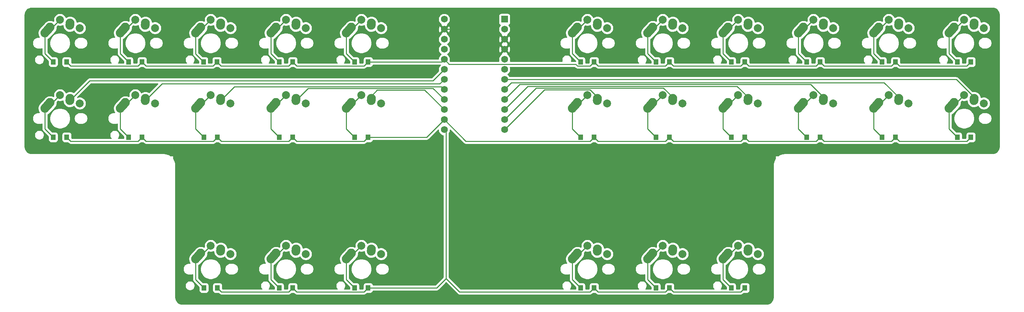
<source format=gbl>
G04 #@! TF.GenerationSoftware,KiCad,Pcbnew,(5.1.9)-1*
G04 #@! TF.CreationDate,2021-01-23T16:01:33-08:00*
G04 #@! TF.ProjectId,unisplit_orthosteno,756e6973-706c-4697-945f-6f7274686f73,rev?*
G04 #@! TF.SameCoordinates,Original*
G04 #@! TF.FileFunction,Copper,L2,Bot*
G04 #@! TF.FilePolarity,Positive*
%FSLAX46Y46*%
G04 Gerber Fmt 4.6, Leading zero omitted, Abs format (unit mm)*
G04 Created by KiCad (PCBNEW (5.1.9)-1) date 2021-01-23 16:01:33*
%MOMM*%
%LPD*%
G01*
G04 APERTURE LIST*
G04 #@! TA.AperFunction,SMDPad,CuDef*
%ADD10R,1.200000X1.400000*%
G04 #@! TD*
G04 #@! TA.AperFunction,ComponentPad*
%ADD11C,2.000000*%
G04 #@! TD*
G04 #@! TA.AperFunction,ComponentPad*
%ADD12C,2.250000*%
G04 #@! TD*
G04 #@! TA.AperFunction,ComponentPad*
%ADD13C,1.752600*%
G04 #@! TD*
G04 #@! TA.AperFunction,ComponentPad*
%ADD14R,1.752600X1.752600*%
G04 #@! TD*
G04 #@! TA.AperFunction,Conductor*
%ADD15C,0.250000*%
G04 #@! TD*
G04 #@! TA.AperFunction,Conductor*
%ADD16C,0.254000*%
G04 #@! TD*
G04 #@! TA.AperFunction,Conductor*
%ADD17C,0.100000*%
G04 #@! TD*
G04 APERTURE END LIST*
D10*
X115206250Y-131762500D03*
X111806250Y-131762500D03*
D11*
X113506250Y-121100000D03*
X118506250Y-123200000D03*
D12*
X111006250Y-123000000D03*
G04 #@! TA.AperFunction,ComponentPad*
G36*
G01*
X108944938Y-125297350D02*
X108944938Y-125297350D01*
G75*
G02*
X108858900Y-123708688I751312J837350D01*
G01*
X110168890Y-122248680D01*
G75*
G02*
X111757552Y-122162642I837350J-751312D01*
G01*
X111757552Y-122162642D01*
G75*
G02*
X111843590Y-123751304I-751312J-837350D01*
G01*
X110533600Y-125211312D01*
G75*
G02*
X108944938Y-125297350I-837350J751312D01*
G01*
G37*
G04 #@! TD.AperFunction*
X116046250Y-121920000D03*
G04 #@! TA.AperFunction,ComponentPad*
G36*
G01*
X115929733Y-123622395D02*
X115929733Y-123622395D01*
G75*
G02*
X114883855Y-122423483I76517J1122395D01*
G01*
X114923397Y-121843451D01*
G75*
G02*
X116122309Y-120797573I1122395J-76517D01*
G01*
X116122309Y-120797573D01*
G75*
G02*
X117168187Y-121996485I-76517J-1122395D01*
G01*
X117128645Y-122576517D01*
G75*
G02*
X115929733Y-123622395I-1122395J76517D01*
G01*
G37*
G04 #@! TD.AperFunction*
D11*
X94456250Y-121100000D03*
X99456250Y-123200000D03*
D12*
X91956250Y-123000000D03*
G04 #@! TA.AperFunction,ComponentPad*
G36*
G01*
X89894938Y-125297350D02*
X89894938Y-125297350D01*
G75*
G02*
X89808900Y-123708688I751312J837350D01*
G01*
X91118890Y-122248680D01*
G75*
G02*
X92707552Y-122162642I837350J-751312D01*
G01*
X92707552Y-122162642D01*
G75*
G02*
X92793590Y-123751304I-751312J-837350D01*
G01*
X91483600Y-125211312D01*
G75*
G02*
X89894938Y-125297350I-837350J751312D01*
G01*
G37*
G04 #@! TD.AperFunction*
X96996250Y-121920000D03*
G04 #@! TA.AperFunction,ComponentPad*
G36*
G01*
X96879733Y-123622395D02*
X96879733Y-123622395D01*
G75*
G02*
X95833855Y-122423483I76517J1122395D01*
G01*
X95873397Y-121843451D01*
G75*
G02*
X97072309Y-120797573I1122395J-76517D01*
G01*
X97072309Y-120797573D01*
G75*
G02*
X98118187Y-121996485I-76517J-1122395D01*
G01*
X98078645Y-122576517D01*
G75*
G02*
X96879733Y-123622395I-1122395J76517D01*
G01*
G37*
G04 #@! TD.AperFunction*
D11*
X75406250Y-121100000D03*
X80406250Y-123200000D03*
D12*
X72906250Y-123000000D03*
G04 #@! TA.AperFunction,ComponentPad*
G36*
G01*
X70844938Y-125297350D02*
X70844938Y-125297350D01*
G75*
G02*
X70758900Y-123708688I751312J837350D01*
G01*
X72068890Y-122248680D01*
G75*
G02*
X73657552Y-122162642I837350J-751312D01*
G01*
X73657552Y-122162642D01*
G75*
G02*
X73743590Y-123751304I-751312J-837350D01*
G01*
X72433600Y-125211312D01*
G75*
G02*
X70844938Y-125297350I-837350J751312D01*
G01*
G37*
G04 #@! TD.AperFunction*
X77946250Y-121920000D03*
G04 #@! TA.AperFunction,ComponentPad*
G36*
G01*
X77829733Y-123622395D02*
X77829733Y-123622395D01*
G75*
G02*
X76783855Y-122423483I76517J1122395D01*
G01*
X76823397Y-121843451D01*
G75*
G02*
X78022309Y-120797573I1122395J-76517D01*
G01*
X78022309Y-120797573D01*
G75*
G02*
X79068187Y-121996485I-76517J-1122395D01*
G01*
X79028645Y-122576517D01*
G75*
G02*
X77829733Y-123622395I-1122395J76517D01*
G01*
G37*
G04 #@! TD.AperFunction*
D10*
X77106250Y-131762500D03*
X73706250Y-131762500D03*
X96156250Y-131762500D03*
X92756250Y-131762500D03*
D11*
X208756250Y-121100000D03*
X213756250Y-123200000D03*
D12*
X206256250Y-123000000D03*
G04 #@! TA.AperFunction,ComponentPad*
G36*
G01*
X204194938Y-125297350D02*
X204194938Y-125297350D01*
G75*
G02*
X204108900Y-123708688I751312J837350D01*
G01*
X205418890Y-122248680D01*
G75*
G02*
X207007552Y-122162642I837350J-751312D01*
G01*
X207007552Y-122162642D01*
G75*
G02*
X207093590Y-123751304I-751312J-837350D01*
G01*
X205783600Y-125211312D01*
G75*
G02*
X204194938Y-125297350I-837350J751312D01*
G01*
G37*
G04 #@! TD.AperFunction*
X211296250Y-121920000D03*
G04 #@! TA.AperFunction,ComponentPad*
G36*
G01*
X211179733Y-123622395D02*
X211179733Y-123622395D01*
G75*
G02*
X210133855Y-122423483I76517J1122395D01*
G01*
X210173397Y-121843451D01*
G75*
G02*
X211372309Y-120797573I1122395J-76517D01*
G01*
X211372309Y-120797573D01*
G75*
G02*
X212418187Y-121996485I-76517J-1122395D01*
G01*
X212378645Y-122576517D01*
G75*
G02*
X211179733Y-123622395I-1122395J76517D01*
G01*
G37*
G04 #@! TD.AperFunction*
D10*
X210456250Y-131762500D03*
X207056250Y-131762500D03*
D11*
X94456250Y-83000000D03*
X99456250Y-85100000D03*
D12*
X91956250Y-84900000D03*
G04 #@! TA.AperFunction,ComponentPad*
G36*
G01*
X89894938Y-87197350D02*
X89894938Y-87197350D01*
G75*
G02*
X89808900Y-85608688I751312J837350D01*
G01*
X91118890Y-84148680D01*
G75*
G02*
X92707552Y-84062642I837350J-751312D01*
G01*
X92707552Y-84062642D01*
G75*
G02*
X92793590Y-85651304I-751312J-837350D01*
G01*
X91483600Y-87111312D01*
G75*
G02*
X89894938Y-87197350I-837350J751312D01*
G01*
G37*
G04 #@! TD.AperFunction*
X96996250Y-83820000D03*
G04 #@! TA.AperFunction,ComponentPad*
G36*
G01*
X96879733Y-85522395D02*
X96879733Y-85522395D01*
G75*
G02*
X95833855Y-84323483I76517J1122395D01*
G01*
X95873397Y-83743451D01*
G75*
G02*
X97072309Y-82697573I1122395J-76517D01*
G01*
X97072309Y-82697573D01*
G75*
G02*
X98118187Y-83896485I-76517J-1122395D01*
G01*
X98078645Y-84476517D01*
G75*
G02*
X96879733Y-85522395I-1122395J76517D01*
G01*
G37*
G04 #@! TD.AperFunction*
D11*
X75406250Y-63950000D03*
X80406250Y-66050000D03*
D12*
X72906250Y-65850000D03*
G04 #@! TA.AperFunction,ComponentPad*
G36*
G01*
X70844938Y-68147350D02*
X70844938Y-68147350D01*
G75*
G02*
X70758900Y-66558688I751312J837350D01*
G01*
X72068890Y-65098680D01*
G75*
G02*
X73657552Y-65012642I837350J-751312D01*
G01*
X73657552Y-65012642D01*
G75*
G02*
X73743590Y-66601304I-751312J-837350D01*
G01*
X72433600Y-68061312D01*
G75*
G02*
X70844938Y-68147350I-837350J751312D01*
G01*
G37*
G04 #@! TD.AperFunction*
X77946250Y-64770000D03*
G04 #@! TA.AperFunction,ComponentPad*
G36*
G01*
X77829733Y-66472395D02*
X77829733Y-66472395D01*
G75*
G02*
X76783855Y-65273483I76517J1122395D01*
G01*
X76823397Y-64693451D01*
G75*
G02*
X78022309Y-63647573I1122395J-76517D01*
G01*
X78022309Y-63647573D01*
G75*
G02*
X79068187Y-64846485I-76517J-1122395D01*
G01*
X79028645Y-65426517D01*
G75*
G02*
X77829733Y-66472395I-1122395J76517D01*
G01*
G37*
G04 #@! TD.AperFunction*
D11*
X56356250Y-83000000D03*
X61356250Y-85100000D03*
D12*
X53856250Y-84900000D03*
G04 #@! TA.AperFunction,ComponentPad*
G36*
G01*
X51794938Y-87197350D02*
X51794938Y-87197350D01*
G75*
G02*
X51708900Y-85608688I751312J837350D01*
G01*
X53018890Y-84148680D01*
G75*
G02*
X54607552Y-84062642I837350J-751312D01*
G01*
X54607552Y-84062642D01*
G75*
G02*
X54693590Y-85651304I-751312J-837350D01*
G01*
X53383600Y-87111312D01*
G75*
G02*
X51794938Y-87197350I-837350J751312D01*
G01*
G37*
G04 #@! TD.AperFunction*
X58896250Y-83820000D03*
G04 #@! TA.AperFunction,ComponentPad*
G36*
G01*
X58779733Y-85522395D02*
X58779733Y-85522395D01*
G75*
G02*
X57733855Y-84323483I76517J1122395D01*
G01*
X57773397Y-83743451D01*
G75*
G02*
X58972309Y-82697573I1122395J-76517D01*
G01*
X58972309Y-82697573D01*
G75*
G02*
X60018187Y-83896485I-76517J-1122395D01*
G01*
X59978645Y-84476517D01*
G75*
G02*
X58779733Y-85522395I-1122395J76517D01*
G01*
G37*
G04 #@! TD.AperFunction*
D11*
X37306250Y-83000000D03*
X42306250Y-85100000D03*
D12*
X34806250Y-84900000D03*
G04 #@! TA.AperFunction,ComponentPad*
G36*
G01*
X32744938Y-87197350D02*
X32744938Y-87197350D01*
G75*
G02*
X32658900Y-85608688I751312J837350D01*
G01*
X33968890Y-84148680D01*
G75*
G02*
X35557552Y-84062642I837350J-751312D01*
G01*
X35557552Y-84062642D01*
G75*
G02*
X35643590Y-85651304I-751312J-837350D01*
G01*
X34333600Y-87111312D01*
G75*
G02*
X32744938Y-87197350I-837350J751312D01*
G01*
G37*
G04 #@! TD.AperFunction*
X39846250Y-83820000D03*
G04 #@! TA.AperFunction,ComponentPad*
G36*
G01*
X39729733Y-85522395D02*
X39729733Y-85522395D01*
G75*
G02*
X38683855Y-84323483I76517J1122395D01*
G01*
X38723397Y-83743451D01*
G75*
G02*
X39922309Y-82697573I1122395J-76517D01*
G01*
X39922309Y-82697573D01*
G75*
G02*
X40968187Y-83896485I-76517J-1122395D01*
G01*
X40928645Y-84476517D01*
G75*
G02*
X39729733Y-85522395I-1122395J76517D01*
G01*
G37*
G04 #@! TD.AperFunction*
D11*
X37306250Y-63950000D03*
X42306250Y-66050000D03*
D12*
X34806250Y-65850000D03*
G04 #@! TA.AperFunction,ComponentPad*
G36*
G01*
X32744938Y-68147350D02*
X32744938Y-68147350D01*
G75*
G02*
X32658900Y-66558688I751312J837350D01*
G01*
X33968890Y-65098680D01*
G75*
G02*
X35557552Y-65012642I837350J-751312D01*
G01*
X35557552Y-65012642D01*
G75*
G02*
X35643590Y-66601304I-751312J-837350D01*
G01*
X34333600Y-68061312D01*
G75*
G02*
X32744938Y-68147350I-837350J751312D01*
G01*
G37*
G04 #@! TD.AperFunction*
X39846250Y-64770000D03*
G04 #@! TA.AperFunction,ComponentPad*
G36*
G01*
X39729733Y-66472395D02*
X39729733Y-66472395D01*
G75*
G02*
X38683855Y-65273483I76517J1122395D01*
G01*
X38723397Y-64693451D01*
G75*
G02*
X39922309Y-63647573I1122395J-76517D01*
G01*
X39922309Y-63647573D01*
G75*
G02*
X40968187Y-64846485I-76517J-1122395D01*
G01*
X40928645Y-65426517D01*
G75*
G02*
X39729733Y-66472395I-1122395J76517D01*
G01*
G37*
G04 #@! TD.AperFunction*
D11*
X113506250Y-83000000D03*
X118506250Y-85100000D03*
D12*
X111006250Y-84900000D03*
G04 #@! TA.AperFunction,ComponentPad*
G36*
G01*
X108944938Y-87197350D02*
X108944938Y-87197350D01*
G75*
G02*
X108858900Y-85608688I751312J837350D01*
G01*
X110168890Y-84148680D01*
G75*
G02*
X111757552Y-84062642I837350J-751312D01*
G01*
X111757552Y-84062642D01*
G75*
G02*
X111843590Y-85651304I-751312J-837350D01*
G01*
X110533600Y-87111312D01*
G75*
G02*
X108944938Y-87197350I-837350J751312D01*
G01*
G37*
G04 #@! TD.AperFunction*
X116046250Y-83820000D03*
G04 #@! TA.AperFunction,ComponentPad*
G36*
G01*
X115929733Y-85522395D02*
X115929733Y-85522395D01*
G75*
G02*
X114883855Y-84323483I76517J1122395D01*
G01*
X114923397Y-83743451D01*
G75*
G02*
X116122309Y-82697573I1122395J-76517D01*
G01*
X116122309Y-82697573D01*
G75*
G02*
X117168187Y-83896485I-76517J-1122395D01*
G01*
X117128645Y-84476517D01*
G75*
G02*
X115929733Y-85522395I-1122395J76517D01*
G01*
G37*
G04 #@! TD.AperFunction*
D11*
X113506250Y-63950000D03*
X118506250Y-66050000D03*
D12*
X111006250Y-65850000D03*
G04 #@! TA.AperFunction,ComponentPad*
G36*
G01*
X108944938Y-68147350D02*
X108944938Y-68147350D01*
G75*
G02*
X108858900Y-66558688I751312J837350D01*
G01*
X110168890Y-65098680D01*
G75*
G02*
X111757552Y-65012642I837350J-751312D01*
G01*
X111757552Y-65012642D01*
G75*
G02*
X111843590Y-66601304I-751312J-837350D01*
G01*
X110533600Y-68061312D01*
G75*
G02*
X108944938Y-68147350I-837350J751312D01*
G01*
G37*
G04 #@! TD.AperFunction*
X116046250Y-64770000D03*
G04 #@! TA.AperFunction,ComponentPad*
G36*
G01*
X115929733Y-66472395D02*
X115929733Y-66472395D01*
G75*
G02*
X114883855Y-65273483I76517J1122395D01*
G01*
X114923397Y-64693451D01*
G75*
G02*
X116122309Y-63647573I1122395J-76517D01*
G01*
X116122309Y-63647573D01*
G75*
G02*
X117168187Y-64846485I-76517J-1122395D01*
G01*
X117128645Y-65426517D01*
G75*
G02*
X115929733Y-66472395I-1122395J76517D01*
G01*
G37*
G04 #@! TD.AperFunction*
D13*
X134461250Y-63817500D03*
X149701250Y-91757500D03*
X134461250Y-66357500D03*
X134461250Y-68897500D03*
X134461250Y-71437500D03*
X134461250Y-73977500D03*
X134461250Y-76517500D03*
X134461250Y-79057500D03*
X134461250Y-81597500D03*
X134461250Y-84137500D03*
X134461250Y-86677500D03*
X134461250Y-89217500D03*
X134461250Y-91757500D03*
X149701250Y-89217500D03*
X149701250Y-86677500D03*
X149701250Y-84137500D03*
X149701250Y-81597500D03*
X149701250Y-79057500D03*
X149701250Y-76517500D03*
X149701250Y-73977500D03*
X149701250Y-71437500D03*
X149701250Y-68897500D03*
X149701250Y-66357500D03*
D14*
X149701250Y-63817500D03*
D11*
X189706250Y-121100000D03*
X194706250Y-123200000D03*
D12*
X187206250Y-123000000D03*
G04 #@! TA.AperFunction,ComponentPad*
G36*
G01*
X185144938Y-125297350D02*
X185144938Y-125297350D01*
G75*
G02*
X185058900Y-123708688I751312J837350D01*
G01*
X186368890Y-122248680D01*
G75*
G02*
X187957552Y-122162642I837350J-751312D01*
G01*
X187957552Y-122162642D01*
G75*
G02*
X188043590Y-123751304I-751312J-837350D01*
G01*
X186733600Y-125211312D01*
G75*
G02*
X185144938Y-125297350I-837350J751312D01*
G01*
G37*
G04 #@! TD.AperFunction*
X192246250Y-121920000D03*
G04 #@! TA.AperFunction,ComponentPad*
G36*
G01*
X192129733Y-123622395D02*
X192129733Y-123622395D01*
G75*
G02*
X191083855Y-122423483I76517J1122395D01*
G01*
X191123397Y-121843451D01*
G75*
G02*
X192322309Y-120797573I1122395J-76517D01*
G01*
X192322309Y-120797573D01*
G75*
G02*
X193368187Y-121996485I-76517J-1122395D01*
G01*
X193328645Y-122576517D01*
G75*
G02*
X192129733Y-123622395I-1122395J76517D01*
G01*
G37*
G04 #@! TD.AperFunction*
D11*
X170656250Y-121100000D03*
X175656250Y-123200000D03*
D12*
X168156250Y-123000000D03*
G04 #@! TA.AperFunction,ComponentPad*
G36*
G01*
X166094938Y-125297350D02*
X166094938Y-125297350D01*
G75*
G02*
X166008900Y-123708688I751312J837350D01*
G01*
X167318890Y-122248680D01*
G75*
G02*
X168907552Y-122162642I837350J-751312D01*
G01*
X168907552Y-122162642D01*
G75*
G02*
X168993590Y-123751304I-751312J-837350D01*
G01*
X167683600Y-125211312D01*
G75*
G02*
X166094938Y-125297350I-837350J751312D01*
G01*
G37*
G04 #@! TD.AperFunction*
X173196250Y-121920000D03*
G04 #@! TA.AperFunction,ComponentPad*
G36*
G01*
X173079733Y-123622395D02*
X173079733Y-123622395D01*
G75*
G02*
X172033855Y-122423483I76517J1122395D01*
G01*
X172073397Y-121843451D01*
G75*
G02*
X173272309Y-120797573I1122395J-76517D01*
G01*
X173272309Y-120797573D01*
G75*
G02*
X174318187Y-121996485I-76517J-1122395D01*
G01*
X174278645Y-122576517D01*
G75*
G02*
X173079733Y-123622395I-1122395J76517D01*
G01*
G37*
G04 #@! TD.AperFunction*
D11*
X265906250Y-83000000D03*
X270906250Y-85100000D03*
D12*
X263406250Y-84900000D03*
G04 #@! TA.AperFunction,ComponentPad*
G36*
G01*
X261344938Y-87197350D02*
X261344938Y-87197350D01*
G75*
G02*
X261258900Y-85608688I751312J837350D01*
G01*
X262568890Y-84148680D01*
G75*
G02*
X264157552Y-84062642I837350J-751312D01*
G01*
X264157552Y-84062642D01*
G75*
G02*
X264243590Y-85651304I-751312J-837350D01*
G01*
X262933600Y-87111312D01*
G75*
G02*
X261344938Y-87197350I-837350J751312D01*
G01*
G37*
G04 #@! TD.AperFunction*
X268446250Y-83820000D03*
G04 #@! TA.AperFunction,ComponentPad*
G36*
G01*
X268329733Y-85522395D02*
X268329733Y-85522395D01*
G75*
G02*
X267283855Y-84323483I76517J1122395D01*
G01*
X267323397Y-83743451D01*
G75*
G02*
X268522309Y-82697573I1122395J-76517D01*
G01*
X268522309Y-82697573D01*
G75*
G02*
X269568187Y-83896485I-76517J-1122395D01*
G01*
X269528645Y-84476517D01*
G75*
G02*
X268329733Y-85522395I-1122395J76517D01*
G01*
G37*
G04 #@! TD.AperFunction*
D11*
X246856250Y-83000000D03*
X251856250Y-85100000D03*
D12*
X244356250Y-84900000D03*
G04 #@! TA.AperFunction,ComponentPad*
G36*
G01*
X242294938Y-87197350D02*
X242294938Y-87197350D01*
G75*
G02*
X242208900Y-85608688I751312J837350D01*
G01*
X243518890Y-84148680D01*
G75*
G02*
X245107552Y-84062642I837350J-751312D01*
G01*
X245107552Y-84062642D01*
G75*
G02*
X245193590Y-85651304I-751312J-837350D01*
G01*
X243883600Y-87111312D01*
G75*
G02*
X242294938Y-87197350I-837350J751312D01*
G01*
G37*
G04 #@! TD.AperFunction*
X249396250Y-83820000D03*
G04 #@! TA.AperFunction,ComponentPad*
G36*
G01*
X249279733Y-85522395D02*
X249279733Y-85522395D01*
G75*
G02*
X248233855Y-84323483I76517J1122395D01*
G01*
X248273397Y-83743451D01*
G75*
G02*
X249472309Y-82697573I1122395J-76517D01*
G01*
X249472309Y-82697573D01*
G75*
G02*
X250518187Y-83896485I-76517J-1122395D01*
G01*
X250478645Y-84476517D01*
G75*
G02*
X249279733Y-85522395I-1122395J76517D01*
G01*
G37*
G04 #@! TD.AperFunction*
D11*
X227806250Y-83000000D03*
X232806250Y-85100000D03*
D12*
X225306250Y-84900000D03*
G04 #@! TA.AperFunction,ComponentPad*
G36*
G01*
X223244938Y-87197350D02*
X223244938Y-87197350D01*
G75*
G02*
X223158900Y-85608688I751312J837350D01*
G01*
X224468890Y-84148680D01*
G75*
G02*
X226057552Y-84062642I837350J-751312D01*
G01*
X226057552Y-84062642D01*
G75*
G02*
X226143590Y-85651304I-751312J-837350D01*
G01*
X224833600Y-87111312D01*
G75*
G02*
X223244938Y-87197350I-837350J751312D01*
G01*
G37*
G04 #@! TD.AperFunction*
X230346250Y-83820000D03*
G04 #@! TA.AperFunction,ComponentPad*
G36*
G01*
X230229733Y-85522395D02*
X230229733Y-85522395D01*
G75*
G02*
X229183855Y-84323483I76517J1122395D01*
G01*
X229223397Y-83743451D01*
G75*
G02*
X230422309Y-82697573I1122395J-76517D01*
G01*
X230422309Y-82697573D01*
G75*
G02*
X231468187Y-83896485I-76517J-1122395D01*
G01*
X231428645Y-84476517D01*
G75*
G02*
X230229733Y-85522395I-1122395J76517D01*
G01*
G37*
G04 #@! TD.AperFunction*
D11*
X208756250Y-83000000D03*
X213756250Y-85100000D03*
D12*
X206256250Y-84900000D03*
G04 #@! TA.AperFunction,ComponentPad*
G36*
G01*
X204194938Y-87197350D02*
X204194938Y-87197350D01*
G75*
G02*
X204108900Y-85608688I751312J837350D01*
G01*
X205418890Y-84148680D01*
G75*
G02*
X207007552Y-84062642I837350J-751312D01*
G01*
X207007552Y-84062642D01*
G75*
G02*
X207093590Y-85651304I-751312J-837350D01*
G01*
X205783600Y-87111312D01*
G75*
G02*
X204194938Y-87197350I-837350J751312D01*
G01*
G37*
G04 #@! TD.AperFunction*
X211296250Y-83820000D03*
G04 #@! TA.AperFunction,ComponentPad*
G36*
G01*
X211179733Y-85522395D02*
X211179733Y-85522395D01*
G75*
G02*
X210133855Y-84323483I76517J1122395D01*
G01*
X210173397Y-83743451D01*
G75*
G02*
X211372309Y-82697573I1122395J-76517D01*
G01*
X211372309Y-82697573D01*
G75*
G02*
X212418187Y-83896485I-76517J-1122395D01*
G01*
X212378645Y-84476517D01*
G75*
G02*
X211179733Y-85522395I-1122395J76517D01*
G01*
G37*
G04 #@! TD.AperFunction*
D11*
X189706250Y-83000000D03*
X194706250Y-85100000D03*
D12*
X187206250Y-84900000D03*
G04 #@! TA.AperFunction,ComponentPad*
G36*
G01*
X185144938Y-87197350D02*
X185144938Y-87197350D01*
G75*
G02*
X185058900Y-85608688I751312J837350D01*
G01*
X186368890Y-84148680D01*
G75*
G02*
X187957552Y-84062642I837350J-751312D01*
G01*
X187957552Y-84062642D01*
G75*
G02*
X188043590Y-85651304I-751312J-837350D01*
G01*
X186733600Y-87111312D01*
G75*
G02*
X185144938Y-87197350I-837350J751312D01*
G01*
G37*
G04 #@! TD.AperFunction*
X192246250Y-83820000D03*
G04 #@! TA.AperFunction,ComponentPad*
G36*
G01*
X192129733Y-85522395D02*
X192129733Y-85522395D01*
G75*
G02*
X191083855Y-84323483I76517J1122395D01*
G01*
X191123397Y-83743451D01*
G75*
G02*
X192322309Y-82697573I1122395J-76517D01*
G01*
X192322309Y-82697573D01*
G75*
G02*
X193368187Y-83896485I-76517J-1122395D01*
G01*
X193328645Y-84476517D01*
G75*
G02*
X192129733Y-85522395I-1122395J76517D01*
G01*
G37*
G04 #@! TD.AperFunction*
D11*
X170656250Y-83000000D03*
X175656250Y-85100000D03*
D12*
X168156250Y-84900000D03*
G04 #@! TA.AperFunction,ComponentPad*
G36*
G01*
X166094938Y-87197350D02*
X166094938Y-87197350D01*
G75*
G02*
X166008900Y-85608688I751312J837350D01*
G01*
X167318890Y-84148680D01*
G75*
G02*
X168907552Y-84062642I837350J-751312D01*
G01*
X168907552Y-84062642D01*
G75*
G02*
X168993590Y-85651304I-751312J-837350D01*
G01*
X167683600Y-87111312D01*
G75*
G02*
X166094938Y-87197350I-837350J751312D01*
G01*
G37*
G04 #@! TD.AperFunction*
X173196250Y-83820000D03*
G04 #@! TA.AperFunction,ComponentPad*
G36*
G01*
X173079733Y-85522395D02*
X173079733Y-85522395D01*
G75*
G02*
X172033855Y-84323483I76517J1122395D01*
G01*
X172073397Y-83743451D01*
G75*
G02*
X173272309Y-82697573I1122395J-76517D01*
G01*
X173272309Y-82697573D01*
G75*
G02*
X174318187Y-83896485I-76517J-1122395D01*
G01*
X174278645Y-84476517D01*
G75*
G02*
X173079733Y-85522395I-1122395J76517D01*
G01*
G37*
G04 #@! TD.AperFunction*
D11*
X75406250Y-83000000D03*
X80406250Y-85100000D03*
D12*
X72906250Y-84900000D03*
G04 #@! TA.AperFunction,ComponentPad*
G36*
G01*
X70844938Y-87197350D02*
X70844938Y-87197350D01*
G75*
G02*
X70758900Y-85608688I751312J837350D01*
G01*
X72068890Y-84148680D01*
G75*
G02*
X73657552Y-84062642I837350J-751312D01*
G01*
X73657552Y-84062642D01*
G75*
G02*
X73743590Y-85651304I-751312J-837350D01*
G01*
X72433600Y-87111312D01*
G75*
G02*
X70844938Y-87197350I-837350J751312D01*
G01*
G37*
G04 #@! TD.AperFunction*
X77946250Y-83820000D03*
G04 #@! TA.AperFunction,ComponentPad*
G36*
G01*
X77829733Y-85522395D02*
X77829733Y-85522395D01*
G75*
G02*
X76783855Y-84323483I76517J1122395D01*
G01*
X76823397Y-83743451D01*
G75*
G02*
X78022309Y-82697573I1122395J-76517D01*
G01*
X78022309Y-82697573D01*
G75*
G02*
X79068187Y-83896485I-76517J-1122395D01*
G01*
X79028645Y-84476517D01*
G75*
G02*
X77829733Y-85522395I-1122395J76517D01*
G01*
G37*
G04 #@! TD.AperFunction*
D11*
X265906250Y-63950000D03*
X270906250Y-66050000D03*
D12*
X263406250Y-65850000D03*
G04 #@! TA.AperFunction,ComponentPad*
G36*
G01*
X261344938Y-68147350D02*
X261344938Y-68147350D01*
G75*
G02*
X261258900Y-66558688I751312J837350D01*
G01*
X262568890Y-65098680D01*
G75*
G02*
X264157552Y-65012642I837350J-751312D01*
G01*
X264157552Y-65012642D01*
G75*
G02*
X264243590Y-66601304I-751312J-837350D01*
G01*
X262933600Y-68061312D01*
G75*
G02*
X261344938Y-68147350I-837350J751312D01*
G01*
G37*
G04 #@! TD.AperFunction*
X268446250Y-64770000D03*
G04 #@! TA.AperFunction,ComponentPad*
G36*
G01*
X268329733Y-66472395D02*
X268329733Y-66472395D01*
G75*
G02*
X267283855Y-65273483I76517J1122395D01*
G01*
X267323397Y-64693451D01*
G75*
G02*
X268522309Y-63647573I1122395J-76517D01*
G01*
X268522309Y-63647573D01*
G75*
G02*
X269568187Y-64846485I-76517J-1122395D01*
G01*
X269528645Y-65426517D01*
G75*
G02*
X268329733Y-66472395I-1122395J76517D01*
G01*
G37*
G04 #@! TD.AperFunction*
D11*
X246856250Y-63950000D03*
X251856250Y-66050000D03*
D12*
X244356250Y-65850000D03*
G04 #@! TA.AperFunction,ComponentPad*
G36*
G01*
X242294938Y-68147350D02*
X242294938Y-68147350D01*
G75*
G02*
X242208900Y-66558688I751312J837350D01*
G01*
X243518890Y-65098680D01*
G75*
G02*
X245107552Y-65012642I837350J-751312D01*
G01*
X245107552Y-65012642D01*
G75*
G02*
X245193590Y-66601304I-751312J-837350D01*
G01*
X243883600Y-68061312D01*
G75*
G02*
X242294938Y-68147350I-837350J751312D01*
G01*
G37*
G04 #@! TD.AperFunction*
X249396250Y-64770000D03*
G04 #@! TA.AperFunction,ComponentPad*
G36*
G01*
X249279733Y-66472395D02*
X249279733Y-66472395D01*
G75*
G02*
X248233855Y-65273483I76517J1122395D01*
G01*
X248273397Y-64693451D01*
G75*
G02*
X249472309Y-63647573I1122395J-76517D01*
G01*
X249472309Y-63647573D01*
G75*
G02*
X250518187Y-64846485I-76517J-1122395D01*
G01*
X250478645Y-65426517D01*
G75*
G02*
X249279733Y-66472395I-1122395J76517D01*
G01*
G37*
G04 #@! TD.AperFunction*
D11*
X227806250Y-63950000D03*
X232806250Y-66050000D03*
D12*
X225306250Y-65850000D03*
G04 #@! TA.AperFunction,ComponentPad*
G36*
G01*
X223244938Y-68147350D02*
X223244938Y-68147350D01*
G75*
G02*
X223158900Y-66558688I751312J837350D01*
G01*
X224468890Y-65098680D01*
G75*
G02*
X226057552Y-65012642I837350J-751312D01*
G01*
X226057552Y-65012642D01*
G75*
G02*
X226143590Y-66601304I-751312J-837350D01*
G01*
X224833600Y-68061312D01*
G75*
G02*
X223244938Y-68147350I-837350J751312D01*
G01*
G37*
G04 #@! TD.AperFunction*
X230346250Y-64770000D03*
G04 #@! TA.AperFunction,ComponentPad*
G36*
G01*
X230229733Y-66472395D02*
X230229733Y-66472395D01*
G75*
G02*
X229183855Y-65273483I76517J1122395D01*
G01*
X229223397Y-64693451D01*
G75*
G02*
X230422309Y-63647573I1122395J-76517D01*
G01*
X230422309Y-63647573D01*
G75*
G02*
X231468187Y-64846485I-76517J-1122395D01*
G01*
X231428645Y-65426517D01*
G75*
G02*
X230229733Y-66472395I-1122395J76517D01*
G01*
G37*
G04 #@! TD.AperFunction*
D11*
X208756250Y-63950000D03*
X213756250Y-66050000D03*
D12*
X206256250Y-65850000D03*
G04 #@! TA.AperFunction,ComponentPad*
G36*
G01*
X204194938Y-68147350D02*
X204194938Y-68147350D01*
G75*
G02*
X204108900Y-66558688I751312J837350D01*
G01*
X205418890Y-65098680D01*
G75*
G02*
X207007552Y-65012642I837350J-751312D01*
G01*
X207007552Y-65012642D01*
G75*
G02*
X207093590Y-66601304I-751312J-837350D01*
G01*
X205783600Y-68061312D01*
G75*
G02*
X204194938Y-68147350I-837350J751312D01*
G01*
G37*
G04 #@! TD.AperFunction*
X211296250Y-64770000D03*
G04 #@! TA.AperFunction,ComponentPad*
G36*
G01*
X211179733Y-66472395D02*
X211179733Y-66472395D01*
G75*
G02*
X210133855Y-65273483I76517J1122395D01*
G01*
X210173397Y-64693451D01*
G75*
G02*
X211372309Y-63647573I1122395J-76517D01*
G01*
X211372309Y-63647573D01*
G75*
G02*
X212418187Y-64846485I-76517J-1122395D01*
G01*
X212378645Y-65426517D01*
G75*
G02*
X211179733Y-66472395I-1122395J76517D01*
G01*
G37*
G04 #@! TD.AperFunction*
D11*
X189706250Y-63950000D03*
X194706250Y-66050000D03*
D12*
X187206250Y-65850000D03*
G04 #@! TA.AperFunction,ComponentPad*
G36*
G01*
X185144938Y-68147350D02*
X185144938Y-68147350D01*
G75*
G02*
X185058900Y-66558688I751312J837350D01*
G01*
X186368890Y-65098680D01*
G75*
G02*
X187957552Y-65012642I837350J-751312D01*
G01*
X187957552Y-65012642D01*
G75*
G02*
X188043590Y-66601304I-751312J-837350D01*
G01*
X186733600Y-68061312D01*
G75*
G02*
X185144938Y-68147350I-837350J751312D01*
G01*
G37*
G04 #@! TD.AperFunction*
X192246250Y-64770000D03*
G04 #@! TA.AperFunction,ComponentPad*
G36*
G01*
X192129733Y-66472395D02*
X192129733Y-66472395D01*
G75*
G02*
X191083855Y-65273483I76517J1122395D01*
G01*
X191123397Y-64693451D01*
G75*
G02*
X192322309Y-63647573I1122395J-76517D01*
G01*
X192322309Y-63647573D01*
G75*
G02*
X193368187Y-64846485I-76517J-1122395D01*
G01*
X193328645Y-65426517D01*
G75*
G02*
X192129733Y-66472395I-1122395J76517D01*
G01*
G37*
G04 #@! TD.AperFunction*
D11*
X170656250Y-63950000D03*
X175656250Y-66050000D03*
D12*
X168156250Y-65850000D03*
G04 #@! TA.AperFunction,ComponentPad*
G36*
G01*
X166094938Y-68147350D02*
X166094938Y-68147350D01*
G75*
G02*
X166008900Y-66558688I751312J837350D01*
G01*
X167318890Y-65098680D01*
G75*
G02*
X168907552Y-65012642I837350J-751312D01*
G01*
X168907552Y-65012642D01*
G75*
G02*
X168993590Y-66601304I-751312J-837350D01*
G01*
X167683600Y-68061312D01*
G75*
G02*
X166094938Y-68147350I-837350J751312D01*
G01*
G37*
G04 #@! TD.AperFunction*
X173196250Y-64770000D03*
G04 #@! TA.AperFunction,ComponentPad*
G36*
G01*
X173079733Y-66472395D02*
X173079733Y-66472395D01*
G75*
G02*
X172033855Y-65273483I76517J1122395D01*
G01*
X172073397Y-64693451D01*
G75*
G02*
X173272309Y-63647573I1122395J-76517D01*
G01*
X173272309Y-63647573D01*
G75*
G02*
X174318187Y-64846485I-76517J-1122395D01*
G01*
X174278645Y-65426517D01*
G75*
G02*
X173079733Y-66472395I-1122395J76517D01*
G01*
G37*
G04 #@! TD.AperFunction*
D11*
X94456250Y-63950000D03*
X99456250Y-66050000D03*
D12*
X91956250Y-65850000D03*
G04 #@! TA.AperFunction,ComponentPad*
G36*
G01*
X89894938Y-68147350D02*
X89894938Y-68147350D01*
G75*
G02*
X89808900Y-66558688I751312J837350D01*
G01*
X91118890Y-65098680D01*
G75*
G02*
X92707552Y-65012642I837350J-751312D01*
G01*
X92707552Y-65012642D01*
G75*
G02*
X92793590Y-66601304I-751312J-837350D01*
G01*
X91483600Y-68061312D01*
G75*
G02*
X89894938Y-68147350I-837350J751312D01*
G01*
G37*
G04 #@! TD.AperFunction*
X96996250Y-64770000D03*
G04 #@! TA.AperFunction,ComponentPad*
G36*
G01*
X96879733Y-66472395D02*
X96879733Y-66472395D01*
G75*
G02*
X95833855Y-65273483I76517J1122395D01*
G01*
X95873397Y-64693451D01*
G75*
G02*
X97072309Y-63647573I1122395J-76517D01*
G01*
X97072309Y-63647573D01*
G75*
G02*
X98118187Y-64846485I-76517J-1122395D01*
G01*
X98078645Y-65426517D01*
G75*
G02*
X96879733Y-66472395I-1122395J76517D01*
G01*
G37*
G04 #@! TD.AperFunction*
D11*
X56356250Y-63950000D03*
X61356250Y-66050000D03*
D12*
X53856250Y-65850000D03*
G04 #@! TA.AperFunction,ComponentPad*
G36*
G01*
X51794938Y-68147350D02*
X51794938Y-68147350D01*
G75*
G02*
X51708900Y-66558688I751312J837350D01*
G01*
X53018890Y-65098680D01*
G75*
G02*
X54607552Y-65012642I837350J-751312D01*
G01*
X54607552Y-65012642D01*
G75*
G02*
X54693590Y-66601304I-751312J-837350D01*
G01*
X53383600Y-68061312D01*
G75*
G02*
X51794938Y-68147350I-837350J751312D01*
G01*
G37*
G04 #@! TD.AperFunction*
X58896250Y-64770000D03*
G04 #@! TA.AperFunction,ComponentPad*
G36*
G01*
X58779733Y-66472395D02*
X58779733Y-66472395D01*
G75*
G02*
X57733855Y-65273483I76517J1122395D01*
G01*
X57773397Y-64693451D01*
G75*
G02*
X58972309Y-63647573I1122395J-76517D01*
G01*
X58972309Y-63647573D01*
G75*
G02*
X60018187Y-64846485I-76517J-1122395D01*
G01*
X59978645Y-65426517D01*
G75*
G02*
X58779733Y-66472395I-1122395J76517D01*
G01*
G37*
G04 #@! TD.AperFunction*
D10*
X191406250Y-131762500D03*
X188006250Y-131762500D03*
X172356250Y-131762500D03*
X168956250Y-131762500D03*
X267606250Y-93662500D03*
X264206250Y-93662500D03*
X248556250Y-93662500D03*
X245156250Y-93662500D03*
X229506250Y-93662500D03*
X226106250Y-93662500D03*
X210456250Y-93662500D03*
X207056250Y-93662500D03*
X191406250Y-93662500D03*
X188006250Y-93662500D03*
X172356250Y-93662500D03*
X168956250Y-93662500D03*
X115206250Y-93662500D03*
X111806250Y-93662500D03*
X96156250Y-93662500D03*
X92756250Y-93662500D03*
X77106250Y-93662500D03*
X73706250Y-93662500D03*
X58056250Y-93662500D03*
X54656250Y-93662500D03*
X39006250Y-93662500D03*
X35606250Y-93662500D03*
X267606250Y-74612500D03*
X264206250Y-74612500D03*
X248556250Y-74612500D03*
X245156250Y-74612500D03*
X229506250Y-74612500D03*
X226106250Y-74612500D03*
X210456250Y-74612500D03*
X207056250Y-74612500D03*
X191406250Y-74612500D03*
X188006250Y-74612500D03*
X172356250Y-74612500D03*
X168956250Y-74612500D03*
X115206250Y-74612500D03*
X111806250Y-74612500D03*
X96156250Y-74612500D03*
X92756250Y-74612500D03*
X76993750Y-74612500D03*
X73593750Y-74612500D03*
X58056250Y-74612500D03*
X54656250Y-74612500D03*
X39006250Y-74612500D03*
X35606250Y-74612500D03*
D15*
X57031249Y-75637501D02*
X58056250Y-74612500D01*
X40031251Y-75637501D02*
X57031249Y-75637501D01*
X39006250Y-74612500D02*
X40031251Y-75637501D01*
X75968749Y-75637501D02*
X76993750Y-74612500D01*
X59081251Y-75637501D02*
X75968749Y-75637501D01*
X58056250Y-74612500D02*
X59081251Y-75637501D01*
X95131249Y-75637501D02*
X96156250Y-74612500D01*
X78018751Y-75637501D02*
X95131249Y-75637501D01*
X76993750Y-74612500D02*
X78018751Y-75637501D01*
X114181249Y-75637501D02*
X115206250Y-74612500D01*
X97181251Y-75637501D02*
X114181249Y-75637501D01*
X96156250Y-74612500D02*
X97181251Y-75637501D01*
X190381249Y-75637501D02*
X191406250Y-74612500D01*
X173381251Y-75637501D02*
X190381249Y-75637501D01*
X172356250Y-74612500D02*
X173381251Y-75637501D01*
X209431249Y-75637501D02*
X210456250Y-74612500D01*
X192431251Y-75637501D02*
X209431249Y-75637501D01*
X191406250Y-74612500D02*
X192431251Y-75637501D01*
X228481249Y-75637501D02*
X229506250Y-74612500D01*
X211481251Y-75637501D02*
X228481249Y-75637501D01*
X210456250Y-74612500D02*
X211481251Y-75637501D01*
X247531249Y-75637501D02*
X248556250Y-74612500D01*
X230531251Y-75637501D02*
X247531249Y-75637501D01*
X229506250Y-74612500D02*
X230531251Y-75637501D01*
X266581249Y-75637501D02*
X267606250Y-74612500D01*
X249581251Y-75637501D02*
X266581249Y-75637501D01*
X248556250Y-74612500D02*
X249581251Y-75637501D01*
X134461250Y-73977500D02*
X135662551Y-75178801D01*
X135662551Y-75178801D02*
X167708699Y-75178801D01*
X167708699Y-75178801D02*
X168167399Y-75637501D01*
X168167399Y-75637501D02*
X171331249Y-75637501D01*
X171331249Y-75637501D02*
X172356250Y-74612500D01*
X115206250Y-74612500D02*
X116681250Y-74612500D01*
X116681250Y-74612500D02*
X132556250Y-74612500D01*
X132556250Y-74612500D02*
X133826250Y-74612500D01*
X133826250Y-74612500D02*
X134461250Y-73977500D01*
X33946250Y-67310000D02*
X33496250Y-67310000D01*
X37306250Y-63950000D02*
X33946250Y-67310000D01*
X33496250Y-72502500D02*
X35606250Y-74612500D01*
X33496250Y-67310000D02*
X33496250Y-72502500D01*
X54456250Y-65850000D02*
X53856250Y-65850000D01*
X56356250Y-63950000D02*
X54456250Y-65850000D01*
X52546250Y-72502500D02*
X54656250Y-74612500D01*
X52546250Y-67310000D02*
X52546250Y-72502500D01*
X72046250Y-67310000D02*
X71596250Y-67310000D01*
X75406250Y-63950000D02*
X72046250Y-67310000D01*
X71596250Y-72615000D02*
X73593750Y-74612500D01*
X71596250Y-67310000D02*
X71596250Y-72615000D01*
X91096250Y-67310000D02*
X90646250Y-67310000D01*
X94456250Y-63950000D02*
X91096250Y-67310000D01*
X90646250Y-72502500D02*
X92756250Y-74612500D01*
X90646250Y-67310000D02*
X90646250Y-72502500D01*
X111606250Y-65850000D02*
X111006250Y-65850000D01*
X113506250Y-63950000D02*
X111606250Y-65850000D01*
X109696250Y-72502500D02*
X111806250Y-74612500D01*
X109696250Y-67310000D02*
X109696250Y-72502500D01*
X167296250Y-67310000D02*
X166846250Y-67310000D01*
X170656250Y-63950000D02*
X167296250Y-67310000D01*
X166846250Y-72502500D02*
X168956250Y-74612500D01*
X166846250Y-67310000D02*
X166846250Y-72502500D01*
X187806250Y-65850000D02*
X187206250Y-65850000D01*
X189706250Y-63950000D02*
X187806250Y-65850000D01*
X185896250Y-72502500D02*
X188006250Y-74612500D01*
X185896250Y-67310000D02*
X185896250Y-72502500D01*
X206856250Y-65850000D02*
X206256250Y-65850000D01*
X208756250Y-63950000D02*
X206856250Y-65850000D01*
X204946250Y-72502500D02*
X207056250Y-74612500D01*
X204946250Y-67310000D02*
X204946250Y-72502500D01*
X224446250Y-67310000D02*
X223996250Y-67310000D01*
X227806250Y-63950000D02*
X224446250Y-67310000D01*
X223996250Y-72502500D02*
X226106250Y-74612500D01*
X223996250Y-67310000D02*
X223996250Y-72502500D01*
X244956250Y-65850000D02*
X244356250Y-65850000D01*
X246856250Y-63950000D02*
X244956250Y-65850000D01*
X243046250Y-72502500D02*
X245156250Y-74612500D01*
X243046250Y-67310000D02*
X243046250Y-72502500D01*
X262546250Y-67310000D02*
X262096250Y-67310000D01*
X265906250Y-63950000D02*
X262546250Y-67310000D01*
X262096250Y-72502500D02*
X264206250Y-74612500D01*
X262096250Y-67310000D02*
X262096250Y-72502500D01*
X97181251Y-94687501D02*
X96156250Y-93662500D01*
X114181249Y-94687501D02*
X97181251Y-94687501D01*
X115206250Y-93662500D02*
X114181249Y-94687501D01*
X78131251Y-94687501D02*
X77106250Y-93662500D01*
X95131249Y-94687501D02*
X78131251Y-94687501D01*
X96156250Y-93662500D02*
X95131249Y-94687501D01*
X59081251Y-94687501D02*
X58056250Y-93662500D01*
X76081249Y-94687501D02*
X59081251Y-94687501D01*
X77106250Y-93662500D02*
X76081249Y-94687501D01*
X40031251Y-94687501D02*
X39006250Y-93662500D01*
X57031249Y-94687501D02*
X40031251Y-94687501D01*
X58056250Y-93662500D02*
X57031249Y-94687501D01*
X249581251Y-94687501D02*
X248556250Y-93662500D01*
X266581249Y-94687501D02*
X249581251Y-94687501D01*
X267606250Y-93662500D02*
X266581249Y-94687501D01*
X230531251Y-94687501D02*
X229506250Y-93662500D01*
X247531249Y-94687501D02*
X230531251Y-94687501D01*
X248556250Y-93662500D02*
X247531249Y-94687501D01*
X211481251Y-94687501D02*
X210456250Y-93662500D01*
X228481249Y-94687501D02*
X211481251Y-94687501D01*
X229506250Y-93662500D02*
X228481249Y-94687501D01*
X192431251Y-94687501D02*
X191406250Y-93662500D01*
X209431249Y-94687501D02*
X192431251Y-94687501D01*
X210456250Y-93662500D02*
X209431249Y-94687501D01*
X173381251Y-94687501D02*
X172356250Y-93662500D01*
X190381249Y-94687501D02*
X173381251Y-94687501D01*
X191406250Y-93662500D02*
X190381249Y-94687501D01*
X115206250Y-93662500D02*
X130016250Y-93662500D01*
X130016250Y-93662500D02*
X134461250Y-89217500D01*
X171331249Y-94687501D02*
X172356250Y-93662500D01*
X139931251Y-94687501D02*
X171331249Y-94687501D01*
X134461250Y-89217500D02*
X139931251Y-94687501D01*
X33946250Y-86360000D02*
X33496250Y-86360000D01*
X37306250Y-83000000D02*
X33946250Y-86360000D01*
X33496250Y-91552500D02*
X35606250Y-93662500D01*
X33496250Y-86360000D02*
X33496250Y-91552500D01*
X52996250Y-86360000D02*
X52546250Y-86360000D01*
X56356250Y-83000000D02*
X52996250Y-86360000D01*
X52546250Y-91552500D02*
X54656250Y-93662500D01*
X52546250Y-86360000D02*
X52546250Y-91552500D01*
X72046250Y-86360000D02*
X71596250Y-86360000D01*
X75406250Y-83000000D02*
X72046250Y-86360000D01*
X71596250Y-91552500D02*
X73706250Y-93662500D01*
X71596250Y-86360000D02*
X71596250Y-91552500D01*
X91096250Y-86360000D02*
X90646250Y-86360000D01*
X94456250Y-83000000D02*
X91096250Y-86360000D01*
X90646250Y-91552500D02*
X92756250Y-93662500D01*
X90646250Y-86360000D02*
X90646250Y-91552500D01*
X110146250Y-86360000D02*
X109696250Y-86360000D01*
X113506250Y-83000000D02*
X110146250Y-86360000D01*
X109696250Y-91552500D02*
X111806250Y-93662500D01*
X109696250Y-86360000D02*
X109696250Y-91552500D01*
X167296250Y-86360000D02*
X166846250Y-86360000D01*
X170656250Y-83000000D02*
X167296250Y-86360000D01*
X166846250Y-91552500D02*
X168956250Y-93662500D01*
X166846250Y-86360000D02*
X166846250Y-91552500D01*
X186346250Y-86360000D02*
X185896250Y-86360000D01*
X189706250Y-83000000D02*
X186346250Y-86360000D01*
X185896250Y-91552500D02*
X188006250Y-93662500D01*
X185896250Y-86360000D02*
X185896250Y-91552500D01*
X205396250Y-86360000D02*
X204946250Y-86360000D01*
X208756250Y-83000000D02*
X205396250Y-86360000D01*
X204946250Y-91552500D02*
X207056250Y-93662500D01*
X204946250Y-86360000D02*
X204946250Y-91552500D01*
X224446250Y-86360000D02*
X223996250Y-86360000D01*
X227806250Y-83000000D02*
X224446250Y-86360000D01*
X223996250Y-91552500D02*
X226106250Y-93662500D01*
X223996250Y-86360000D02*
X223996250Y-91552500D01*
X244956250Y-84900000D02*
X244356250Y-84900000D01*
X246856250Y-83000000D02*
X244956250Y-84900000D01*
X243046250Y-91552500D02*
X245156250Y-93662500D01*
X243046250Y-86360000D02*
X243046250Y-91552500D01*
X262546250Y-86360000D02*
X262096250Y-86360000D01*
X265906250Y-83000000D02*
X262546250Y-86360000D01*
X262096250Y-91552500D02*
X264206250Y-93662500D01*
X262096250Y-86360000D02*
X262096250Y-91552500D01*
X190381249Y-132787501D02*
X191406250Y-131762500D01*
X173381251Y-132787501D02*
X190381249Y-132787501D01*
X172356250Y-131762500D02*
X173381251Y-132787501D01*
X134706249Y-92002499D02*
X134461250Y-91757500D01*
X192431251Y-132787501D02*
X209431249Y-132787501D01*
X209431249Y-132787501D02*
X210456250Y-131762500D01*
X191406250Y-131762500D02*
X192431251Y-132787501D01*
X95131249Y-132787501D02*
X96156250Y-131762500D01*
X78131251Y-132787501D02*
X95131249Y-132787501D01*
X77106250Y-131762500D02*
X78131251Y-132787501D01*
X114181249Y-132787501D02*
X115206250Y-131762500D01*
X97181251Y-132787501D02*
X114181249Y-132787501D01*
X96156250Y-131762500D02*
X97181251Y-132787501D01*
X115206250Y-131762500D02*
X132556250Y-131762500D01*
X132556250Y-131762500D02*
X134937500Y-129381250D01*
X138343751Y-132787501D02*
X134937500Y-129381250D01*
X171331249Y-132787501D02*
X138343751Y-132787501D01*
X172356250Y-131762500D02*
X171331249Y-132787501D01*
X134937500Y-92233750D02*
X134461250Y-91757500D01*
X134937500Y-129381250D02*
X134937500Y-92233750D01*
X72046250Y-124460000D02*
X71596250Y-124460000D01*
X75406250Y-121100000D02*
X72046250Y-124460000D01*
X71596250Y-129652500D02*
X73706250Y-131762500D01*
X71596250Y-124460000D02*
X71596250Y-129652500D01*
X92556250Y-123000000D02*
X91956250Y-123000000D01*
X94456250Y-121100000D02*
X92556250Y-123000000D01*
X90646250Y-129652500D02*
X92756250Y-131762500D01*
X90646250Y-124460000D02*
X90646250Y-129652500D01*
X111606250Y-123000000D02*
X111006250Y-123000000D01*
X113506250Y-121100000D02*
X111606250Y-123000000D01*
X109696250Y-129652500D02*
X111806250Y-131762500D01*
X109696250Y-124460000D02*
X109696250Y-129652500D01*
X167296250Y-124460000D02*
X166846250Y-124460000D01*
X170656250Y-121100000D02*
X167296250Y-124460000D01*
X166846250Y-129652500D02*
X168956250Y-131762500D01*
X166846250Y-124460000D02*
X166846250Y-129652500D01*
X39806250Y-84400000D02*
X44831250Y-79375000D01*
X131603750Y-79375000D02*
X134461250Y-76517500D01*
X44831250Y-79375000D02*
X131603750Y-79375000D01*
X58856250Y-84400000D02*
X63087500Y-80168750D01*
X133350000Y-80168750D02*
X134461250Y-79057500D01*
X63087500Y-80168750D02*
X133350000Y-80168750D01*
X133719980Y-80856230D02*
X134461250Y-81597500D01*
X81450020Y-80856230D02*
X133719980Y-80856230D01*
X77906250Y-84400000D02*
X81450020Y-80856230D01*
X131629990Y-81306240D02*
X134461250Y-84137500D01*
X100050010Y-81306240D02*
X131629990Y-81306240D01*
X96956250Y-84400000D02*
X100050010Y-81306240D01*
X116006250Y-84400000D02*
X116006250Y-84018750D01*
X116006250Y-84400000D02*
X116006250Y-83225000D01*
X116006250Y-83225000D02*
X117475000Y-81756250D01*
X129540000Y-81756250D02*
X134461250Y-86677500D01*
X117475000Y-81756250D02*
X129540000Y-81756250D01*
X159783751Y-81674999D02*
X149701250Y-91757500D01*
X171292251Y-81674999D02*
X159783751Y-81674999D01*
X173156250Y-83538998D02*
X171292251Y-81674999D01*
X173156250Y-84400000D02*
X173156250Y-83538998D01*
X189892242Y-81224990D02*
X157693760Y-81224990D01*
X192206250Y-83538998D02*
X189892242Y-81224990D01*
X157693760Y-81224990D02*
X149701250Y-89217500D01*
X192206250Y-84400000D02*
X192206250Y-83538998D01*
X155603770Y-80774980D02*
X149701250Y-86677500D01*
X208492232Y-80774980D02*
X155603770Y-80774980D01*
X211256250Y-83538998D02*
X208492232Y-80774980D01*
X211256250Y-84400000D02*
X211256250Y-83538998D01*
X153513779Y-80324971D02*
X149701250Y-84137500D01*
X227092223Y-80324971D02*
X153513779Y-80324971D01*
X230306250Y-83538998D02*
X227092223Y-80324971D01*
X230306250Y-84400000D02*
X230306250Y-83538998D01*
X245692213Y-79874961D02*
X151423789Y-79874961D01*
X249356250Y-83538998D02*
X245692213Y-79874961D01*
X151423789Y-79874961D02*
X149701250Y-81597500D01*
X249356250Y-84400000D02*
X249356250Y-83538998D01*
X263924752Y-79057500D02*
X149701250Y-79057500D01*
X268406250Y-83538998D02*
X263924752Y-79057500D01*
X268406250Y-84400000D02*
X268406250Y-83538998D01*
X186346250Y-124460000D02*
X185896250Y-124460000D01*
X189706250Y-121100000D02*
X186346250Y-124460000D01*
X185896250Y-129652500D02*
X188006250Y-131762500D01*
X185896250Y-124460000D02*
X185896250Y-129652500D01*
X206856250Y-123000000D02*
X206256250Y-123000000D01*
X208756250Y-121100000D02*
X206856250Y-123000000D01*
X204946250Y-129652500D02*
X207056250Y-131762500D01*
X204946250Y-124460000D02*
X204946250Y-129652500D01*
X147161250Y-66357500D02*
X149701250Y-68897500D01*
X134461250Y-66357500D02*
X147161250Y-66357500D01*
D16*
X273383710Y-61020886D02*
X273704710Y-61117801D01*
X274000775Y-61275221D01*
X274260623Y-61487149D01*
X274474358Y-61745510D01*
X274633838Y-62040464D01*
X274732994Y-62360782D01*
X274771251Y-62724772D01*
X274771250Y-96011471D01*
X274735364Y-96377460D01*
X274638448Y-96698462D01*
X274481029Y-96994525D01*
X274269101Y-97254373D01*
X274010742Y-97468106D01*
X273715786Y-97627588D01*
X273395469Y-97726743D01*
X273031479Y-97765000D01*
X220630081Y-97765000D01*
X220600865Y-97767877D01*
X220586059Y-97767774D01*
X220576888Y-97768673D01*
X220114695Y-97817251D01*
X220056078Y-97829284D01*
X219997337Y-97840489D01*
X219988515Y-97843152D01*
X219544561Y-97980579D01*
X219489421Y-98003758D01*
X219433954Y-98026168D01*
X219425817Y-98030495D01*
X219017010Y-98251536D01*
X218967426Y-98284981D01*
X218947531Y-98298000D01*
X218281250Y-98298000D01*
X218256474Y-98300440D01*
X218232649Y-98307667D01*
X218210693Y-98319403D01*
X218191447Y-98335197D01*
X218175653Y-98354443D01*
X218163917Y-98376399D01*
X218156690Y-98400224D01*
X218154250Y-98425000D01*
X218154250Y-99091504D01*
X218134531Y-99121183D01*
X218100743Y-99170530D01*
X218096360Y-99178636D01*
X217878179Y-99588975D01*
X217855375Y-99644302D01*
X217831819Y-99699262D01*
X217829094Y-99708065D01*
X217694770Y-100152968D01*
X217683150Y-100211656D01*
X217670714Y-100270159D01*
X217669751Y-100279324D01*
X217624400Y-100741845D01*
X217624400Y-100741858D01*
X217621251Y-100773831D01*
X217621250Y-134111471D01*
X217585364Y-134477460D01*
X217488448Y-134798462D01*
X217331029Y-135094525D01*
X217119101Y-135354373D01*
X216860742Y-135568106D01*
X216565786Y-135727588D01*
X216245469Y-135826743D01*
X215881479Y-135865000D01*
X68294779Y-135865000D01*
X67928790Y-135829114D01*
X67607788Y-135732198D01*
X67311725Y-135574779D01*
X67051877Y-135362851D01*
X66838144Y-135104492D01*
X66678662Y-134809536D01*
X66579507Y-134489219D01*
X66541250Y-134125229D01*
X66541250Y-131078363D01*
X68951250Y-131078363D01*
X68951250Y-131321637D01*
X68998710Y-131560236D01*
X69091807Y-131784992D01*
X69226963Y-131987267D01*
X69398983Y-132159287D01*
X69601258Y-132294443D01*
X69826014Y-132387540D01*
X70064613Y-132435000D01*
X70307887Y-132435000D01*
X70546486Y-132387540D01*
X70771242Y-132294443D01*
X70973517Y-132159287D01*
X71145537Y-131987267D01*
X71280693Y-131784992D01*
X71373790Y-131560236D01*
X71421250Y-131321637D01*
X71421250Y-131078363D01*
X71373790Y-130839764D01*
X71280693Y-130615008D01*
X71145537Y-130412733D01*
X70973517Y-130240713D01*
X70771242Y-130105557D01*
X70546486Y-130012460D01*
X70307887Y-129965000D01*
X70064613Y-129965000D01*
X69826014Y-130012460D01*
X69601258Y-130105557D01*
X69398983Y-130240713D01*
X69226963Y-130412733D01*
X69091807Y-130615008D01*
X68998710Y-130839764D01*
X68951250Y-131078363D01*
X66541250Y-131078363D01*
X66541250Y-126853740D01*
X68421250Y-126853740D01*
X68421250Y-127146260D01*
X68478318Y-127433158D01*
X68590260Y-127703411D01*
X68752775Y-127946632D01*
X68959618Y-128153475D01*
X69202839Y-128315990D01*
X69473092Y-128427932D01*
X69759990Y-128485000D01*
X70051846Y-128485000D01*
X70177528Y-128510000D01*
X70474972Y-128510000D01*
X70766701Y-128451971D01*
X70836251Y-128423162D01*
X70836251Y-129615168D01*
X70832574Y-129652500D01*
X70836251Y-129689833D01*
X70847248Y-129801486D01*
X70848474Y-129805527D01*
X70890704Y-129944746D01*
X70961276Y-130076776D01*
X71005164Y-130130253D01*
X71056250Y-130192501D01*
X71085248Y-130216299D01*
X72468178Y-131599230D01*
X72468178Y-132462500D01*
X72480438Y-132586982D01*
X72516748Y-132706680D01*
X72575713Y-132816994D01*
X72655065Y-132913685D01*
X72751756Y-132993037D01*
X72862070Y-133052002D01*
X72981768Y-133088312D01*
X73106250Y-133100572D01*
X74306250Y-133100572D01*
X74430732Y-133088312D01*
X74550430Y-133052002D01*
X74660744Y-132993037D01*
X74757435Y-132913685D01*
X74836787Y-132816994D01*
X74895752Y-132706680D01*
X74932062Y-132586982D01*
X74944322Y-132462500D01*
X74944322Y-131062500D01*
X74932062Y-130938018D01*
X74895752Y-130818320D01*
X74836787Y-130708006D01*
X74757435Y-130611315D01*
X74660744Y-130531963D01*
X74550430Y-130472998D01*
X74430732Y-130436688D01*
X74306250Y-130424428D01*
X73442980Y-130424428D01*
X72356250Y-129337699D01*
X72356250Y-126741076D01*
X72777350Y-126741076D01*
X72777350Y-127258924D01*
X72878377Y-127766822D01*
X73076549Y-128245251D01*
X73364250Y-128675826D01*
X73730424Y-129042000D01*
X74160999Y-129329701D01*
X74639428Y-129527873D01*
X75147326Y-129628900D01*
X75665174Y-129628900D01*
X76173072Y-129527873D01*
X76651501Y-129329701D01*
X77082076Y-129042000D01*
X77448250Y-128675826D01*
X77735951Y-128245251D01*
X77934123Y-127766822D01*
X78035150Y-127258924D01*
X78035150Y-126851278D01*
X78976250Y-126851278D01*
X78976250Y-127148722D01*
X79034279Y-127440451D01*
X79148106Y-127715253D01*
X79313357Y-127962569D01*
X79523681Y-128172893D01*
X79770997Y-128338144D01*
X80045799Y-128451971D01*
X80337528Y-128510000D01*
X80634972Y-128510000D01*
X80760654Y-128485000D01*
X81052510Y-128485000D01*
X81339408Y-128427932D01*
X81609661Y-128315990D01*
X81852882Y-128153475D01*
X82059725Y-127946632D01*
X82222240Y-127703411D01*
X82334182Y-127433158D01*
X82391250Y-127146260D01*
X82391250Y-126853740D01*
X82334182Y-126566842D01*
X82222240Y-126296589D01*
X82059725Y-126053368D01*
X81852882Y-125846525D01*
X81609661Y-125684010D01*
X81339408Y-125572068D01*
X81052510Y-125515000D01*
X80760654Y-125515000D01*
X80634972Y-125490000D01*
X80337528Y-125490000D01*
X80045799Y-125548029D01*
X79770997Y-125661856D01*
X79523681Y-125827107D01*
X79313357Y-126037431D01*
X79148106Y-126284747D01*
X79034279Y-126559549D01*
X78976250Y-126851278D01*
X78035150Y-126851278D01*
X78035150Y-126741076D01*
X77934123Y-126233178D01*
X77735951Y-125754749D01*
X77448250Y-125324174D01*
X77082076Y-124958000D01*
X76651501Y-124670299D01*
X76173072Y-124472127D01*
X75665174Y-124371100D01*
X75147326Y-124371100D01*
X74639428Y-124472127D01*
X74160999Y-124670299D01*
X73730424Y-124958000D01*
X73364250Y-125324174D01*
X73076549Y-125754749D01*
X72878377Y-126233178D01*
X72777350Y-126741076D01*
X72356250Y-126741076D01*
X72356250Y-126056412D01*
X72360400Y-126054904D01*
X72656867Y-125875179D01*
X72848502Y-125699733D01*
X74184266Y-124211000D01*
X74273331Y-124121935D01*
X74348269Y-124009783D01*
X74427688Y-123901567D01*
X74444177Y-123866246D01*
X74465942Y-123833673D01*
X74517555Y-123709067D01*
X74574343Y-123587425D01*
X74583628Y-123549554D01*
X74598614Y-123513373D01*
X74624921Y-123381117D01*
X74656893Y-123250706D01*
X74658611Y-123211749D01*
X74666250Y-123173345D01*
X74666250Y-123038527D01*
X74671958Y-122909094D01*
X74914875Y-122666177D01*
X74929338Y-122672168D01*
X75245217Y-122735000D01*
X75567283Y-122735000D01*
X75883162Y-122672168D01*
X76147343Y-122562740D01*
X76152268Y-122726248D01*
X76230108Y-123064085D01*
X76372363Y-123380246D01*
X76573564Y-123662579D01*
X76825979Y-123900234D01*
X77119909Y-124084080D01*
X77444057Y-124207050D01*
X77785966Y-124264419D01*
X78132498Y-124253982D01*
X78470335Y-124176142D01*
X78786496Y-124033887D01*
X78937401Y-123926346D01*
X78957332Y-123974463D01*
X79136263Y-124242252D01*
X79363998Y-124469987D01*
X79631787Y-124648918D01*
X79929338Y-124772168D01*
X80245217Y-124835000D01*
X80567283Y-124835000D01*
X80883162Y-124772168D01*
X81180713Y-124648918D01*
X81448502Y-124469987D01*
X81676237Y-124242252D01*
X81855168Y-123974463D01*
X81978418Y-123676912D01*
X82041250Y-123361033D01*
X82041250Y-123038967D01*
X81978418Y-122723088D01*
X81855168Y-122425537D01*
X81676237Y-122157748D01*
X81448502Y-121930013D01*
X81180713Y-121751082D01*
X80883162Y-121627832D01*
X80567283Y-121565000D01*
X80245217Y-121565000D01*
X79929338Y-121627832D01*
X79701395Y-121722249D01*
X79700497Y-121717734D01*
X79699774Y-121693721D01*
X79670116Y-121565000D01*
X79638614Y-121406627D01*
X79627373Y-121379488D01*
X79621934Y-121355883D01*
X79567303Y-121234467D01*
X79505942Y-121086327D01*
X79489734Y-121062070D01*
X79479679Y-121039723D01*
X79401499Y-120930018D01*
X79313331Y-120798065D01*
X79292918Y-120777652D01*
X79278478Y-120757389D01*
X79178897Y-120663631D01*
X79068185Y-120552919D01*
X79044501Y-120537094D01*
X79026063Y-120519734D01*
X78908046Y-120445917D01*
X78779923Y-120360308D01*
X78754024Y-120349580D01*
X78732133Y-120335888D01*
X78599430Y-120285546D01*
X78459623Y-120227636D01*
X78432621Y-120222265D01*
X78407985Y-120212919D01*
X78265133Y-120188949D01*
X78119595Y-120160000D01*
X78092603Y-120160000D01*
X78066076Y-120155549D01*
X77918293Y-120160000D01*
X77772905Y-120160000D01*
X77746963Y-120165160D01*
X77719544Y-120165986D01*
X77572603Y-120199843D01*
X77432877Y-120227636D01*
X77408933Y-120237554D01*
X77381707Y-120243827D01*
X77241663Y-120306839D01*
X77112577Y-120360308D01*
X77091441Y-120374431D01*
X77065546Y-120386082D01*
X76938420Y-120476677D01*
X76922248Y-120487482D01*
X76855168Y-120325537D01*
X76676237Y-120057748D01*
X76448502Y-119830013D01*
X76180713Y-119651082D01*
X75883162Y-119527832D01*
X75567283Y-119465000D01*
X75245217Y-119465000D01*
X74929338Y-119527832D01*
X74631787Y-119651082D01*
X74363998Y-119830013D01*
X74136263Y-120057748D01*
X73957332Y-120325537D01*
X73834082Y-120623088D01*
X73771250Y-120938967D01*
X73771250Y-121261033D01*
X73815661Y-121484302D01*
X73807815Y-121478544D01*
X73772411Y-121462016D01*
X73739923Y-121440308D01*
X73615636Y-121388827D01*
X73493672Y-121331889D01*
X73455702Y-121322580D01*
X73419623Y-121307636D01*
X73287741Y-121281403D01*
X73156953Y-121249339D01*
X73117883Y-121247616D01*
X73079595Y-121240000D01*
X72945182Y-121240000D01*
X72810600Y-121234065D01*
X72771928Y-121240000D01*
X72732905Y-121240000D01*
X72601112Y-121266215D01*
X72467923Y-121286656D01*
X72431144Y-121300024D01*
X72392877Y-121307636D01*
X72268765Y-121359045D01*
X72142089Y-121405088D01*
X72108615Y-121425381D01*
X72072577Y-121440308D01*
X71960902Y-121514927D01*
X71845622Y-121584812D01*
X71816744Y-121611251D01*
X71784315Y-121632919D01*
X71689359Y-121727875D01*
X71653987Y-121760259D01*
X71627895Y-121789339D01*
X71539169Y-121878065D01*
X71512576Y-121917865D01*
X70228526Y-123348963D01*
X70074802Y-123558425D01*
X69928147Y-123872568D01*
X69845597Y-124209287D01*
X69830323Y-124555639D01*
X69882914Y-124898316D01*
X70001346Y-125224150D01*
X70164126Y-125492666D01*
X70051846Y-125515000D01*
X69759990Y-125515000D01*
X69473092Y-125572068D01*
X69202839Y-125684010D01*
X68959618Y-125846525D01*
X68752775Y-126053368D01*
X68590260Y-126296589D01*
X68478318Y-126566842D01*
X68421250Y-126853740D01*
X66541250Y-126853740D01*
X66541250Y-100773831D01*
X66538373Y-100744615D01*
X66538476Y-100729809D01*
X66537577Y-100720638D01*
X66488999Y-100258445D01*
X66476966Y-100199828D01*
X66465761Y-100141087D01*
X66463098Y-100132265D01*
X66325671Y-99688311D01*
X66302492Y-99633171D01*
X66280082Y-99577704D01*
X66275755Y-99569567D01*
X66054714Y-99160760D01*
X66021269Y-99111176D01*
X66008250Y-99091281D01*
X66008250Y-98425000D01*
X66005810Y-98400224D01*
X65998583Y-98376399D01*
X65986847Y-98354443D01*
X65971053Y-98335197D01*
X65951807Y-98319403D01*
X65929851Y-98307667D01*
X65906026Y-98300440D01*
X65881250Y-98298000D01*
X65214746Y-98298000D01*
X65185067Y-98278281D01*
X65135720Y-98244493D01*
X65127614Y-98240110D01*
X64717275Y-98021929D01*
X64661948Y-97999125D01*
X64606988Y-97975569D01*
X64598185Y-97972844D01*
X64153282Y-97838520D01*
X64094594Y-97826900D01*
X64036091Y-97814464D01*
X64026926Y-97813501D01*
X63564405Y-97768150D01*
X63564402Y-97768150D01*
X63532419Y-97765000D01*
X30194779Y-97765000D01*
X29828790Y-97729114D01*
X29507788Y-97632198D01*
X29211725Y-97474779D01*
X28951877Y-97262851D01*
X28738144Y-97004492D01*
X28578662Y-96709536D01*
X28479507Y-96389219D01*
X28441250Y-96025229D01*
X28441250Y-92978363D01*
X30851250Y-92978363D01*
X30851250Y-93221637D01*
X30898710Y-93460236D01*
X30991807Y-93684992D01*
X31126963Y-93887267D01*
X31298983Y-94059287D01*
X31501258Y-94194443D01*
X31726014Y-94287540D01*
X31964613Y-94335000D01*
X32207887Y-94335000D01*
X32446486Y-94287540D01*
X32671242Y-94194443D01*
X32873517Y-94059287D01*
X33045537Y-93887267D01*
X33180693Y-93684992D01*
X33273790Y-93460236D01*
X33321250Y-93221637D01*
X33321250Y-92978363D01*
X33273790Y-92739764D01*
X33180693Y-92515008D01*
X33045537Y-92312733D01*
X32873517Y-92140713D01*
X32671242Y-92005557D01*
X32446486Y-91912460D01*
X32207887Y-91865000D01*
X31964613Y-91865000D01*
X31726014Y-91912460D01*
X31501258Y-92005557D01*
X31298983Y-92140713D01*
X31126963Y-92312733D01*
X30991807Y-92515008D01*
X30898710Y-92739764D01*
X30851250Y-92978363D01*
X28441250Y-92978363D01*
X28441250Y-88753740D01*
X30321250Y-88753740D01*
X30321250Y-89046260D01*
X30378318Y-89333158D01*
X30490260Y-89603411D01*
X30652775Y-89846632D01*
X30859618Y-90053475D01*
X31102839Y-90215990D01*
X31373092Y-90327932D01*
X31659990Y-90385000D01*
X31951846Y-90385000D01*
X32077528Y-90410000D01*
X32374972Y-90410000D01*
X32666701Y-90351971D01*
X32736251Y-90323162D01*
X32736251Y-91515168D01*
X32732574Y-91552500D01*
X32736251Y-91589833D01*
X32747248Y-91701486D01*
X32753698Y-91722748D01*
X32790704Y-91844746D01*
X32861276Y-91976776D01*
X32921162Y-92049746D01*
X32956250Y-92092501D01*
X32985248Y-92116299D01*
X34368178Y-93499230D01*
X34368178Y-94362500D01*
X34380438Y-94486982D01*
X34416748Y-94606680D01*
X34475713Y-94716994D01*
X34555065Y-94813685D01*
X34651756Y-94893037D01*
X34762070Y-94952002D01*
X34881768Y-94988312D01*
X35006250Y-95000572D01*
X36206250Y-95000572D01*
X36330732Y-94988312D01*
X36450430Y-94952002D01*
X36560744Y-94893037D01*
X36657435Y-94813685D01*
X36736787Y-94716994D01*
X36795752Y-94606680D01*
X36832062Y-94486982D01*
X36844322Y-94362500D01*
X36844322Y-92962500D01*
X36832062Y-92838018D01*
X36795752Y-92718320D01*
X36736787Y-92608006D01*
X36657435Y-92511315D01*
X36560744Y-92431963D01*
X36450430Y-92372998D01*
X36330732Y-92336688D01*
X36206250Y-92324428D01*
X35342980Y-92324428D01*
X34256250Y-91237699D01*
X34256250Y-88641076D01*
X34677350Y-88641076D01*
X34677350Y-89158924D01*
X34778377Y-89666822D01*
X34976549Y-90145251D01*
X35264250Y-90575826D01*
X35630424Y-90942000D01*
X36060999Y-91229701D01*
X36539428Y-91427873D01*
X37047326Y-91528900D01*
X37565174Y-91528900D01*
X38073072Y-91427873D01*
X38551501Y-91229701D01*
X38982076Y-90942000D01*
X39348250Y-90575826D01*
X39635951Y-90145251D01*
X39834123Y-89666822D01*
X39935150Y-89158924D01*
X39935150Y-88751278D01*
X40876250Y-88751278D01*
X40876250Y-89048722D01*
X40934279Y-89340451D01*
X41048106Y-89615253D01*
X41213357Y-89862569D01*
X41423681Y-90072893D01*
X41670997Y-90238144D01*
X41945799Y-90351971D01*
X42237528Y-90410000D01*
X42534972Y-90410000D01*
X42660654Y-90385000D01*
X42952510Y-90385000D01*
X43239408Y-90327932D01*
X43509661Y-90215990D01*
X43752882Y-90053475D01*
X43959725Y-89846632D01*
X44122240Y-89603411D01*
X44234182Y-89333158D01*
X44291250Y-89046260D01*
X44291250Y-88753740D01*
X44234182Y-88466842D01*
X44122240Y-88196589D01*
X43959725Y-87953368D01*
X43752882Y-87746525D01*
X43509661Y-87584010D01*
X43239408Y-87472068D01*
X42952510Y-87415000D01*
X42660654Y-87415000D01*
X42534972Y-87390000D01*
X42237528Y-87390000D01*
X41945799Y-87448029D01*
X41670997Y-87561856D01*
X41423681Y-87727107D01*
X41213357Y-87937431D01*
X41048106Y-88184747D01*
X40934279Y-88459549D01*
X40876250Y-88751278D01*
X39935150Y-88751278D01*
X39935150Y-88641076D01*
X39834123Y-88133178D01*
X39635951Y-87654749D01*
X39348250Y-87224174D01*
X38982076Y-86858000D01*
X38551501Y-86570299D01*
X38073072Y-86372127D01*
X37565174Y-86271100D01*
X37047326Y-86271100D01*
X36539428Y-86372127D01*
X36060999Y-86570299D01*
X35630424Y-86858000D01*
X35264250Y-87224174D01*
X34976549Y-87654749D01*
X34778377Y-88133178D01*
X34677350Y-88641076D01*
X34256250Y-88641076D01*
X34256250Y-87956412D01*
X34260400Y-87954904D01*
X34556867Y-87775179D01*
X34748502Y-87599733D01*
X36084266Y-86111000D01*
X36173331Y-86021935D01*
X36248269Y-85909783D01*
X36327688Y-85801567D01*
X36344177Y-85766246D01*
X36365942Y-85733673D01*
X36417555Y-85609067D01*
X36474343Y-85487425D01*
X36483628Y-85449554D01*
X36498614Y-85413373D01*
X36524921Y-85281117D01*
X36556893Y-85150706D01*
X36558611Y-85111749D01*
X36566250Y-85073345D01*
X36566250Y-84938527D01*
X36571958Y-84809094D01*
X36814875Y-84566177D01*
X36829338Y-84572168D01*
X37145217Y-84635000D01*
X37467283Y-84635000D01*
X37783162Y-84572168D01*
X38047343Y-84462740D01*
X38052268Y-84626248D01*
X38130108Y-84964085D01*
X38272363Y-85280246D01*
X38473564Y-85562579D01*
X38725979Y-85800234D01*
X39019909Y-85984080D01*
X39344057Y-86107050D01*
X39685966Y-86164419D01*
X40032498Y-86153982D01*
X40370335Y-86076142D01*
X40686496Y-85933887D01*
X40837401Y-85826346D01*
X40857332Y-85874463D01*
X41036263Y-86142252D01*
X41263998Y-86369987D01*
X41531787Y-86548918D01*
X41829338Y-86672168D01*
X42145217Y-86735000D01*
X42467283Y-86735000D01*
X42783162Y-86672168D01*
X43080713Y-86548918D01*
X43348502Y-86369987D01*
X43576237Y-86142252D01*
X43755168Y-85874463D01*
X43878418Y-85576912D01*
X43941250Y-85261033D01*
X43941250Y-84938967D01*
X43878418Y-84623088D01*
X43755168Y-84325537D01*
X43576237Y-84057748D01*
X43348502Y-83830013D01*
X43080713Y-83651082D01*
X42783162Y-83527832D01*
X42467283Y-83465000D01*
X42145217Y-83465000D01*
X41829338Y-83527832D01*
X41699395Y-83581656D01*
X45146052Y-80135000D01*
X62046448Y-80135000D01*
X59844549Y-82336899D01*
X59729923Y-82260308D01*
X59704024Y-82249580D01*
X59682133Y-82235888D01*
X59549430Y-82185546D01*
X59409623Y-82127636D01*
X59382621Y-82122265D01*
X59357985Y-82112919D01*
X59215133Y-82088949D01*
X59069595Y-82060000D01*
X59042603Y-82060000D01*
X59016076Y-82055549D01*
X58868293Y-82060000D01*
X58722905Y-82060000D01*
X58696963Y-82065160D01*
X58669544Y-82065986D01*
X58522603Y-82099843D01*
X58382877Y-82127636D01*
X58358933Y-82137554D01*
X58331707Y-82143827D01*
X58191663Y-82206839D01*
X58062577Y-82260308D01*
X58041441Y-82274431D01*
X58015546Y-82286082D01*
X57888420Y-82376677D01*
X57872248Y-82387482D01*
X57805168Y-82225537D01*
X57626237Y-81957748D01*
X57398502Y-81730013D01*
X57130713Y-81551082D01*
X56833162Y-81427832D01*
X56517283Y-81365000D01*
X56195217Y-81365000D01*
X55879338Y-81427832D01*
X55581787Y-81551082D01*
X55313998Y-81730013D01*
X55086263Y-81957748D01*
X54907332Y-82225537D01*
X54784082Y-82523088D01*
X54721250Y-82838967D01*
X54721250Y-83161033D01*
X54765661Y-83384302D01*
X54757815Y-83378544D01*
X54722411Y-83362016D01*
X54689923Y-83340308D01*
X54565636Y-83288827D01*
X54443672Y-83231889D01*
X54405702Y-83222580D01*
X54369623Y-83207636D01*
X54237741Y-83181403D01*
X54106953Y-83149339D01*
X54067883Y-83147616D01*
X54029595Y-83140000D01*
X53895182Y-83140000D01*
X53760600Y-83134065D01*
X53721928Y-83140000D01*
X53682905Y-83140000D01*
X53551112Y-83166215D01*
X53417923Y-83186656D01*
X53381144Y-83200024D01*
X53342877Y-83207636D01*
X53218765Y-83259045D01*
X53092089Y-83305088D01*
X53058615Y-83325381D01*
X53022577Y-83340308D01*
X52910902Y-83414927D01*
X52795622Y-83484812D01*
X52766744Y-83511251D01*
X52734315Y-83532919D01*
X52639359Y-83627875D01*
X52603987Y-83660259D01*
X52577895Y-83689339D01*
X52489169Y-83778065D01*
X52462576Y-83817865D01*
X51178526Y-85248963D01*
X51024802Y-85458425D01*
X50878147Y-85772568D01*
X50795597Y-86109287D01*
X50780323Y-86455639D01*
X50832914Y-86798316D01*
X50951346Y-87124150D01*
X51114126Y-87392666D01*
X51001846Y-87415000D01*
X50709990Y-87415000D01*
X50423092Y-87472068D01*
X50152839Y-87584010D01*
X49909618Y-87746525D01*
X49702775Y-87953368D01*
X49540260Y-88196589D01*
X49428318Y-88466842D01*
X49371250Y-88753740D01*
X49371250Y-89046260D01*
X49428318Y-89333158D01*
X49540260Y-89603411D01*
X49702775Y-89846632D01*
X49909618Y-90053475D01*
X50152839Y-90215990D01*
X50423092Y-90327932D01*
X50709990Y-90385000D01*
X51001846Y-90385000D01*
X51127528Y-90410000D01*
X51424972Y-90410000D01*
X51716701Y-90351971D01*
X51786251Y-90323162D01*
X51786251Y-91515168D01*
X51782574Y-91552500D01*
X51786251Y-91589833D01*
X51797248Y-91701486D01*
X51803698Y-91722748D01*
X51840704Y-91844746D01*
X51911276Y-91976776D01*
X51971162Y-92049746D01*
X52006250Y-92092501D01*
X52035248Y-92116299D01*
X53418178Y-93499230D01*
X53418178Y-93927501D01*
X52055303Y-93927501D01*
X52095537Y-93887267D01*
X52230693Y-93684992D01*
X52323790Y-93460236D01*
X52371250Y-93221637D01*
X52371250Y-92978363D01*
X52323790Y-92739764D01*
X52230693Y-92515008D01*
X52095537Y-92312733D01*
X51923517Y-92140713D01*
X51721242Y-92005557D01*
X51496486Y-91912460D01*
X51257887Y-91865000D01*
X51014613Y-91865000D01*
X50776014Y-91912460D01*
X50551258Y-92005557D01*
X50348983Y-92140713D01*
X50176963Y-92312733D01*
X50041807Y-92515008D01*
X49948710Y-92739764D01*
X49901250Y-92978363D01*
X49901250Y-93221637D01*
X49948710Y-93460236D01*
X50041807Y-93684992D01*
X50176963Y-93887267D01*
X50217197Y-93927501D01*
X40346053Y-93927501D01*
X40244322Y-93825770D01*
X40244322Y-92962500D01*
X40232062Y-92838018D01*
X40195752Y-92718320D01*
X40136787Y-92608006D01*
X40057435Y-92511315D01*
X39960744Y-92431963D01*
X39850430Y-92372998D01*
X39730732Y-92336688D01*
X39606250Y-92324428D01*
X38406250Y-92324428D01*
X38281768Y-92336688D01*
X38162070Y-92372998D01*
X38051756Y-92431963D01*
X37955065Y-92511315D01*
X37875713Y-92608006D01*
X37816748Y-92718320D01*
X37780438Y-92838018D01*
X37768178Y-92962500D01*
X37768178Y-94362500D01*
X37780438Y-94486982D01*
X37816748Y-94606680D01*
X37875713Y-94716994D01*
X37955065Y-94813685D01*
X38051756Y-94893037D01*
X38162070Y-94952002D01*
X38281768Y-94988312D01*
X38406250Y-95000572D01*
X39269520Y-95000572D01*
X39467452Y-95198504D01*
X39491250Y-95227502D01*
X39606975Y-95322475D01*
X39739004Y-95393047D01*
X39882265Y-95436504D01*
X39993918Y-95447501D01*
X39993927Y-95447501D01*
X40031250Y-95451177D01*
X40068573Y-95447501D01*
X56993927Y-95447501D01*
X57031249Y-95451177D01*
X57068571Y-95447501D01*
X57068582Y-95447501D01*
X57180235Y-95436504D01*
X57323496Y-95393047D01*
X57455525Y-95322475D01*
X57571250Y-95227502D01*
X57595053Y-95198499D01*
X57792979Y-95000572D01*
X58319520Y-95000572D01*
X58517452Y-95198504D01*
X58541250Y-95227502D01*
X58656975Y-95322475D01*
X58789004Y-95393047D01*
X58932265Y-95436504D01*
X59043918Y-95447501D01*
X59043927Y-95447501D01*
X59081250Y-95451177D01*
X59118573Y-95447501D01*
X76043927Y-95447501D01*
X76081249Y-95451177D01*
X76118571Y-95447501D01*
X76118582Y-95447501D01*
X76230235Y-95436504D01*
X76373496Y-95393047D01*
X76505525Y-95322475D01*
X76621250Y-95227502D01*
X76645053Y-95198499D01*
X76842979Y-95000572D01*
X77369520Y-95000572D01*
X77567452Y-95198504D01*
X77591250Y-95227502D01*
X77706975Y-95322475D01*
X77839004Y-95393047D01*
X77982265Y-95436504D01*
X78093918Y-95447501D01*
X78093927Y-95447501D01*
X78131250Y-95451177D01*
X78168573Y-95447501D01*
X95093927Y-95447501D01*
X95131249Y-95451177D01*
X95168571Y-95447501D01*
X95168582Y-95447501D01*
X95280235Y-95436504D01*
X95423496Y-95393047D01*
X95555525Y-95322475D01*
X95671250Y-95227502D01*
X95695053Y-95198499D01*
X95892979Y-95000572D01*
X96419520Y-95000572D01*
X96617452Y-95198504D01*
X96641250Y-95227502D01*
X96756975Y-95322475D01*
X96889004Y-95393047D01*
X97032265Y-95436504D01*
X97143918Y-95447501D01*
X97143927Y-95447501D01*
X97181250Y-95451177D01*
X97218573Y-95447501D01*
X114143927Y-95447501D01*
X114181249Y-95451177D01*
X114218571Y-95447501D01*
X114218582Y-95447501D01*
X114330235Y-95436504D01*
X114473496Y-95393047D01*
X114605525Y-95322475D01*
X114721250Y-95227502D01*
X114745053Y-95198499D01*
X114942979Y-95000572D01*
X115806250Y-95000572D01*
X115930732Y-94988312D01*
X116050430Y-94952002D01*
X116160744Y-94893037D01*
X116257435Y-94813685D01*
X116336787Y-94716994D01*
X116395752Y-94606680D01*
X116432062Y-94486982D01*
X116438413Y-94422500D01*
X129978928Y-94422500D01*
X130016250Y-94426176D01*
X130053572Y-94422500D01*
X130053583Y-94422500D01*
X130165236Y-94411503D01*
X130308497Y-94368046D01*
X130440526Y-94297474D01*
X130556251Y-94202501D01*
X130580054Y-94173497D01*
X132949950Y-91803602D01*
X132949950Y-91906350D01*
X133008028Y-92198330D01*
X133121953Y-92473369D01*
X133287346Y-92720898D01*
X133497852Y-92931404D01*
X133745381Y-93096797D01*
X134020420Y-93210722D01*
X134177501Y-93241967D01*
X134177500Y-129066448D01*
X132241449Y-131002500D01*
X116438413Y-131002500D01*
X116432062Y-130938018D01*
X116395752Y-130818320D01*
X116336787Y-130708006D01*
X116257435Y-130611315D01*
X116160744Y-130531963D01*
X116050430Y-130472998D01*
X115930732Y-130436688D01*
X115806250Y-130424428D01*
X114606250Y-130424428D01*
X114481768Y-130436688D01*
X114362070Y-130472998D01*
X114251756Y-130531963D01*
X114155065Y-130611315D01*
X114075713Y-130708006D01*
X114016748Y-130818320D01*
X113980438Y-130938018D01*
X113968178Y-131062500D01*
X113968178Y-131925771D01*
X113866448Y-132027501D01*
X113044322Y-132027501D01*
X113044322Y-131062500D01*
X113032062Y-130938018D01*
X112995752Y-130818320D01*
X112936787Y-130708006D01*
X112857435Y-130611315D01*
X112760744Y-130531963D01*
X112650430Y-130472998D01*
X112530732Y-130436688D01*
X112406250Y-130424428D01*
X111542980Y-130424428D01*
X110456250Y-129337699D01*
X110456250Y-126741076D01*
X110877350Y-126741076D01*
X110877350Y-127258924D01*
X110978377Y-127766822D01*
X111176549Y-128245251D01*
X111464250Y-128675826D01*
X111830424Y-129042000D01*
X112260999Y-129329701D01*
X112739428Y-129527873D01*
X113247326Y-129628900D01*
X113765174Y-129628900D01*
X114273072Y-129527873D01*
X114751501Y-129329701D01*
X115182076Y-129042000D01*
X115548250Y-128675826D01*
X115835951Y-128245251D01*
X116034123Y-127766822D01*
X116135150Y-127258924D01*
X116135150Y-126851278D01*
X117076250Y-126851278D01*
X117076250Y-127148722D01*
X117134279Y-127440451D01*
X117248106Y-127715253D01*
X117413357Y-127962569D01*
X117623681Y-128172893D01*
X117870997Y-128338144D01*
X118145799Y-128451971D01*
X118437528Y-128510000D01*
X118734972Y-128510000D01*
X118860654Y-128485000D01*
X119152510Y-128485000D01*
X119439408Y-128427932D01*
X119709661Y-128315990D01*
X119952882Y-128153475D01*
X120159725Y-127946632D01*
X120322240Y-127703411D01*
X120434182Y-127433158D01*
X120491250Y-127146260D01*
X120491250Y-126853740D01*
X120434182Y-126566842D01*
X120322240Y-126296589D01*
X120159725Y-126053368D01*
X119952882Y-125846525D01*
X119709661Y-125684010D01*
X119439408Y-125572068D01*
X119152510Y-125515000D01*
X118860654Y-125515000D01*
X118734972Y-125490000D01*
X118437528Y-125490000D01*
X118145799Y-125548029D01*
X117870997Y-125661856D01*
X117623681Y-125827107D01*
X117413357Y-126037431D01*
X117248106Y-126284747D01*
X117134279Y-126559549D01*
X117076250Y-126851278D01*
X116135150Y-126851278D01*
X116135150Y-126741076D01*
X116034123Y-126233178D01*
X115835951Y-125754749D01*
X115548250Y-125324174D01*
X115182076Y-124958000D01*
X114751501Y-124670299D01*
X114273072Y-124472127D01*
X113765174Y-124371100D01*
X113247326Y-124371100D01*
X112739428Y-124472127D01*
X112260999Y-124670299D01*
X111830424Y-124958000D01*
X111464250Y-125324174D01*
X111176549Y-125754749D01*
X110978377Y-126233178D01*
X110877350Y-126741076D01*
X110456250Y-126741076D01*
X110456250Y-126056412D01*
X110460400Y-126054904D01*
X110756867Y-125875179D01*
X110948502Y-125699733D01*
X112284266Y-124211000D01*
X112373331Y-124121935D01*
X112448269Y-124009783D01*
X112527688Y-123901567D01*
X112544177Y-123866246D01*
X112565942Y-123833673D01*
X112617555Y-123709067D01*
X112674343Y-123587425D01*
X112683628Y-123549554D01*
X112698614Y-123513373D01*
X112724921Y-123381117D01*
X112756893Y-123250706D01*
X112758611Y-123211749D01*
X112766250Y-123173345D01*
X112766250Y-123038527D01*
X112771958Y-122909093D01*
X113014874Y-122666177D01*
X113029338Y-122672168D01*
X113345217Y-122735000D01*
X113667283Y-122735000D01*
X113983162Y-122672168D01*
X114247343Y-122562740D01*
X114252268Y-122726248D01*
X114330108Y-123064085D01*
X114472363Y-123380246D01*
X114673564Y-123662579D01*
X114925979Y-123900234D01*
X115219909Y-124084080D01*
X115544057Y-124207050D01*
X115885966Y-124264419D01*
X116232498Y-124253982D01*
X116570335Y-124176142D01*
X116886496Y-124033887D01*
X117037401Y-123926346D01*
X117057332Y-123974463D01*
X117236263Y-124242252D01*
X117463998Y-124469987D01*
X117731787Y-124648918D01*
X118029338Y-124772168D01*
X118345217Y-124835000D01*
X118667283Y-124835000D01*
X118983162Y-124772168D01*
X119280713Y-124648918D01*
X119548502Y-124469987D01*
X119776237Y-124242252D01*
X119955168Y-123974463D01*
X120078418Y-123676912D01*
X120141250Y-123361033D01*
X120141250Y-123038967D01*
X120078418Y-122723088D01*
X119955168Y-122425537D01*
X119776237Y-122157748D01*
X119548502Y-121930013D01*
X119280713Y-121751082D01*
X118983162Y-121627832D01*
X118667283Y-121565000D01*
X118345217Y-121565000D01*
X118029338Y-121627832D01*
X117801395Y-121722249D01*
X117800497Y-121717734D01*
X117799774Y-121693721D01*
X117770116Y-121565000D01*
X117738614Y-121406627D01*
X117727373Y-121379488D01*
X117721934Y-121355883D01*
X117667303Y-121234467D01*
X117605942Y-121086327D01*
X117589734Y-121062070D01*
X117579679Y-121039723D01*
X117501499Y-120930018D01*
X117413331Y-120798065D01*
X117392918Y-120777652D01*
X117378478Y-120757389D01*
X117278897Y-120663631D01*
X117168185Y-120552919D01*
X117144501Y-120537094D01*
X117126063Y-120519734D01*
X117008046Y-120445917D01*
X116879923Y-120360308D01*
X116854024Y-120349580D01*
X116832133Y-120335888D01*
X116699430Y-120285546D01*
X116559623Y-120227636D01*
X116532621Y-120222265D01*
X116507985Y-120212919D01*
X116365133Y-120188949D01*
X116219595Y-120160000D01*
X116192603Y-120160000D01*
X116166076Y-120155549D01*
X116018293Y-120160000D01*
X115872905Y-120160000D01*
X115846963Y-120165160D01*
X115819544Y-120165986D01*
X115672603Y-120199843D01*
X115532877Y-120227636D01*
X115508933Y-120237554D01*
X115481707Y-120243827D01*
X115341663Y-120306839D01*
X115212577Y-120360308D01*
X115191441Y-120374431D01*
X115165546Y-120386082D01*
X115038420Y-120476677D01*
X115022248Y-120487482D01*
X114955168Y-120325537D01*
X114776237Y-120057748D01*
X114548502Y-119830013D01*
X114280713Y-119651082D01*
X113983162Y-119527832D01*
X113667283Y-119465000D01*
X113345217Y-119465000D01*
X113029338Y-119527832D01*
X112731787Y-119651082D01*
X112463998Y-119830013D01*
X112236263Y-120057748D01*
X112057332Y-120325537D01*
X111934082Y-120623088D01*
X111871250Y-120938967D01*
X111871250Y-121261033D01*
X111915661Y-121484302D01*
X111907815Y-121478544D01*
X111872411Y-121462016D01*
X111839923Y-121440308D01*
X111715636Y-121388827D01*
X111593672Y-121331889D01*
X111555702Y-121322580D01*
X111519623Y-121307636D01*
X111387741Y-121281403D01*
X111256953Y-121249339D01*
X111217883Y-121247616D01*
X111179595Y-121240000D01*
X111045182Y-121240000D01*
X110910600Y-121234065D01*
X110871928Y-121240000D01*
X110832905Y-121240000D01*
X110701112Y-121266215D01*
X110567923Y-121286656D01*
X110531144Y-121300024D01*
X110492877Y-121307636D01*
X110368765Y-121359045D01*
X110242089Y-121405088D01*
X110208615Y-121425381D01*
X110172577Y-121440308D01*
X110060902Y-121514927D01*
X109945622Y-121584812D01*
X109916744Y-121611251D01*
X109884315Y-121632919D01*
X109789359Y-121727875D01*
X109753987Y-121760259D01*
X109727895Y-121789339D01*
X109639169Y-121878065D01*
X109612576Y-121917865D01*
X108328526Y-123348963D01*
X108174802Y-123558425D01*
X108028147Y-123872568D01*
X107945597Y-124209287D01*
X107930323Y-124555639D01*
X107982914Y-124898316D01*
X108101346Y-125224150D01*
X108264126Y-125492666D01*
X108151846Y-125515000D01*
X107859990Y-125515000D01*
X107573092Y-125572068D01*
X107302839Y-125684010D01*
X107059618Y-125846525D01*
X106852775Y-126053368D01*
X106690260Y-126296589D01*
X106578318Y-126566842D01*
X106521250Y-126853740D01*
X106521250Y-127146260D01*
X106578318Y-127433158D01*
X106690260Y-127703411D01*
X106852775Y-127946632D01*
X107059618Y-128153475D01*
X107302839Y-128315990D01*
X107573092Y-128427932D01*
X107859990Y-128485000D01*
X108151846Y-128485000D01*
X108277528Y-128510000D01*
X108574972Y-128510000D01*
X108866701Y-128451971D01*
X108936251Y-128423162D01*
X108936251Y-129615168D01*
X108932574Y-129652500D01*
X108936251Y-129689833D01*
X108947248Y-129801486D01*
X108948474Y-129805527D01*
X108990704Y-129944746D01*
X109061276Y-130076776D01*
X109105164Y-130130253D01*
X109156250Y-130192501D01*
X109185248Y-130216299D01*
X110568178Y-131599230D01*
X110568178Y-132027501D01*
X109205303Y-132027501D01*
X109245537Y-131987267D01*
X109380693Y-131784992D01*
X109473790Y-131560236D01*
X109521250Y-131321637D01*
X109521250Y-131078363D01*
X109473790Y-130839764D01*
X109380693Y-130615008D01*
X109245537Y-130412733D01*
X109073517Y-130240713D01*
X108871242Y-130105557D01*
X108646486Y-130012460D01*
X108407887Y-129965000D01*
X108164613Y-129965000D01*
X107926014Y-130012460D01*
X107701258Y-130105557D01*
X107498983Y-130240713D01*
X107326963Y-130412733D01*
X107191807Y-130615008D01*
X107098710Y-130839764D01*
X107051250Y-131078363D01*
X107051250Y-131321637D01*
X107098710Y-131560236D01*
X107191807Y-131784992D01*
X107326963Y-131987267D01*
X107367197Y-132027501D01*
X97496053Y-132027501D01*
X97394322Y-131925770D01*
X97394322Y-131062500D01*
X97382062Y-130938018D01*
X97345752Y-130818320D01*
X97286787Y-130708006D01*
X97207435Y-130611315D01*
X97110744Y-130531963D01*
X97000430Y-130472998D01*
X96880732Y-130436688D01*
X96756250Y-130424428D01*
X95556250Y-130424428D01*
X95431768Y-130436688D01*
X95312070Y-130472998D01*
X95201756Y-130531963D01*
X95105065Y-130611315D01*
X95025713Y-130708006D01*
X94966748Y-130818320D01*
X94930438Y-130938018D01*
X94918178Y-131062500D01*
X94918178Y-131925771D01*
X94816448Y-132027501D01*
X93994322Y-132027501D01*
X93994322Y-131062500D01*
X93982062Y-130938018D01*
X93945752Y-130818320D01*
X93886787Y-130708006D01*
X93807435Y-130611315D01*
X93710744Y-130531963D01*
X93600430Y-130472998D01*
X93480732Y-130436688D01*
X93356250Y-130424428D01*
X92492980Y-130424428D01*
X91406250Y-129337699D01*
X91406250Y-126741076D01*
X91827350Y-126741076D01*
X91827350Y-127258924D01*
X91928377Y-127766822D01*
X92126549Y-128245251D01*
X92414250Y-128675826D01*
X92780424Y-129042000D01*
X93210999Y-129329701D01*
X93689428Y-129527873D01*
X94197326Y-129628900D01*
X94715174Y-129628900D01*
X95223072Y-129527873D01*
X95701501Y-129329701D01*
X96132076Y-129042000D01*
X96498250Y-128675826D01*
X96785951Y-128245251D01*
X96984123Y-127766822D01*
X97085150Y-127258924D01*
X97085150Y-126851278D01*
X98026250Y-126851278D01*
X98026250Y-127148722D01*
X98084279Y-127440451D01*
X98198106Y-127715253D01*
X98363357Y-127962569D01*
X98573681Y-128172893D01*
X98820997Y-128338144D01*
X99095799Y-128451971D01*
X99387528Y-128510000D01*
X99684972Y-128510000D01*
X99810654Y-128485000D01*
X100102510Y-128485000D01*
X100389408Y-128427932D01*
X100659661Y-128315990D01*
X100902882Y-128153475D01*
X101109725Y-127946632D01*
X101272240Y-127703411D01*
X101384182Y-127433158D01*
X101441250Y-127146260D01*
X101441250Y-126853740D01*
X101384182Y-126566842D01*
X101272240Y-126296589D01*
X101109725Y-126053368D01*
X100902882Y-125846525D01*
X100659661Y-125684010D01*
X100389408Y-125572068D01*
X100102510Y-125515000D01*
X99810654Y-125515000D01*
X99684972Y-125490000D01*
X99387528Y-125490000D01*
X99095799Y-125548029D01*
X98820997Y-125661856D01*
X98573681Y-125827107D01*
X98363357Y-126037431D01*
X98198106Y-126284747D01*
X98084279Y-126559549D01*
X98026250Y-126851278D01*
X97085150Y-126851278D01*
X97085150Y-126741076D01*
X96984123Y-126233178D01*
X96785951Y-125754749D01*
X96498250Y-125324174D01*
X96132076Y-124958000D01*
X95701501Y-124670299D01*
X95223072Y-124472127D01*
X94715174Y-124371100D01*
X94197326Y-124371100D01*
X93689428Y-124472127D01*
X93210999Y-124670299D01*
X92780424Y-124958000D01*
X92414250Y-125324174D01*
X92126549Y-125754749D01*
X91928377Y-126233178D01*
X91827350Y-126741076D01*
X91406250Y-126741076D01*
X91406250Y-126056412D01*
X91410400Y-126054904D01*
X91706867Y-125875179D01*
X91898502Y-125699733D01*
X93234266Y-124211000D01*
X93323331Y-124121935D01*
X93398269Y-124009783D01*
X93477688Y-123901567D01*
X93494177Y-123866246D01*
X93515942Y-123833673D01*
X93567555Y-123709067D01*
X93624343Y-123587425D01*
X93633628Y-123549554D01*
X93648614Y-123513373D01*
X93674921Y-123381117D01*
X93706893Y-123250706D01*
X93708611Y-123211749D01*
X93716250Y-123173345D01*
X93716250Y-123038527D01*
X93721958Y-122909093D01*
X93964874Y-122666177D01*
X93979338Y-122672168D01*
X94295217Y-122735000D01*
X94617283Y-122735000D01*
X94933162Y-122672168D01*
X95197343Y-122562740D01*
X95202268Y-122726248D01*
X95280108Y-123064085D01*
X95422363Y-123380246D01*
X95623564Y-123662579D01*
X95875979Y-123900234D01*
X96169909Y-124084080D01*
X96494057Y-124207050D01*
X96835966Y-124264419D01*
X97182498Y-124253982D01*
X97520335Y-124176142D01*
X97836496Y-124033887D01*
X97987401Y-123926346D01*
X98007332Y-123974463D01*
X98186263Y-124242252D01*
X98413998Y-124469987D01*
X98681787Y-124648918D01*
X98979338Y-124772168D01*
X99295217Y-124835000D01*
X99617283Y-124835000D01*
X99933162Y-124772168D01*
X100230713Y-124648918D01*
X100498502Y-124469987D01*
X100726237Y-124242252D01*
X100905168Y-123974463D01*
X101028418Y-123676912D01*
X101091250Y-123361033D01*
X101091250Y-123038967D01*
X101028418Y-122723088D01*
X100905168Y-122425537D01*
X100726237Y-122157748D01*
X100498502Y-121930013D01*
X100230713Y-121751082D01*
X99933162Y-121627832D01*
X99617283Y-121565000D01*
X99295217Y-121565000D01*
X98979338Y-121627832D01*
X98751395Y-121722249D01*
X98750497Y-121717734D01*
X98749774Y-121693721D01*
X98720116Y-121565000D01*
X98688614Y-121406627D01*
X98677373Y-121379488D01*
X98671934Y-121355883D01*
X98617303Y-121234467D01*
X98555942Y-121086327D01*
X98539734Y-121062070D01*
X98529679Y-121039723D01*
X98451499Y-120930018D01*
X98363331Y-120798065D01*
X98342918Y-120777652D01*
X98328478Y-120757389D01*
X98228897Y-120663631D01*
X98118185Y-120552919D01*
X98094501Y-120537094D01*
X98076063Y-120519734D01*
X97958046Y-120445917D01*
X97829923Y-120360308D01*
X97804024Y-120349580D01*
X97782133Y-120335888D01*
X97649430Y-120285546D01*
X97509623Y-120227636D01*
X97482621Y-120222265D01*
X97457985Y-120212919D01*
X97315133Y-120188949D01*
X97169595Y-120160000D01*
X97142603Y-120160000D01*
X97116076Y-120155549D01*
X96968293Y-120160000D01*
X96822905Y-120160000D01*
X96796963Y-120165160D01*
X96769544Y-120165986D01*
X96622603Y-120199843D01*
X96482877Y-120227636D01*
X96458933Y-120237554D01*
X96431707Y-120243827D01*
X96291663Y-120306839D01*
X96162577Y-120360308D01*
X96141441Y-120374431D01*
X96115546Y-120386082D01*
X95988420Y-120476677D01*
X95972248Y-120487482D01*
X95905168Y-120325537D01*
X95726237Y-120057748D01*
X95498502Y-119830013D01*
X95230713Y-119651082D01*
X94933162Y-119527832D01*
X94617283Y-119465000D01*
X94295217Y-119465000D01*
X93979338Y-119527832D01*
X93681787Y-119651082D01*
X93413998Y-119830013D01*
X93186263Y-120057748D01*
X93007332Y-120325537D01*
X92884082Y-120623088D01*
X92821250Y-120938967D01*
X92821250Y-121261033D01*
X92865661Y-121484302D01*
X92857815Y-121478544D01*
X92822411Y-121462016D01*
X92789923Y-121440308D01*
X92665636Y-121388827D01*
X92543672Y-121331889D01*
X92505702Y-121322580D01*
X92469623Y-121307636D01*
X92337741Y-121281403D01*
X92206953Y-121249339D01*
X92167883Y-121247616D01*
X92129595Y-121240000D01*
X91995182Y-121240000D01*
X91860600Y-121234065D01*
X91821928Y-121240000D01*
X91782905Y-121240000D01*
X91651112Y-121266215D01*
X91517923Y-121286656D01*
X91481144Y-121300024D01*
X91442877Y-121307636D01*
X91318765Y-121359045D01*
X91192089Y-121405088D01*
X91158615Y-121425381D01*
X91122577Y-121440308D01*
X91010902Y-121514927D01*
X90895622Y-121584812D01*
X90866744Y-121611251D01*
X90834315Y-121632919D01*
X90739359Y-121727875D01*
X90703987Y-121760259D01*
X90677895Y-121789339D01*
X90589169Y-121878065D01*
X90562576Y-121917865D01*
X89278526Y-123348963D01*
X89124802Y-123558425D01*
X88978147Y-123872568D01*
X88895597Y-124209287D01*
X88880323Y-124555639D01*
X88932914Y-124898316D01*
X89051346Y-125224150D01*
X89214126Y-125492666D01*
X89101846Y-125515000D01*
X88809990Y-125515000D01*
X88523092Y-125572068D01*
X88252839Y-125684010D01*
X88009618Y-125846525D01*
X87802775Y-126053368D01*
X87640260Y-126296589D01*
X87528318Y-126566842D01*
X87471250Y-126853740D01*
X87471250Y-127146260D01*
X87528318Y-127433158D01*
X87640260Y-127703411D01*
X87802775Y-127946632D01*
X88009618Y-128153475D01*
X88252839Y-128315990D01*
X88523092Y-128427932D01*
X88809990Y-128485000D01*
X89101846Y-128485000D01*
X89227528Y-128510000D01*
X89524972Y-128510000D01*
X89816701Y-128451971D01*
X89886251Y-128423162D01*
X89886251Y-129615168D01*
X89882574Y-129652500D01*
X89886251Y-129689833D01*
X89897248Y-129801486D01*
X89898474Y-129805527D01*
X89940704Y-129944746D01*
X90011276Y-130076776D01*
X90055164Y-130130253D01*
X90106250Y-130192501D01*
X90135248Y-130216299D01*
X91518178Y-131599230D01*
X91518178Y-132027501D01*
X90155303Y-132027501D01*
X90195537Y-131987267D01*
X90330693Y-131784992D01*
X90423790Y-131560236D01*
X90471250Y-131321637D01*
X90471250Y-131078363D01*
X90423790Y-130839764D01*
X90330693Y-130615008D01*
X90195537Y-130412733D01*
X90023517Y-130240713D01*
X89821242Y-130105557D01*
X89596486Y-130012460D01*
X89357887Y-129965000D01*
X89114613Y-129965000D01*
X88876014Y-130012460D01*
X88651258Y-130105557D01*
X88448983Y-130240713D01*
X88276963Y-130412733D01*
X88141807Y-130615008D01*
X88048710Y-130839764D01*
X88001250Y-131078363D01*
X88001250Y-131321637D01*
X88048710Y-131560236D01*
X88141807Y-131784992D01*
X88276963Y-131987267D01*
X88317197Y-132027501D01*
X78446053Y-132027501D01*
X78344322Y-131925770D01*
X78344322Y-131062500D01*
X78332062Y-130938018D01*
X78295752Y-130818320D01*
X78236787Y-130708006D01*
X78157435Y-130611315D01*
X78060744Y-130531963D01*
X77950430Y-130472998D01*
X77830732Y-130436688D01*
X77706250Y-130424428D01*
X76506250Y-130424428D01*
X76381768Y-130436688D01*
X76262070Y-130472998D01*
X76151756Y-130531963D01*
X76055065Y-130611315D01*
X75975713Y-130708006D01*
X75916748Y-130818320D01*
X75880438Y-130938018D01*
X75868178Y-131062500D01*
X75868178Y-132462500D01*
X75880438Y-132586982D01*
X75916748Y-132706680D01*
X75975713Y-132816994D01*
X76055065Y-132913685D01*
X76151756Y-132993037D01*
X76262070Y-133052002D01*
X76381768Y-133088312D01*
X76506250Y-133100572D01*
X77369520Y-133100572D01*
X77567452Y-133298504D01*
X77591250Y-133327502D01*
X77706975Y-133422475D01*
X77839004Y-133493047D01*
X77982265Y-133536504D01*
X78093918Y-133547501D01*
X78093927Y-133547501D01*
X78131250Y-133551177D01*
X78168573Y-133547501D01*
X95093927Y-133547501D01*
X95131249Y-133551177D01*
X95168571Y-133547501D01*
X95168582Y-133547501D01*
X95280235Y-133536504D01*
X95423496Y-133493047D01*
X95555525Y-133422475D01*
X95671250Y-133327502D01*
X95695053Y-133298499D01*
X95892979Y-133100572D01*
X96419520Y-133100572D01*
X96617452Y-133298504D01*
X96641250Y-133327502D01*
X96756975Y-133422475D01*
X96889004Y-133493047D01*
X97032265Y-133536504D01*
X97143918Y-133547501D01*
X97143927Y-133547501D01*
X97181250Y-133551177D01*
X97218573Y-133547501D01*
X114143927Y-133547501D01*
X114181249Y-133551177D01*
X114218571Y-133547501D01*
X114218582Y-133547501D01*
X114330235Y-133536504D01*
X114473496Y-133493047D01*
X114605525Y-133422475D01*
X114721250Y-133327502D01*
X114745053Y-133298499D01*
X114942979Y-133100572D01*
X115806250Y-133100572D01*
X115930732Y-133088312D01*
X116050430Y-133052002D01*
X116160744Y-132993037D01*
X116257435Y-132913685D01*
X116336787Y-132816994D01*
X116395752Y-132706680D01*
X116432062Y-132586982D01*
X116438413Y-132522500D01*
X132518928Y-132522500D01*
X132556250Y-132526176D01*
X132593572Y-132522500D01*
X132593583Y-132522500D01*
X132705236Y-132511503D01*
X132848497Y-132468046D01*
X132980526Y-132397474D01*
X133096251Y-132302501D01*
X133120054Y-132273497D01*
X134937500Y-130456051D01*
X137779952Y-133298504D01*
X137803750Y-133327502D01*
X137919475Y-133422475D01*
X138051504Y-133493047D01*
X138194765Y-133536504D01*
X138306418Y-133547501D01*
X138306427Y-133547501D01*
X138343750Y-133551177D01*
X138381073Y-133547501D01*
X171293927Y-133547501D01*
X171331249Y-133551177D01*
X171368571Y-133547501D01*
X171368582Y-133547501D01*
X171480235Y-133536504D01*
X171623496Y-133493047D01*
X171755525Y-133422475D01*
X171871250Y-133327502D01*
X171895053Y-133298499D01*
X172092979Y-133100572D01*
X172619520Y-133100572D01*
X172817452Y-133298504D01*
X172841250Y-133327502D01*
X172956975Y-133422475D01*
X173089004Y-133493047D01*
X173232265Y-133536504D01*
X173343918Y-133547501D01*
X173343927Y-133547501D01*
X173381250Y-133551177D01*
X173418573Y-133547501D01*
X190343927Y-133547501D01*
X190381249Y-133551177D01*
X190418571Y-133547501D01*
X190418582Y-133547501D01*
X190530235Y-133536504D01*
X190673496Y-133493047D01*
X190805525Y-133422475D01*
X190921250Y-133327502D01*
X190945053Y-133298499D01*
X191142979Y-133100572D01*
X191669520Y-133100572D01*
X191867452Y-133298504D01*
X191891250Y-133327502D01*
X192006975Y-133422475D01*
X192139004Y-133493047D01*
X192282265Y-133536504D01*
X192393918Y-133547501D01*
X192393927Y-133547501D01*
X192431250Y-133551177D01*
X192468573Y-133547501D01*
X209393927Y-133547501D01*
X209431249Y-133551177D01*
X209468571Y-133547501D01*
X209468582Y-133547501D01*
X209580235Y-133536504D01*
X209723496Y-133493047D01*
X209855525Y-133422475D01*
X209971250Y-133327502D01*
X209995053Y-133298499D01*
X210192979Y-133100572D01*
X211056250Y-133100572D01*
X211180732Y-133088312D01*
X211300430Y-133052002D01*
X211410744Y-132993037D01*
X211507435Y-132913685D01*
X211586787Y-132816994D01*
X211645752Y-132706680D01*
X211682062Y-132586982D01*
X211694322Y-132462500D01*
X211694322Y-131062500D01*
X211682062Y-130938018D01*
X211645752Y-130818320D01*
X211586787Y-130708006D01*
X211507435Y-130611315D01*
X211410744Y-130531963D01*
X211300430Y-130472998D01*
X211180732Y-130436688D01*
X211056250Y-130424428D01*
X209856250Y-130424428D01*
X209731768Y-130436688D01*
X209612070Y-130472998D01*
X209501756Y-130531963D01*
X209405065Y-130611315D01*
X209325713Y-130708006D01*
X209266748Y-130818320D01*
X209230438Y-130938018D01*
X209218178Y-131062500D01*
X209218178Y-131925771D01*
X209116448Y-132027501D01*
X208294322Y-132027501D01*
X208294322Y-131062500D01*
X208282062Y-130938018D01*
X208245752Y-130818320D01*
X208186787Y-130708006D01*
X208107435Y-130611315D01*
X208010744Y-130531963D01*
X207900430Y-130472998D01*
X207780732Y-130436688D01*
X207656250Y-130424428D01*
X206792980Y-130424428D01*
X205706250Y-129337699D01*
X205706250Y-126741076D01*
X206127350Y-126741076D01*
X206127350Y-127258924D01*
X206228377Y-127766822D01*
X206426549Y-128245251D01*
X206714250Y-128675826D01*
X207080424Y-129042000D01*
X207510999Y-129329701D01*
X207989428Y-129527873D01*
X208497326Y-129628900D01*
X209015174Y-129628900D01*
X209523072Y-129527873D01*
X210001501Y-129329701D01*
X210432076Y-129042000D01*
X210798250Y-128675826D01*
X211085951Y-128245251D01*
X211284123Y-127766822D01*
X211385150Y-127258924D01*
X211385150Y-126851278D01*
X212326250Y-126851278D01*
X212326250Y-127148722D01*
X212384279Y-127440451D01*
X212498106Y-127715253D01*
X212663357Y-127962569D01*
X212873681Y-128172893D01*
X213120997Y-128338144D01*
X213395799Y-128451971D01*
X213687528Y-128510000D01*
X213984972Y-128510000D01*
X214110654Y-128485000D01*
X214402510Y-128485000D01*
X214689408Y-128427932D01*
X214959661Y-128315990D01*
X215202882Y-128153475D01*
X215409725Y-127946632D01*
X215572240Y-127703411D01*
X215684182Y-127433158D01*
X215741250Y-127146260D01*
X215741250Y-126853740D01*
X215684182Y-126566842D01*
X215572240Y-126296589D01*
X215409725Y-126053368D01*
X215202882Y-125846525D01*
X214959661Y-125684010D01*
X214689408Y-125572068D01*
X214402510Y-125515000D01*
X214110654Y-125515000D01*
X213984972Y-125490000D01*
X213687528Y-125490000D01*
X213395799Y-125548029D01*
X213120997Y-125661856D01*
X212873681Y-125827107D01*
X212663357Y-126037431D01*
X212498106Y-126284747D01*
X212384279Y-126559549D01*
X212326250Y-126851278D01*
X211385150Y-126851278D01*
X211385150Y-126741076D01*
X211284123Y-126233178D01*
X211085951Y-125754749D01*
X210798250Y-125324174D01*
X210432076Y-124958000D01*
X210001501Y-124670299D01*
X209523072Y-124472127D01*
X209015174Y-124371100D01*
X208497326Y-124371100D01*
X207989428Y-124472127D01*
X207510999Y-124670299D01*
X207080424Y-124958000D01*
X206714250Y-125324174D01*
X206426549Y-125754749D01*
X206228377Y-126233178D01*
X206127350Y-126741076D01*
X205706250Y-126741076D01*
X205706250Y-126056412D01*
X205710400Y-126054904D01*
X206006867Y-125875179D01*
X206198502Y-125699733D01*
X207534266Y-124211000D01*
X207623331Y-124121935D01*
X207698269Y-124009783D01*
X207777688Y-123901567D01*
X207794177Y-123866246D01*
X207815942Y-123833673D01*
X207867555Y-123709067D01*
X207924343Y-123587425D01*
X207933628Y-123549554D01*
X207948614Y-123513373D01*
X207974921Y-123381117D01*
X208006893Y-123250706D01*
X208008611Y-123211749D01*
X208016250Y-123173345D01*
X208016250Y-123038527D01*
X208021958Y-122909093D01*
X208264874Y-122666177D01*
X208279338Y-122672168D01*
X208595217Y-122735000D01*
X208917283Y-122735000D01*
X209233162Y-122672168D01*
X209497343Y-122562740D01*
X209502268Y-122726248D01*
X209580108Y-123064085D01*
X209722363Y-123380246D01*
X209923564Y-123662579D01*
X210175979Y-123900234D01*
X210469909Y-124084080D01*
X210794057Y-124207050D01*
X211135966Y-124264419D01*
X211482498Y-124253982D01*
X211820335Y-124176142D01*
X212136496Y-124033887D01*
X212287401Y-123926346D01*
X212307332Y-123974463D01*
X212486263Y-124242252D01*
X212713998Y-124469987D01*
X212981787Y-124648918D01*
X213279338Y-124772168D01*
X213595217Y-124835000D01*
X213917283Y-124835000D01*
X214233162Y-124772168D01*
X214530713Y-124648918D01*
X214798502Y-124469987D01*
X215026237Y-124242252D01*
X215205168Y-123974463D01*
X215328418Y-123676912D01*
X215391250Y-123361033D01*
X215391250Y-123038967D01*
X215328418Y-122723088D01*
X215205168Y-122425537D01*
X215026237Y-122157748D01*
X214798502Y-121930013D01*
X214530713Y-121751082D01*
X214233162Y-121627832D01*
X213917283Y-121565000D01*
X213595217Y-121565000D01*
X213279338Y-121627832D01*
X213051395Y-121722249D01*
X213050497Y-121717734D01*
X213049774Y-121693721D01*
X213020116Y-121565000D01*
X212988614Y-121406627D01*
X212977373Y-121379488D01*
X212971934Y-121355883D01*
X212917303Y-121234467D01*
X212855942Y-121086327D01*
X212839734Y-121062070D01*
X212829679Y-121039723D01*
X212751499Y-120930018D01*
X212663331Y-120798065D01*
X212642918Y-120777652D01*
X212628478Y-120757389D01*
X212528897Y-120663631D01*
X212418185Y-120552919D01*
X212394501Y-120537094D01*
X212376063Y-120519734D01*
X212258046Y-120445917D01*
X212129923Y-120360308D01*
X212104024Y-120349580D01*
X212082133Y-120335888D01*
X211949430Y-120285546D01*
X211809623Y-120227636D01*
X211782621Y-120222265D01*
X211757985Y-120212919D01*
X211615133Y-120188949D01*
X211469595Y-120160000D01*
X211442603Y-120160000D01*
X211416076Y-120155549D01*
X211268293Y-120160000D01*
X211122905Y-120160000D01*
X211096963Y-120165160D01*
X211069544Y-120165986D01*
X210922603Y-120199843D01*
X210782877Y-120227636D01*
X210758933Y-120237554D01*
X210731707Y-120243827D01*
X210591663Y-120306839D01*
X210462577Y-120360308D01*
X210441441Y-120374431D01*
X210415546Y-120386082D01*
X210288420Y-120476677D01*
X210272248Y-120487482D01*
X210205168Y-120325537D01*
X210026237Y-120057748D01*
X209798502Y-119830013D01*
X209530713Y-119651082D01*
X209233162Y-119527832D01*
X208917283Y-119465000D01*
X208595217Y-119465000D01*
X208279338Y-119527832D01*
X207981787Y-119651082D01*
X207713998Y-119830013D01*
X207486263Y-120057748D01*
X207307332Y-120325537D01*
X207184082Y-120623088D01*
X207121250Y-120938967D01*
X207121250Y-121261033D01*
X207165661Y-121484302D01*
X207157815Y-121478544D01*
X207122411Y-121462016D01*
X207089923Y-121440308D01*
X206965636Y-121388827D01*
X206843672Y-121331889D01*
X206805702Y-121322580D01*
X206769623Y-121307636D01*
X206637741Y-121281403D01*
X206506953Y-121249339D01*
X206467883Y-121247616D01*
X206429595Y-121240000D01*
X206295182Y-121240000D01*
X206160600Y-121234065D01*
X206121928Y-121240000D01*
X206082905Y-121240000D01*
X205951112Y-121266215D01*
X205817923Y-121286656D01*
X205781144Y-121300024D01*
X205742877Y-121307636D01*
X205618765Y-121359045D01*
X205492089Y-121405088D01*
X205458615Y-121425381D01*
X205422577Y-121440308D01*
X205310902Y-121514927D01*
X205195622Y-121584812D01*
X205166744Y-121611251D01*
X205134315Y-121632919D01*
X205039359Y-121727875D01*
X205003987Y-121760259D01*
X204977895Y-121789339D01*
X204889169Y-121878065D01*
X204862576Y-121917865D01*
X203578526Y-123348963D01*
X203424802Y-123558425D01*
X203278147Y-123872568D01*
X203195597Y-124209287D01*
X203180323Y-124555639D01*
X203232914Y-124898316D01*
X203351346Y-125224150D01*
X203514126Y-125492666D01*
X203401846Y-125515000D01*
X203109990Y-125515000D01*
X202823092Y-125572068D01*
X202552839Y-125684010D01*
X202309618Y-125846525D01*
X202102775Y-126053368D01*
X201940260Y-126296589D01*
X201828318Y-126566842D01*
X201771250Y-126853740D01*
X201771250Y-127146260D01*
X201828318Y-127433158D01*
X201940260Y-127703411D01*
X202102775Y-127946632D01*
X202309618Y-128153475D01*
X202552839Y-128315990D01*
X202823092Y-128427932D01*
X203109990Y-128485000D01*
X203401846Y-128485000D01*
X203527528Y-128510000D01*
X203824972Y-128510000D01*
X204116701Y-128451971D01*
X204186251Y-128423162D01*
X204186251Y-129615168D01*
X204182574Y-129652500D01*
X204186251Y-129689833D01*
X204197248Y-129801486D01*
X204198474Y-129805527D01*
X204240704Y-129944746D01*
X204311276Y-130076776D01*
X204355164Y-130130253D01*
X204406250Y-130192501D01*
X204435248Y-130216299D01*
X205818178Y-131599230D01*
X205818178Y-132027501D01*
X204455303Y-132027501D01*
X204495537Y-131987267D01*
X204630693Y-131784992D01*
X204723790Y-131560236D01*
X204771250Y-131321637D01*
X204771250Y-131078363D01*
X204723790Y-130839764D01*
X204630693Y-130615008D01*
X204495537Y-130412733D01*
X204323517Y-130240713D01*
X204121242Y-130105557D01*
X203896486Y-130012460D01*
X203657887Y-129965000D01*
X203414613Y-129965000D01*
X203176014Y-130012460D01*
X202951258Y-130105557D01*
X202748983Y-130240713D01*
X202576963Y-130412733D01*
X202441807Y-130615008D01*
X202348710Y-130839764D01*
X202301250Y-131078363D01*
X202301250Y-131321637D01*
X202348710Y-131560236D01*
X202441807Y-131784992D01*
X202576963Y-131987267D01*
X202617197Y-132027501D01*
X192746053Y-132027501D01*
X192644322Y-131925770D01*
X192644322Y-131062500D01*
X192632062Y-130938018D01*
X192595752Y-130818320D01*
X192536787Y-130708006D01*
X192457435Y-130611315D01*
X192360744Y-130531963D01*
X192250430Y-130472998D01*
X192130732Y-130436688D01*
X192006250Y-130424428D01*
X190806250Y-130424428D01*
X190681768Y-130436688D01*
X190562070Y-130472998D01*
X190451756Y-130531963D01*
X190355065Y-130611315D01*
X190275713Y-130708006D01*
X190216748Y-130818320D01*
X190180438Y-130938018D01*
X190168178Y-131062500D01*
X190168178Y-131925771D01*
X190066448Y-132027501D01*
X189244322Y-132027501D01*
X189244322Y-131062500D01*
X189232062Y-130938018D01*
X189195752Y-130818320D01*
X189136787Y-130708006D01*
X189057435Y-130611315D01*
X188960744Y-130531963D01*
X188850430Y-130472998D01*
X188730732Y-130436688D01*
X188606250Y-130424428D01*
X187742980Y-130424428D01*
X186656250Y-129337699D01*
X186656250Y-126741076D01*
X187077350Y-126741076D01*
X187077350Y-127258924D01*
X187178377Y-127766822D01*
X187376549Y-128245251D01*
X187664250Y-128675826D01*
X188030424Y-129042000D01*
X188460999Y-129329701D01*
X188939428Y-129527873D01*
X189447326Y-129628900D01*
X189965174Y-129628900D01*
X190473072Y-129527873D01*
X190951501Y-129329701D01*
X191382076Y-129042000D01*
X191748250Y-128675826D01*
X192035951Y-128245251D01*
X192234123Y-127766822D01*
X192335150Y-127258924D01*
X192335150Y-126851278D01*
X193276250Y-126851278D01*
X193276250Y-127148722D01*
X193334279Y-127440451D01*
X193448106Y-127715253D01*
X193613357Y-127962569D01*
X193823681Y-128172893D01*
X194070997Y-128338144D01*
X194345799Y-128451971D01*
X194637528Y-128510000D01*
X194934972Y-128510000D01*
X195060654Y-128485000D01*
X195352510Y-128485000D01*
X195639408Y-128427932D01*
X195909661Y-128315990D01*
X196152882Y-128153475D01*
X196359725Y-127946632D01*
X196522240Y-127703411D01*
X196634182Y-127433158D01*
X196691250Y-127146260D01*
X196691250Y-126853740D01*
X196634182Y-126566842D01*
X196522240Y-126296589D01*
X196359725Y-126053368D01*
X196152882Y-125846525D01*
X195909661Y-125684010D01*
X195639408Y-125572068D01*
X195352510Y-125515000D01*
X195060654Y-125515000D01*
X194934972Y-125490000D01*
X194637528Y-125490000D01*
X194345799Y-125548029D01*
X194070997Y-125661856D01*
X193823681Y-125827107D01*
X193613357Y-126037431D01*
X193448106Y-126284747D01*
X193334279Y-126559549D01*
X193276250Y-126851278D01*
X192335150Y-126851278D01*
X192335150Y-126741076D01*
X192234123Y-126233178D01*
X192035951Y-125754749D01*
X191748250Y-125324174D01*
X191382076Y-124958000D01*
X190951501Y-124670299D01*
X190473072Y-124472127D01*
X189965174Y-124371100D01*
X189447326Y-124371100D01*
X188939428Y-124472127D01*
X188460999Y-124670299D01*
X188030424Y-124958000D01*
X187664250Y-125324174D01*
X187376549Y-125754749D01*
X187178377Y-126233178D01*
X187077350Y-126741076D01*
X186656250Y-126741076D01*
X186656250Y-126056412D01*
X186660400Y-126054904D01*
X186956867Y-125875179D01*
X187148502Y-125699733D01*
X188484266Y-124211000D01*
X188573331Y-124121935D01*
X188648269Y-124009783D01*
X188727688Y-123901567D01*
X188744177Y-123866246D01*
X188765942Y-123833673D01*
X188817555Y-123709067D01*
X188874343Y-123587425D01*
X188883628Y-123549554D01*
X188898614Y-123513373D01*
X188924921Y-123381117D01*
X188956893Y-123250706D01*
X188958611Y-123211749D01*
X188966250Y-123173345D01*
X188966250Y-123038527D01*
X188971958Y-122909094D01*
X189214875Y-122666177D01*
X189229338Y-122672168D01*
X189545217Y-122735000D01*
X189867283Y-122735000D01*
X190183162Y-122672168D01*
X190447343Y-122562740D01*
X190452268Y-122726248D01*
X190530108Y-123064085D01*
X190672363Y-123380246D01*
X190873564Y-123662579D01*
X191125979Y-123900234D01*
X191419909Y-124084080D01*
X191744057Y-124207050D01*
X192085966Y-124264419D01*
X192432498Y-124253982D01*
X192770335Y-124176142D01*
X193086496Y-124033887D01*
X193237401Y-123926346D01*
X193257332Y-123974463D01*
X193436263Y-124242252D01*
X193663998Y-124469987D01*
X193931787Y-124648918D01*
X194229338Y-124772168D01*
X194545217Y-124835000D01*
X194867283Y-124835000D01*
X195183162Y-124772168D01*
X195480713Y-124648918D01*
X195748502Y-124469987D01*
X195976237Y-124242252D01*
X196155168Y-123974463D01*
X196278418Y-123676912D01*
X196341250Y-123361033D01*
X196341250Y-123038967D01*
X196278418Y-122723088D01*
X196155168Y-122425537D01*
X195976237Y-122157748D01*
X195748502Y-121930013D01*
X195480713Y-121751082D01*
X195183162Y-121627832D01*
X194867283Y-121565000D01*
X194545217Y-121565000D01*
X194229338Y-121627832D01*
X194001395Y-121722249D01*
X194000497Y-121717734D01*
X193999774Y-121693721D01*
X193970116Y-121565000D01*
X193938614Y-121406627D01*
X193927373Y-121379488D01*
X193921934Y-121355883D01*
X193867303Y-121234467D01*
X193805942Y-121086327D01*
X193789734Y-121062070D01*
X193779679Y-121039723D01*
X193701499Y-120930018D01*
X193613331Y-120798065D01*
X193592918Y-120777652D01*
X193578478Y-120757389D01*
X193478897Y-120663631D01*
X193368185Y-120552919D01*
X193344501Y-120537094D01*
X193326063Y-120519734D01*
X193208046Y-120445917D01*
X193079923Y-120360308D01*
X193054024Y-120349580D01*
X193032133Y-120335888D01*
X192899430Y-120285546D01*
X192759623Y-120227636D01*
X192732621Y-120222265D01*
X192707985Y-120212919D01*
X192565133Y-120188949D01*
X192419595Y-120160000D01*
X192392603Y-120160000D01*
X192366076Y-120155549D01*
X192218293Y-120160000D01*
X192072905Y-120160000D01*
X192046963Y-120165160D01*
X192019544Y-120165986D01*
X191872603Y-120199843D01*
X191732877Y-120227636D01*
X191708933Y-120237554D01*
X191681707Y-120243827D01*
X191541663Y-120306839D01*
X191412577Y-120360308D01*
X191391441Y-120374431D01*
X191365546Y-120386082D01*
X191238420Y-120476677D01*
X191222248Y-120487482D01*
X191155168Y-120325537D01*
X190976237Y-120057748D01*
X190748502Y-119830013D01*
X190480713Y-119651082D01*
X190183162Y-119527832D01*
X189867283Y-119465000D01*
X189545217Y-119465000D01*
X189229338Y-119527832D01*
X188931787Y-119651082D01*
X188663998Y-119830013D01*
X188436263Y-120057748D01*
X188257332Y-120325537D01*
X188134082Y-120623088D01*
X188071250Y-120938967D01*
X188071250Y-121261033D01*
X188115661Y-121484302D01*
X188107815Y-121478544D01*
X188072411Y-121462016D01*
X188039923Y-121440308D01*
X187915636Y-121388827D01*
X187793672Y-121331889D01*
X187755702Y-121322580D01*
X187719623Y-121307636D01*
X187587741Y-121281403D01*
X187456953Y-121249339D01*
X187417883Y-121247616D01*
X187379595Y-121240000D01*
X187245182Y-121240000D01*
X187110600Y-121234065D01*
X187071928Y-121240000D01*
X187032905Y-121240000D01*
X186901112Y-121266215D01*
X186767923Y-121286656D01*
X186731144Y-121300024D01*
X186692877Y-121307636D01*
X186568765Y-121359045D01*
X186442089Y-121405088D01*
X186408615Y-121425381D01*
X186372577Y-121440308D01*
X186260902Y-121514927D01*
X186145622Y-121584812D01*
X186116744Y-121611251D01*
X186084315Y-121632919D01*
X185989359Y-121727875D01*
X185953987Y-121760259D01*
X185927895Y-121789339D01*
X185839169Y-121878065D01*
X185812576Y-121917865D01*
X184528526Y-123348963D01*
X184374802Y-123558425D01*
X184228147Y-123872568D01*
X184145597Y-124209287D01*
X184130323Y-124555639D01*
X184182914Y-124898316D01*
X184301346Y-125224150D01*
X184464126Y-125492666D01*
X184351846Y-125515000D01*
X184059990Y-125515000D01*
X183773092Y-125572068D01*
X183502839Y-125684010D01*
X183259618Y-125846525D01*
X183052775Y-126053368D01*
X182890260Y-126296589D01*
X182778318Y-126566842D01*
X182721250Y-126853740D01*
X182721250Y-127146260D01*
X182778318Y-127433158D01*
X182890260Y-127703411D01*
X183052775Y-127946632D01*
X183259618Y-128153475D01*
X183502839Y-128315990D01*
X183773092Y-128427932D01*
X184059990Y-128485000D01*
X184351846Y-128485000D01*
X184477528Y-128510000D01*
X184774972Y-128510000D01*
X185066701Y-128451971D01*
X185136251Y-128423162D01*
X185136251Y-129615168D01*
X185132574Y-129652500D01*
X185136251Y-129689833D01*
X185147248Y-129801486D01*
X185148474Y-129805527D01*
X185190704Y-129944746D01*
X185261276Y-130076776D01*
X185305164Y-130130253D01*
X185356250Y-130192501D01*
X185385248Y-130216299D01*
X186768178Y-131599230D01*
X186768178Y-132027501D01*
X185405303Y-132027501D01*
X185445537Y-131987267D01*
X185580693Y-131784992D01*
X185673790Y-131560236D01*
X185721250Y-131321637D01*
X185721250Y-131078363D01*
X185673790Y-130839764D01*
X185580693Y-130615008D01*
X185445537Y-130412733D01*
X185273517Y-130240713D01*
X185071242Y-130105557D01*
X184846486Y-130012460D01*
X184607887Y-129965000D01*
X184364613Y-129965000D01*
X184126014Y-130012460D01*
X183901258Y-130105557D01*
X183698983Y-130240713D01*
X183526963Y-130412733D01*
X183391807Y-130615008D01*
X183298710Y-130839764D01*
X183251250Y-131078363D01*
X183251250Y-131321637D01*
X183298710Y-131560236D01*
X183391807Y-131784992D01*
X183526963Y-131987267D01*
X183567197Y-132027501D01*
X173696053Y-132027501D01*
X173594322Y-131925770D01*
X173594322Y-131062500D01*
X173582062Y-130938018D01*
X173545752Y-130818320D01*
X173486787Y-130708006D01*
X173407435Y-130611315D01*
X173310744Y-130531963D01*
X173200430Y-130472998D01*
X173080732Y-130436688D01*
X172956250Y-130424428D01*
X171756250Y-130424428D01*
X171631768Y-130436688D01*
X171512070Y-130472998D01*
X171401756Y-130531963D01*
X171305065Y-130611315D01*
X171225713Y-130708006D01*
X171166748Y-130818320D01*
X171130438Y-130938018D01*
X171118178Y-131062500D01*
X171118178Y-131925771D01*
X171016448Y-132027501D01*
X170194322Y-132027501D01*
X170194322Y-131062500D01*
X170182062Y-130938018D01*
X170145752Y-130818320D01*
X170086787Y-130708006D01*
X170007435Y-130611315D01*
X169910744Y-130531963D01*
X169800430Y-130472998D01*
X169680732Y-130436688D01*
X169556250Y-130424428D01*
X168692980Y-130424428D01*
X167606250Y-129337699D01*
X167606250Y-126741076D01*
X168027350Y-126741076D01*
X168027350Y-127258924D01*
X168128377Y-127766822D01*
X168326549Y-128245251D01*
X168614250Y-128675826D01*
X168980424Y-129042000D01*
X169410999Y-129329701D01*
X169889428Y-129527873D01*
X170397326Y-129628900D01*
X170915174Y-129628900D01*
X171423072Y-129527873D01*
X171901501Y-129329701D01*
X172332076Y-129042000D01*
X172698250Y-128675826D01*
X172985951Y-128245251D01*
X173184123Y-127766822D01*
X173285150Y-127258924D01*
X173285150Y-126851278D01*
X174226250Y-126851278D01*
X174226250Y-127148722D01*
X174284279Y-127440451D01*
X174398106Y-127715253D01*
X174563357Y-127962569D01*
X174773681Y-128172893D01*
X175020997Y-128338144D01*
X175295799Y-128451971D01*
X175587528Y-128510000D01*
X175884972Y-128510000D01*
X176010654Y-128485000D01*
X176302510Y-128485000D01*
X176589408Y-128427932D01*
X176859661Y-128315990D01*
X177102882Y-128153475D01*
X177309725Y-127946632D01*
X177472240Y-127703411D01*
X177584182Y-127433158D01*
X177641250Y-127146260D01*
X177641250Y-126853740D01*
X177584182Y-126566842D01*
X177472240Y-126296589D01*
X177309725Y-126053368D01*
X177102882Y-125846525D01*
X176859661Y-125684010D01*
X176589408Y-125572068D01*
X176302510Y-125515000D01*
X176010654Y-125515000D01*
X175884972Y-125490000D01*
X175587528Y-125490000D01*
X175295799Y-125548029D01*
X175020997Y-125661856D01*
X174773681Y-125827107D01*
X174563357Y-126037431D01*
X174398106Y-126284747D01*
X174284279Y-126559549D01*
X174226250Y-126851278D01*
X173285150Y-126851278D01*
X173285150Y-126741076D01*
X173184123Y-126233178D01*
X172985951Y-125754749D01*
X172698250Y-125324174D01*
X172332076Y-124958000D01*
X171901501Y-124670299D01*
X171423072Y-124472127D01*
X170915174Y-124371100D01*
X170397326Y-124371100D01*
X169889428Y-124472127D01*
X169410999Y-124670299D01*
X168980424Y-124958000D01*
X168614250Y-125324174D01*
X168326549Y-125754749D01*
X168128377Y-126233178D01*
X168027350Y-126741076D01*
X167606250Y-126741076D01*
X167606250Y-126056412D01*
X167610400Y-126054904D01*
X167906867Y-125875179D01*
X168098502Y-125699733D01*
X169434266Y-124211000D01*
X169523331Y-124121935D01*
X169598269Y-124009783D01*
X169677688Y-123901567D01*
X169694177Y-123866246D01*
X169715942Y-123833673D01*
X169767555Y-123709067D01*
X169824343Y-123587425D01*
X169833628Y-123549554D01*
X169848614Y-123513373D01*
X169874921Y-123381117D01*
X169906893Y-123250706D01*
X169908611Y-123211749D01*
X169916250Y-123173345D01*
X169916250Y-123038527D01*
X169921958Y-122909094D01*
X170164875Y-122666177D01*
X170179338Y-122672168D01*
X170495217Y-122735000D01*
X170817283Y-122735000D01*
X171133162Y-122672168D01*
X171397343Y-122562740D01*
X171402268Y-122726248D01*
X171480108Y-123064085D01*
X171622363Y-123380246D01*
X171823564Y-123662579D01*
X172075979Y-123900234D01*
X172369909Y-124084080D01*
X172694057Y-124207050D01*
X173035966Y-124264419D01*
X173382498Y-124253982D01*
X173720335Y-124176142D01*
X174036496Y-124033887D01*
X174187401Y-123926346D01*
X174207332Y-123974463D01*
X174386263Y-124242252D01*
X174613998Y-124469987D01*
X174881787Y-124648918D01*
X175179338Y-124772168D01*
X175495217Y-124835000D01*
X175817283Y-124835000D01*
X176133162Y-124772168D01*
X176430713Y-124648918D01*
X176698502Y-124469987D01*
X176926237Y-124242252D01*
X177105168Y-123974463D01*
X177228418Y-123676912D01*
X177291250Y-123361033D01*
X177291250Y-123038967D01*
X177228418Y-122723088D01*
X177105168Y-122425537D01*
X176926237Y-122157748D01*
X176698502Y-121930013D01*
X176430713Y-121751082D01*
X176133162Y-121627832D01*
X175817283Y-121565000D01*
X175495217Y-121565000D01*
X175179338Y-121627832D01*
X174951395Y-121722249D01*
X174950497Y-121717734D01*
X174949774Y-121693721D01*
X174920116Y-121565000D01*
X174888614Y-121406627D01*
X174877373Y-121379488D01*
X174871934Y-121355883D01*
X174817303Y-121234467D01*
X174755942Y-121086327D01*
X174739734Y-121062070D01*
X174729679Y-121039723D01*
X174651499Y-120930018D01*
X174563331Y-120798065D01*
X174542918Y-120777652D01*
X174528478Y-120757389D01*
X174428897Y-120663631D01*
X174318185Y-120552919D01*
X174294501Y-120537094D01*
X174276063Y-120519734D01*
X174158046Y-120445917D01*
X174029923Y-120360308D01*
X174004024Y-120349580D01*
X173982133Y-120335888D01*
X173849430Y-120285546D01*
X173709623Y-120227636D01*
X173682621Y-120222265D01*
X173657985Y-120212919D01*
X173515133Y-120188949D01*
X173369595Y-120160000D01*
X173342603Y-120160000D01*
X173316076Y-120155549D01*
X173168293Y-120160000D01*
X173022905Y-120160000D01*
X172996963Y-120165160D01*
X172969544Y-120165986D01*
X172822603Y-120199843D01*
X172682877Y-120227636D01*
X172658933Y-120237554D01*
X172631707Y-120243827D01*
X172491663Y-120306839D01*
X172362577Y-120360308D01*
X172341441Y-120374431D01*
X172315546Y-120386082D01*
X172188420Y-120476677D01*
X172172248Y-120487482D01*
X172105168Y-120325537D01*
X171926237Y-120057748D01*
X171698502Y-119830013D01*
X171430713Y-119651082D01*
X171133162Y-119527832D01*
X170817283Y-119465000D01*
X170495217Y-119465000D01*
X170179338Y-119527832D01*
X169881787Y-119651082D01*
X169613998Y-119830013D01*
X169386263Y-120057748D01*
X169207332Y-120325537D01*
X169084082Y-120623088D01*
X169021250Y-120938967D01*
X169021250Y-121261033D01*
X169065661Y-121484302D01*
X169057815Y-121478544D01*
X169022411Y-121462016D01*
X168989923Y-121440308D01*
X168865636Y-121388827D01*
X168743672Y-121331889D01*
X168705702Y-121322580D01*
X168669623Y-121307636D01*
X168537741Y-121281403D01*
X168406953Y-121249339D01*
X168367883Y-121247616D01*
X168329595Y-121240000D01*
X168195182Y-121240000D01*
X168060600Y-121234065D01*
X168021928Y-121240000D01*
X167982905Y-121240000D01*
X167851112Y-121266215D01*
X167717923Y-121286656D01*
X167681144Y-121300024D01*
X167642877Y-121307636D01*
X167518765Y-121359045D01*
X167392089Y-121405088D01*
X167358615Y-121425381D01*
X167322577Y-121440308D01*
X167210902Y-121514927D01*
X167095622Y-121584812D01*
X167066744Y-121611251D01*
X167034315Y-121632919D01*
X166939359Y-121727875D01*
X166903987Y-121760259D01*
X166877895Y-121789339D01*
X166789169Y-121878065D01*
X166762576Y-121917865D01*
X165478526Y-123348963D01*
X165324802Y-123558425D01*
X165178147Y-123872568D01*
X165095597Y-124209287D01*
X165080323Y-124555639D01*
X165132914Y-124898316D01*
X165251346Y-125224150D01*
X165414126Y-125492666D01*
X165301846Y-125515000D01*
X165009990Y-125515000D01*
X164723092Y-125572068D01*
X164452839Y-125684010D01*
X164209618Y-125846525D01*
X164002775Y-126053368D01*
X163840260Y-126296589D01*
X163728318Y-126566842D01*
X163671250Y-126853740D01*
X163671250Y-127146260D01*
X163728318Y-127433158D01*
X163840260Y-127703411D01*
X164002775Y-127946632D01*
X164209618Y-128153475D01*
X164452839Y-128315990D01*
X164723092Y-128427932D01*
X165009990Y-128485000D01*
X165301846Y-128485000D01*
X165427528Y-128510000D01*
X165724972Y-128510000D01*
X166016701Y-128451971D01*
X166086251Y-128423162D01*
X166086251Y-129615168D01*
X166082574Y-129652500D01*
X166086251Y-129689833D01*
X166097248Y-129801486D01*
X166098474Y-129805527D01*
X166140704Y-129944746D01*
X166211276Y-130076776D01*
X166255164Y-130130253D01*
X166306250Y-130192501D01*
X166335248Y-130216299D01*
X167718178Y-131599230D01*
X167718178Y-132027501D01*
X166355303Y-132027501D01*
X166395537Y-131987267D01*
X166530693Y-131784992D01*
X166623790Y-131560236D01*
X166671250Y-131321637D01*
X166671250Y-131078363D01*
X166623790Y-130839764D01*
X166530693Y-130615008D01*
X166395537Y-130412733D01*
X166223517Y-130240713D01*
X166021242Y-130105557D01*
X165796486Y-130012460D01*
X165557887Y-129965000D01*
X165314613Y-129965000D01*
X165076014Y-130012460D01*
X164851258Y-130105557D01*
X164648983Y-130240713D01*
X164476963Y-130412733D01*
X164341807Y-130615008D01*
X164248710Y-130839764D01*
X164201250Y-131078363D01*
X164201250Y-131321637D01*
X164248710Y-131560236D01*
X164341807Y-131784992D01*
X164476963Y-131987267D01*
X164517197Y-132027501D01*
X138658553Y-132027501D01*
X135697500Y-129066449D01*
X135697500Y-92627590D01*
X135800547Y-92473369D01*
X135914472Y-92198330D01*
X135972550Y-91906350D01*
X135972550Y-91803601D01*
X139367452Y-95198504D01*
X139391250Y-95227502D01*
X139420248Y-95251300D01*
X139506975Y-95322475D01*
X139639004Y-95393047D01*
X139782265Y-95436504D01*
X139931251Y-95451178D01*
X139968584Y-95447501D01*
X171293927Y-95447501D01*
X171331249Y-95451177D01*
X171368571Y-95447501D01*
X171368582Y-95447501D01*
X171480235Y-95436504D01*
X171623496Y-95393047D01*
X171755525Y-95322475D01*
X171871250Y-95227502D01*
X171895053Y-95198499D01*
X172092979Y-95000572D01*
X172619520Y-95000572D01*
X172817452Y-95198504D01*
X172841250Y-95227502D01*
X172956975Y-95322475D01*
X173089004Y-95393047D01*
X173232265Y-95436504D01*
X173343918Y-95447501D01*
X173343927Y-95447501D01*
X173381250Y-95451177D01*
X173418573Y-95447501D01*
X190343927Y-95447501D01*
X190381249Y-95451177D01*
X190418571Y-95447501D01*
X190418582Y-95447501D01*
X190530235Y-95436504D01*
X190673496Y-95393047D01*
X190805525Y-95322475D01*
X190921250Y-95227502D01*
X190945053Y-95198499D01*
X191142979Y-95000572D01*
X191669520Y-95000572D01*
X191867452Y-95198504D01*
X191891250Y-95227502D01*
X192006975Y-95322475D01*
X192139004Y-95393047D01*
X192282265Y-95436504D01*
X192393918Y-95447501D01*
X192393927Y-95447501D01*
X192431250Y-95451177D01*
X192468573Y-95447501D01*
X209393927Y-95447501D01*
X209431249Y-95451177D01*
X209468571Y-95447501D01*
X209468582Y-95447501D01*
X209580235Y-95436504D01*
X209723496Y-95393047D01*
X209855525Y-95322475D01*
X209971250Y-95227502D01*
X209995053Y-95198499D01*
X210192979Y-95000572D01*
X210719520Y-95000572D01*
X210917452Y-95198504D01*
X210941250Y-95227502D01*
X211056975Y-95322475D01*
X211189004Y-95393047D01*
X211332265Y-95436504D01*
X211443918Y-95447501D01*
X211443927Y-95447501D01*
X211481250Y-95451177D01*
X211518573Y-95447501D01*
X228443927Y-95447501D01*
X228481249Y-95451177D01*
X228518571Y-95447501D01*
X228518582Y-95447501D01*
X228630235Y-95436504D01*
X228773496Y-95393047D01*
X228905525Y-95322475D01*
X229021250Y-95227502D01*
X229045053Y-95198499D01*
X229242979Y-95000572D01*
X229769520Y-95000572D01*
X229967452Y-95198504D01*
X229991250Y-95227502D01*
X230106975Y-95322475D01*
X230239004Y-95393047D01*
X230382265Y-95436504D01*
X230493918Y-95447501D01*
X230493927Y-95447501D01*
X230531250Y-95451177D01*
X230568573Y-95447501D01*
X247493927Y-95447501D01*
X247531249Y-95451177D01*
X247568571Y-95447501D01*
X247568582Y-95447501D01*
X247680235Y-95436504D01*
X247823496Y-95393047D01*
X247955525Y-95322475D01*
X248071250Y-95227502D01*
X248095053Y-95198499D01*
X248292979Y-95000572D01*
X248819520Y-95000572D01*
X249017452Y-95198504D01*
X249041250Y-95227502D01*
X249156975Y-95322475D01*
X249289004Y-95393047D01*
X249432265Y-95436504D01*
X249543918Y-95447501D01*
X249543927Y-95447501D01*
X249581250Y-95451177D01*
X249618573Y-95447501D01*
X266543927Y-95447501D01*
X266581249Y-95451177D01*
X266618571Y-95447501D01*
X266618582Y-95447501D01*
X266730235Y-95436504D01*
X266873496Y-95393047D01*
X267005525Y-95322475D01*
X267121250Y-95227502D01*
X267145053Y-95198499D01*
X267342979Y-95000572D01*
X268206250Y-95000572D01*
X268330732Y-94988312D01*
X268450430Y-94952002D01*
X268560744Y-94893037D01*
X268657435Y-94813685D01*
X268736787Y-94716994D01*
X268795752Y-94606680D01*
X268832062Y-94486982D01*
X268844322Y-94362500D01*
X268844322Y-92962500D01*
X268832062Y-92838018D01*
X268795752Y-92718320D01*
X268736787Y-92608006D01*
X268657435Y-92511315D01*
X268560744Y-92431963D01*
X268450430Y-92372998D01*
X268330732Y-92336688D01*
X268206250Y-92324428D01*
X267006250Y-92324428D01*
X266881768Y-92336688D01*
X266762070Y-92372998D01*
X266651756Y-92431963D01*
X266555065Y-92511315D01*
X266475713Y-92608006D01*
X266416748Y-92718320D01*
X266380438Y-92838018D01*
X266368178Y-92962500D01*
X266368178Y-93825771D01*
X266266448Y-93927501D01*
X265444322Y-93927501D01*
X265444322Y-92962500D01*
X265432062Y-92838018D01*
X265395752Y-92718320D01*
X265336787Y-92608006D01*
X265257435Y-92511315D01*
X265160744Y-92431963D01*
X265050430Y-92372998D01*
X264930732Y-92336688D01*
X264806250Y-92324428D01*
X263942980Y-92324428D01*
X262856250Y-91237699D01*
X262856250Y-88641076D01*
X263277350Y-88641076D01*
X263277350Y-89158924D01*
X263378377Y-89666822D01*
X263576549Y-90145251D01*
X263864250Y-90575826D01*
X264230424Y-90942000D01*
X264660999Y-91229701D01*
X265139428Y-91427873D01*
X265647326Y-91528900D01*
X266165174Y-91528900D01*
X266673072Y-91427873D01*
X267151501Y-91229701D01*
X267582076Y-90942000D01*
X267948250Y-90575826D01*
X268235951Y-90145251D01*
X268434123Y-89666822D01*
X268535150Y-89158924D01*
X268535150Y-88751278D01*
X269476250Y-88751278D01*
X269476250Y-89048722D01*
X269534279Y-89340451D01*
X269648106Y-89615253D01*
X269813357Y-89862569D01*
X270023681Y-90072893D01*
X270270997Y-90238144D01*
X270545799Y-90351971D01*
X270837528Y-90410000D01*
X271134972Y-90410000D01*
X271260654Y-90385000D01*
X271552510Y-90385000D01*
X271839408Y-90327932D01*
X272109661Y-90215990D01*
X272352882Y-90053475D01*
X272559725Y-89846632D01*
X272722240Y-89603411D01*
X272834182Y-89333158D01*
X272891250Y-89046260D01*
X272891250Y-88753740D01*
X272834182Y-88466842D01*
X272722240Y-88196589D01*
X272559725Y-87953368D01*
X272352882Y-87746525D01*
X272109661Y-87584010D01*
X271839408Y-87472068D01*
X271552510Y-87415000D01*
X271260654Y-87415000D01*
X271134972Y-87390000D01*
X270837528Y-87390000D01*
X270545799Y-87448029D01*
X270270997Y-87561856D01*
X270023681Y-87727107D01*
X269813357Y-87937431D01*
X269648106Y-88184747D01*
X269534279Y-88459549D01*
X269476250Y-88751278D01*
X268535150Y-88751278D01*
X268535150Y-88641076D01*
X268434123Y-88133178D01*
X268235951Y-87654749D01*
X267948250Y-87224174D01*
X267582076Y-86858000D01*
X267151501Y-86570299D01*
X266673072Y-86372127D01*
X266165174Y-86271100D01*
X265647326Y-86271100D01*
X265139428Y-86372127D01*
X264660999Y-86570299D01*
X264230424Y-86858000D01*
X263864250Y-87224174D01*
X263576549Y-87654749D01*
X263378377Y-88133178D01*
X263277350Y-88641076D01*
X262856250Y-88641076D01*
X262856250Y-87956412D01*
X262860400Y-87954904D01*
X263156867Y-87775179D01*
X263348502Y-87599733D01*
X264684266Y-86111000D01*
X264773331Y-86021935D01*
X264848269Y-85909783D01*
X264927688Y-85801567D01*
X264944177Y-85766246D01*
X264965942Y-85733673D01*
X265017555Y-85609067D01*
X265074343Y-85487425D01*
X265083628Y-85449554D01*
X265098614Y-85413373D01*
X265124921Y-85281117D01*
X265156893Y-85150706D01*
X265158611Y-85111749D01*
X265166250Y-85073345D01*
X265166250Y-84938527D01*
X265171958Y-84809094D01*
X265414875Y-84566177D01*
X265429338Y-84572168D01*
X265745217Y-84635000D01*
X266067283Y-84635000D01*
X266383162Y-84572168D01*
X266647343Y-84462740D01*
X266652268Y-84626248D01*
X266730108Y-84964085D01*
X266872363Y-85280246D01*
X267073564Y-85562579D01*
X267325979Y-85800234D01*
X267619909Y-85984080D01*
X267944057Y-86107050D01*
X268285966Y-86164419D01*
X268632498Y-86153982D01*
X268970335Y-86076142D01*
X269286496Y-85933887D01*
X269437401Y-85826346D01*
X269457332Y-85874463D01*
X269636263Y-86142252D01*
X269863998Y-86369987D01*
X270131787Y-86548918D01*
X270429338Y-86672168D01*
X270745217Y-86735000D01*
X271067283Y-86735000D01*
X271383162Y-86672168D01*
X271680713Y-86548918D01*
X271948502Y-86369987D01*
X272176237Y-86142252D01*
X272355168Y-85874463D01*
X272478418Y-85576912D01*
X272541250Y-85261033D01*
X272541250Y-84938967D01*
X272478418Y-84623088D01*
X272355168Y-84325537D01*
X272176237Y-84057748D01*
X271948502Y-83830013D01*
X271680713Y-83651082D01*
X271383162Y-83527832D01*
X271067283Y-83465000D01*
X270745217Y-83465000D01*
X270429338Y-83527832D01*
X270201395Y-83622249D01*
X270200497Y-83617734D01*
X270199774Y-83593721D01*
X270170116Y-83465000D01*
X270138614Y-83306627D01*
X270127373Y-83279488D01*
X270121934Y-83255883D01*
X270067303Y-83134467D01*
X270005942Y-82986327D01*
X269989734Y-82962070D01*
X269979679Y-82939723D01*
X269901499Y-82830018D01*
X269813331Y-82698065D01*
X269792918Y-82677652D01*
X269778478Y-82657389D01*
X269678897Y-82563631D01*
X269568185Y-82452919D01*
X269544501Y-82437094D01*
X269526063Y-82419734D01*
X269408046Y-82345917D01*
X269279923Y-82260308D01*
X269254024Y-82249580D01*
X269232133Y-82235888D01*
X269099430Y-82185546D01*
X268959623Y-82127636D01*
X268932621Y-82122265D01*
X268907985Y-82112919D01*
X268765133Y-82088949D01*
X268619595Y-82060000D01*
X268592603Y-82060000D01*
X268566076Y-82055549D01*
X268418293Y-82060000D01*
X268272905Y-82060000D01*
X268246963Y-82065160D01*
X268219544Y-82065986D01*
X268072603Y-82099843D01*
X268046991Y-82104937D01*
X264488556Y-78546503D01*
X264464753Y-78517499D01*
X264349028Y-78422526D01*
X264216999Y-78351954D01*
X264073738Y-78308497D01*
X263962085Y-78297500D01*
X263962074Y-78297500D01*
X263924752Y-78293824D01*
X263887430Y-78297500D01*
X151011060Y-78297500D01*
X150875154Y-78094102D01*
X150664648Y-77883596D01*
X150520830Y-77787500D01*
X150664648Y-77691404D01*
X150875154Y-77480898D01*
X151040547Y-77233369D01*
X151154472Y-76958330D01*
X151212550Y-76666350D01*
X151212550Y-76368650D01*
X151154472Y-76076670D01*
X151097365Y-75938801D01*
X167393898Y-75938801D01*
X167603595Y-76148498D01*
X167627398Y-76177502D01*
X167743123Y-76272475D01*
X167875152Y-76343047D01*
X168018413Y-76386504D01*
X168130066Y-76397501D01*
X168130074Y-76397501D01*
X168167399Y-76401177D01*
X168204724Y-76397501D01*
X171293927Y-76397501D01*
X171331249Y-76401177D01*
X171368571Y-76397501D01*
X171368582Y-76397501D01*
X171480235Y-76386504D01*
X171623496Y-76343047D01*
X171755525Y-76272475D01*
X171871250Y-76177502D01*
X171895053Y-76148499D01*
X172092979Y-75950572D01*
X172619520Y-75950572D01*
X172817452Y-76148504D01*
X172841250Y-76177502D01*
X172956975Y-76272475D01*
X173089004Y-76343047D01*
X173232265Y-76386504D01*
X173343918Y-76397501D01*
X173343927Y-76397501D01*
X173381250Y-76401177D01*
X173418573Y-76397501D01*
X190343927Y-76397501D01*
X190381249Y-76401177D01*
X190418571Y-76397501D01*
X190418582Y-76397501D01*
X190530235Y-76386504D01*
X190673496Y-76343047D01*
X190805525Y-76272475D01*
X190921250Y-76177502D01*
X190945053Y-76148499D01*
X191142979Y-75950572D01*
X191669520Y-75950572D01*
X191867452Y-76148504D01*
X191891250Y-76177502D01*
X192006975Y-76272475D01*
X192139004Y-76343047D01*
X192282265Y-76386504D01*
X192393918Y-76397501D01*
X192393927Y-76397501D01*
X192431250Y-76401177D01*
X192468573Y-76397501D01*
X209393927Y-76397501D01*
X209431249Y-76401177D01*
X209468571Y-76397501D01*
X209468582Y-76397501D01*
X209580235Y-76386504D01*
X209723496Y-76343047D01*
X209855525Y-76272475D01*
X209971250Y-76177502D01*
X209995053Y-76148499D01*
X210192979Y-75950572D01*
X210719520Y-75950572D01*
X210917452Y-76148504D01*
X210941250Y-76177502D01*
X211056975Y-76272475D01*
X211189004Y-76343047D01*
X211332265Y-76386504D01*
X211443918Y-76397501D01*
X211443927Y-76397501D01*
X211481250Y-76401177D01*
X211518573Y-76397501D01*
X228443927Y-76397501D01*
X228481249Y-76401177D01*
X228518571Y-76397501D01*
X228518582Y-76397501D01*
X228630235Y-76386504D01*
X228773496Y-76343047D01*
X228905525Y-76272475D01*
X229021250Y-76177502D01*
X229045053Y-76148499D01*
X229242979Y-75950572D01*
X229769520Y-75950572D01*
X229967452Y-76148504D01*
X229991250Y-76177502D01*
X230106975Y-76272475D01*
X230239004Y-76343047D01*
X230382265Y-76386504D01*
X230493918Y-76397501D01*
X230493927Y-76397501D01*
X230531250Y-76401177D01*
X230568573Y-76397501D01*
X247493927Y-76397501D01*
X247531249Y-76401177D01*
X247568571Y-76397501D01*
X247568582Y-76397501D01*
X247680235Y-76386504D01*
X247823496Y-76343047D01*
X247955525Y-76272475D01*
X248071250Y-76177502D01*
X248095053Y-76148499D01*
X248292979Y-75950572D01*
X248819520Y-75950572D01*
X249017452Y-76148504D01*
X249041250Y-76177502D01*
X249156975Y-76272475D01*
X249289004Y-76343047D01*
X249432265Y-76386504D01*
X249543918Y-76397501D01*
X249543927Y-76397501D01*
X249581250Y-76401177D01*
X249618573Y-76397501D01*
X266543927Y-76397501D01*
X266581249Y-76401177D01*
X266618571Y-76397501D01*
X266618582Y-76397501D01*
X266730235Y-76386504D01*
X266873496Y-76343047D01*
X267005525Y-76272475D01*
X267121250Y-76177502D01*
X267145053Y-76148499D01*
X267342979Y-75950572D01*
X268206250Y-75950572D01*
X268330732Y-75938312D01*
X268450430Y-75902002D01*
X268560744Y-75843037D01*
X268657435Y-75763685D01*
X268736787Y-75666994D01*
X268795752Y-75556680D01*
X268832062Y-75436982D01*
X268844322Y-75312500D01*
X268844322Y-73912500D01*
X268832062Y-73788018D01*
X268795752Y-73668320D01*
X268736787Y-73558006D01*
X268657435Y-73461315D01*
X268560744Y-73381963D01*
X268450430Y-73322998D01*
X268330732Y-73286688D01*
X268206250Y-73274428D01*
X267006250Y-73274428D01*
X266881768Y-73286688D01*
X266762070Y-73322998D01*
X266651756Y-73381963D01*
X266555065Y-73461315D01*
X266475713Y-73558006D01*
X266416748Y-73668320D01*
X266380438Y-73788018D01*
X266368178Y-73912500D01*
X266368178Y-74775771D01*
X266266448Y-74877501D01*
X265444322Y-74877501D01*
X265444322Y-73912500D01*
X265432062Y-73788018D01*
X265395752Y-73668320D01*
X265336787Y-73558006D01*
X265257435Y-73461315D01*
X265160744Y-73381963D01*
X265050430Y-73322998D01*
X264930732Y-73286688D01*
X264806250Y-73274428D01*
X263942980Y-73274428D01*
X262856250Y-72187699D01*
X262856250Y-69591076D01*
X263277350Y-69591076D01*
X263277350Y-70108924D01*
X263378377Y-70616822D01*
X263576549Y-71095251D01*
X263864250Y-71525826D01*
X264230424Y-71892000D01*
X264660999Y-72179701D01*
X265139428Y-72377873D01*
X265647326Y-72478900D01*
X266165174Y-72478900D01*
X266673072Y-72377873D01*
X267151501Y-72179701D01*
X267582076Y-71892000D01*
X267948250Y-71525826D01*
X268235951Y-71095251D01*
X268434123Y-70616822D01*
X268535150Y-70108924D01*
X268535150Y-69701278D01*
X269476250Y-69701278D01*
X269476250Y-69998722D01*
X269534279Y-70290451D01*
X269648106Y-70565253D01*
X269813357Y-70812569D01*
X270023681Y-71022893D01*
X270270997Y-71188144D01*
X270545799Y-71301971D01*
X270837528Y-71360000D01*
X271134972Y-71360000D01*
X271260654Y-71335000D01*
X271552510Y-71335000D01*
X271839408Y-71277932D01*
X272109661Y-71165990D01*
X272352882Y-71003475D01*
X272559725Y-70796632D01*
X272722240Y-70553411D01*
X272834182Y-70283158D01*
X272891250Y-69996260D01*
X272891250Y-69703740D01*
X272834182Y-69416842D01*
X272722240Y-69146589D01*
X272559725Y-68903368D01*
X272352882Y-68696525D01*
X272109661Y-68534010D01*
X271839408Y-68422068D01*
X271552510Y-68365000D01*
X271260654Y-68365000D01*
X271134972Y-68340000D01*
X270837528Y-68340000D01*
X270545799Y-68398029D01*
X270270997Y-68511856D01*
X270023681Y-68677107D01*
X269813357Y-68887431D01*
X269648106Y-69134747D01*
X269534279Y-69409549D01*
X269476250Y-69701278D01*
X268535150Y-69701278D01*
X268535150Y-69591076D01*
X268434123Y-69083178D01*
X268235951Y-68604749D01*
X267948250Y-68174174D01*
X267582076Y-67808000D01*
X267151501Y-67520299D01*
X266673072Y-67322127D01*
X266165174Y-67221100D01*
X265647326Y-67221100D01*
X265139428Y-67322127D01*
X264660999Y-67520299D01*
X264230424Y-67808000D01*
X263864250Y-68174174D01*
X263576549Y-68604749D01*
X263378377Y-69083178D01*
X263277350Y-69591076D01*
X262856250Y-69591076D01*
X262856250Y-68906412D01*
X262860400Y-68904904D01*
X263156867Y-68725179D01*
X263348502Y-68549733D01*
X264684266Y-67061000D01*
X264773331Y-66971935D01*
X264848269Y-66859783D01*
X264927688Y-66751567D01*
X264944177Y-66716246D01*
X264965942Y-66683673D01*
X265017555Y-66559067D01*
X265074343Y-66437425D01*
X265083628Y-66399554D01*
X265098614Y-66363373D01*
X265124921Y-66231117D01*
X265156893Y-66100706D01*
X265158611Y-66061749D01*
X265166250Y-66023345D01*
X265166250Y-65888527D01*
X265171958Y-65759094D01*
X265414875Y-65516177D01*
X265429338Y-65522168D01*
X265745217Y-65585000D01*
X266067283Y-65585000D01*
X266383162Y-65522168D01*
X266647343Y-65412740D01*
X266652268Y-65576248D01*
X266730108Y-65914085D01*
X266872363Y-66230246D01*
X267073564Y-66512579D01*
X267325979Y-66750234D01*
X267619909Y-66934080D01*
X267944057Y-67057050D01*
X268285966Y-67114419D01*
X268632498Y-67103982D01*
X268970335Y-67026142D01*
X269286496Y-66883887D01*
X269437401Y-66776346D01*
X269457332Y-66824463D01*
X269636263Y-67092252D01*
X269863998Y-67319987D01*
X270131787Y-67498918D01*
X270429338Y-67622168D01*
X270745217Y-67685000D01*
X271067283Y-67685000D01*
X271383162Y-67622168D01*
X271680713Y-67498918D01*
X271948502Y-67319987D01*
X272176237Y-67092252D01*
X272355168Y-66824463D01*
X272478418Y-66526912D01*
X272541250Y-66211033D01*
X272541250Y-65888967D01*
X272478418Y-65573088D01*
X272355168Y-65275537D01*
X272176237Y-65007748D01*
X271948502Y-64780013D01*
X271680713Y-64601082D01*
X271383162Y-64477832D01*
X271067283Y-64415000D01*
X270745217Y-64415000D01*
X270429338Y-64477832D01*
X270201395Y-64572249D01*
X270200497Y-64567734D01*
X270199774Y-64543721D01*
X270170116Y-64415000D01*
X270138614Y-64256627D01*
X270127373Y-64229488D01*
X270121934Y-64205883D01*
X270067303Y-64084467D01*
X270005942Y-63936327D01*
X269989734Y-63912070D01*
X269979679Y-63889723D01*
X269901499Y-63780018D01*
X269813331Y-63648065D01*
X269792918Y-63627652D01*
X269778478Y-63607389D01*
X269678897Y-63513631D01*
X269568185Y-63402919D01*
X269544501Y-63387094D01*
X269526063Y-63369734D01*
X269408046Y-63295917D01*
X269279923Y-63210308D01*
X269254024Y-63199580D01*
X269232133Y-63185888D01*
X269099430Y-63135546D01*
X268959623Y-63077636D01*
X268932621Y-63072265D01*
X268907985Y-63062919D01*
X268765133Y-63038949D01*
X268619595Y-63010000D01*
X268592603Y-63010000D01*
X268566076Y-63005549D01*
X268418293Y-63010000D01*
X268272905Y-63010000D01*
X268246963Y-63015160D01*
X268219544Y-63015986D01*
X268072603Y-63049843D01*
X267932877Y-63077636D01*
X267908933Y-63087554D01*
X267881707Y-63093827D01*
X267741663Y-63156839D01*
X267612577Y-63210308D01*
X267591441Y-63224431D01*
X267565546Y-63236082D01*
X267438420Y-63326677D01*
X267422248Y-63337482D01*
X267355168Y-63175537D01*
X267176237Y-62907748D01*
X266948502Y-62680013D01*
X266680713Y-62501082D01*
X266383162Y-62377832D01*
X266067283Y-62315000D01*
X265745217Y-62315000D01*
X265429338Y-62377832D01*
X265131787Y-62501082D01*
X264863998Y-62680013D01*
X264636263Y-62907748D01*
X264457332Y-63175537D01*
X264334082Y-63473088D01*
X264271250Y-63788967D01*
X264271250Y-64111033D01*
X264315661Y-64334302D01*
X264307815Y-64328544D01*
X264272411Y-64312016D01*
X264239923Y-64290308D01*
X264115636Y-64238827D01*
X263993672Y-64181889D01*
X263955702Y-64172580D01*
X263919623Y-64157636D01*
X263787741Y-64131403D01*
X263656953Y-64099339D01*
X263617883Y-64097616D01*
X263579595Y-64090000D01*
X263445182Y-64090000D01*
X263310600Y-64084065D01*
X263271928Y-64090000D01*
X263232905Y-64090000D01*
X263101112Y-64116215D01*
X262967923Y-64136656D01*
X262931144Y-64150024D01*
X262892877Y-64157636D01*
X262768765Y-64209045D01*
X262642089Y-64255088D01*
X262608615Y-64275381D01*
X262572577Y-64290308D01*
X262460902Y-64364927D01*
X262345622Y-64434812D01*
X262316744Y-64461251D01*
X262284315Y-64482919D01*
X262189359Y-64577875D01*
X262153987Y-64610259D01*
X262127895Y-64639339D01*
X262039169Y-64728065D01*
X262012576Y-64767865D01*
X260728526Y-66198963D01*
X260574802Y-66408425D01*
X260428147Y-66722568D01*
X260345597Y-67059287D01*
X260330323Y-67405639D01*
X260382914Y-67748316D01*
X260501346Y-68074150D01*
X260664126Y-68342666D01*
X260551846Y-68365000D01*
X260259990Y-68365000D01*
X259973092Y-68422068D01*
X259702839Y-68534010D01*
X259459618Y-68696525D01*
X259252775Y-68903368D01*
X259090260Y-69146589D01*
X258978318Y-69416842D01*
X258921250Y-69703740D01*
X258921250Y-69996260D01*
X258978318Y-70283158D01*
X259090260Y-70553411D01*
X259252775Y-70796632D01*
X259459618Y-71003475D01*
X259702839Y-71165990D01*
X259973092Y-71277932D01*
X260259990Y-71335000D01*
X260551846Y-71335000D01*
X260677528Y-71360000D01*
X260974972Y-71360000D01*
X261266701Y-71301971D01*
X261336251Y-71273162D01*
X261336251Y-72465168D01*
X261332574Y-72502500D01*
X261347248Y-72651485D01*
X261390704Y-72794746D01*
X261461276Y-72926776D01*
X261532451Y-73013502D01*
X261556250Y-73042501D01*
X261585248Y-73066299D01*
X262968178Y-74449230D01*
X262968178Y-74877501D01*
X261605303Y-74877501D01*
X261645537Y-74837267D01*
X261780693Y-74634992D01*
X261873790Y-74410236D01*
X261921250Y-74171637D01*
X261921250Y-73928363D01*
X261873790Y-73689764D01*
X261780693Y-73465008D01*
X261645537Y-73262733D01*
X261473517Y-73090713D01*
X261271242Y-72955557D01*
X261046486Y-72862460D01*
X260807887Y-72815000D01*
X260564613Y-72815000D01*
X260326014Y-72862460D01*
X260101258Y-72955557D01*
X259898983Y-73090713D01*
X259726963Y-73262733D01*
X259591807Y-73465008D01*
X259498710Y-73689764D01*
X259451250Y-73928363D01*
X259451250Y-74171637D01*
X259498710Y-74410236D01*
X259591807Y-74634992D01*
X259726963Y-74837267D01*
X259767197Y-74877501D01*
X249896053Y-74877501D01*
X249794322Y-74775770D01*
X249794322Y-73912500D01*
X249782062Y-73788018D01*
X249745752Y-73668320D01*
X249686787Y-73558006D01*
X249607435Y-73461315D01*
X249510744Y-73381963D01*
X249400430Y-73322998D01*
X249280732Y-73286688D01*
X249156250Y-73274428D01*
X247956250Y-73274428D01*
X247831768Y-73286688D01*
X247712070Y-73322998D01*
X247601756Y-73381963D01*
X247505065Y-73461315D01*
X247425713Y-73558006D01*
X247366748Y-73668320D01*
X247330438Y-73788018D01*
X247318178Y-73912500D01*
X247318178Y-74775771D01*
X247216448Y-74877501D01*
X246394322Y-74877501D01*
X246394322Y-73912500D01*
X246382062Y-73788018D01*
X246345752Y-73668320D01*
X246286787Y-73558006D01*
X246207435Y-73461315D01*
X246110744Y-73381963D01*
X246000430Y-73322998D01*
X245880732Y-73286688D01*
X245756250Y-73274428D01*
X244892980Y-73274428D01*
X243806250Y-72187699D01*
X243806250Y-69591076D01*
X244227350Y-69591076D01*
X244227350Y-70108924D01*
X244328377Y-70616822D01*
X244526549Y-71095251D01*
X244814250Y-71525826D01*
X245180424Y-71892000D01*
X245610999Y-72179701D01*
X246089428Y-72377873D01*
X246597326Y-72478900D01*
X247115174Y-72478900D01*
X247623072Y-72377873D01*
X248101501Y-72179701D01*
X248532076Y-71892000D01*
X248898250Y-71525826D01*
X249185951Y-71095251D01*
X249384123Y-70616822D01*
X249485150Y-70108924D01*
X249485150Y-69701278D01*
X250426250Y-69701278D01*
X250426250Y-69998722D01*
X250484279Y-70290451D01*
X250598106Y-70565253D01*
X250763357Y-70812569D01*
X250973681Y-71022893D01*
X251220997Y-71188144D01*
X251495799Y-71301971D01*
X251787528Y-71360000D01*
X252084972Y-71360000D01*
X252210654Y-71335000D01*
X252502510Y-71335000D01*
X252789408Y-71277932D01*
X253059661Y-71165990D01*
X253302882Y-71003475D01*
X253509725Y-70796632D01*
X253672240Y-70553411D01*
X253784182Y-70283158D01*
X253841250Y-69996260D01*
X253841250Y-69703740D01*
X253784182Y-69416842D01*
X253672240Y-69146589D01*
X253509725Y-68903368D01*
X253302882Y-68696525D01*
X253059661Y-68534010D01*
X252789408Y-68422068D01*
X252502510Y-68365000D01*
X252210654Y-68365000D01*
X252084972Y-68340000D01*
X251787528Y-68340000D01*
X251495799Y-68398029D01*
X251220997Y-68511856D01*
X250973681Y-68677107D01*
X250763357Y-68887431D01*
X250598106Y-69134747D01*
X250484279Y-69409549D01*
X250426250Y-69701278D01*
X249485150Y-69701278D01*
X249485150Y-69591076D01*
X249384123Y-69083178D01*
X249185951Y-68604749D01*
X248898250Y-68174174D01*
X248532076Y-67808000D01*
X248101501Y-67520299D01*
X247623072Y-67322127D01*
X247115174Y-67221100D01*
X246597326Y-67221100D01*
X246089428Y-67322127D01*
X245610999Y-67520299D01*
X245180424Y-67808000D01*
X244814250Y-68174174D01*
X244526549Y-68604749D01*
X244328377Y-69083178D01*
X244227350Y-69591076D01*
X243806250Y-69591076D01*
X243806250Y-68906412D01*
X243810400Y-68904904D01*
X244106867Y-68725179D01*
X244298502Y-68549733D01*
X245634266Y-67061000D01*
X245723331Y-66971935D01*
X245798269Y-66859783D01*
X245877688Y-66751567D01*
X245894177Y-66716246D01*
X245915942Y-66683673D01*
X245967555Y-66559067D01*
X246024343Y-66437425D01*
X246033628Y-66399554D01*
X246048614Y-66363373D01*
X246074921Y-66231117D01*
X246106893Y-66100706D01*
X246108611Y-66061749D01*
X246116250Y-66023345D01*
X246116250Y-65888527D01*
X246121958Y-65759093D01*
X246364874Y-65516177D01*
X246379338Y-65522168D01*
X246695217Y-65585000D01*
X247017283Y-65585000D01*
X247333162Y-65522168D01*
X247597343Y-65412740D01*
X247602268Y-65576248D01*
X247680108Y-65914085D01*
X247822363Y-66230246D01*
X248023564Y-66512579D01*
X248275979Y-66750234D01*
X248569909Y-66934080D01*
X248894057Y-67057050D01*
X249235966Y-67114419D01*
X249582498Y-67103982D01*
X249920335Y-67026142D01*
X250236496Y-66883887D01*
X250387401Y-66776346D01*
X250407332Y-66824463D01*
X250586263Y-67092252D01*
X250813998Y-67319987D01*
X251081787Y-67498918D01*
X251379338Y-67622168D01*
X251695217Y-67685000D01*
X252017283Y-67685000D01*
X252333162Y-67622168D01*
X252630713Y-67498918D01*
X252898502Y-67319987D01*
X253126237Y-67092252D01*
X253305168Y-66824463D01*
X253428418Y-66526912D01*
X253491250Y-66211033D01*
X253491250Y-65888967D01*
X253428418Y-65573088D01*
X253305168Y-65275537D01*
X253126237Y-65007748D01*
X252898502Y-64780013D01*
X252630713Y-64601082D01*
X252333162Y-64477832D01*
X252017283Y-64415000D01*
X251695217Y-64415000D01*
X251379338Y-64477832D01*
X251151395Y-64572249D01*
X251150497Y-64567734D01*
X251149774Y-64543721D01*
X251120116Y-64415000D01*
X251088614Y-64256627D01*
X251077373Y-64229488D01*
X251071934Y-64205883D01*
X251017303Y-64084467D01*
X250955942Y-63936327D01*
X250939734Y-63912070D01*
X250929679Y-63889723D01*
X250851499Y-63780018D01*
X250763331Y-63648065D01*
X250742918Y-63627652D01*
X250728478Y-63607389D01*
X250628897Y-63513631D01*
X250518185Y-63402919D01*
X250494501Y-63387094D01*
X250476063Y-63369734D01*
X250358046Y-63295917D01*
X250229923Y-63210308D01*
X250204024Y-63199580D01*
X250182133Y-63185888D01*
X250049430Y-63135546D01*
X249909623Y-63077636D01*
X249882621Y-63072265D01*
X249857985Y-63062919D01*
X249715133Y-63038949D01*
X249569595Y-63010000D01*
X249542603Y-63010000D01*
X249516076Y-63005549D01*
X249368293Y-63010000D01*
X249222905Y-63010000D01*
X249196963Y-63015160D01*
X249169544Y-63015986D01*
X249022603Y-63049843D01*
X248882877Y-63077636D01*
X248858933Y-63087554D01*
X248831707Y-63093827D01*
X248691663Y-63156839D01*
X248562577Y-63210308D01*
X248541441Y-63224431D01*
X248515546Y-63236082D01*
X248388420Y-63326677D01*
X248372248Y-63337482D01*
X248305168Y-63175537D01*
X248126237Y-62907748D01*
X247898502Y-62680013D01*
X247630713Y-62501082D01*
X247333162Y-62377832D01*
X247017283Y-62315000D01*
X246695217Y-62315000D01*
X246379338Y-62377832D01*
X246081787Y-62501082D01*
X245813998Y-62680013D01*
X245586263Y-62907748D01*
X245407332Y-63175537D01*
X245284082Y-63473088D01*
X245221250Y-63788967D01*
X245221250Y-64111033D01*
X245265661Y-64334302D01*
X245257815Y-64328544D01*
X245222411Y-64312016D01*
X245189923Y-64290308D01*
X245065636Y-64238827D01*
X244943672Y-64181889D01*
X244905702Y-64172580D01*
X244869623Y-64157636D01*
X244737741Y-64131403D01*
X244606953Y-64099339D01*
X244567883Y-64097616D01*
X244529595Y-64090000D01*
X244395182Y-64090000D01*
X244260600Y-64084065D01*
X244221928Y-64090000D01*
X244182905Y-64090000D01*
X244051112Y-64116215D01*
X243917923Y-64136656D01*
X243881144Y-64150024D01*
X243842877Y-64157636D01*
X243718765Y-64209045D01*
X243592089Y-64255088D01*
X243558615Y-64275381D01*
X243522577Y-64290308D01*
X243410902Y-64364927D01*
X243295622Y-64434812D01*
X243266744Y-64461251D01*
X243234315Y-64482919D01*
X243139359Y-64577875D01*
X243103987Y-64610259D01*
X243077895Y-64639339D01*
X242989169Y-64728065D01*
X242962576Y-64767865D01*
X241678526Y-66198963D01*
X241524802Y-66408425D01*
X241378147Y-66722568D01*
X241295597Y-67059287D01*
X241280323Y-67405639D01*
X241332914Y-67748316D01*
X241451346Y-68074150D01*
X241614126Y-68342666D01*
X241501846Y-68365000D01*
X241209990Y-68365000D01*
X240923092Y-68422068D01*
X240652839Y-68534010D01*
X240409618Y-68696525D01*
X240202775Y-68903368D01*
X240040260Y-69146589D01*
X239928318Y-69416842D01*
X239871250Y-69703740D01*
X239871250Y-69996260D01*
X239928318Y-70283158D01*
X240040260Y-70553411D01*
X240202775Y-70796632D01*
X240409618Y-71003475D01*
X240652839Y-71165990D01*
X240923092Y-71277932D01*
X241209990Y-71335000D01*
X241501846Y-71335000D01*
X241627528Y-71360000D01*
X241924972Y-71360000D01*
X242216701Y-71301971D01*
X242286251Y-71273162D01*
X242286251Y-72465168D01*
X242282574Y-72502500D01*
X242297248Y-72651485D01*
X242340704Y-72794746D01*
X242411276Y-72926776D01*
X242482451Y-73013502D01*
X242506250Y-73042501D01*
X242535248Y-73066299D01*
X243918178Y-74449230D01*
X243918178Y-74877501D01*
X242555303Y-74877501D01*
X242595537Y-74837267D01*
X242730693Y-74634992D01*
X242823790Y-74410236D01*
X242871250Y-74171637D01*
X242871250Y-73928363D01*
X242823790Y-73689764D01*
X242730693Y-73465008D01*
X242595537Y-73262733D01*
X242423517Y-73090713D01*
X242221242Y-72955557D01*
X241996486Y-72862460D01*
X241757887Y-72815000D01*
X241514613Y-72815000D01*
X241276014Y-72862460D01*
X241051258Y-72955557D01*
X240848983Y-73090713D01*
X240676963Y-73262733D01*
X240541807Y-73465008D01*
X240448710Y-73689764D01*
X240401250Y-73928363D01*
X240401250Y-74171637D01*
X240448710Y-74410236D01*
X240541807Y-74634992D01*
X240676963Y-74837267D01*
X240717197Y-74877501D01*
X230846053Y-74877501D01*
X230744322Y-74775770D01*
X230744322Y-73912500D01*
X230732062Y-73788018D01*
X230695752Y-73668320D01*
X230636787Y-73558006D01*
X230557435Y-73461315D01*
X230460744Y-73381963D01*
X230350430Y-73322998D01*
X230230732Y-73286688D01*
X230106250Y-73274428D01*
X228906250Y-73274428D01*
X228781768Y-73286688D01*
X228662070Y-73322998D01*
X228551756Y-73381963D01*
X228455065Y-73461315D01*
X228375713Y-73558006D01*
X228316748Y-73668320D01*
X228280438Y-73788018D01*
X228268178Y-73912500D01*
X228268178Y-74775771D01*
X228166448Y-74877501D01*
X227344322Y-74877501D01*
X227344322Y-73912500D01*
X227332062Y-73788018D01*
X227295752Y-73668320D01*
X227236787Y-73558006D01*
X227157435Y-73461315D01*
X227060744Y-73381963D01*
X226950430Y-73322998D01*
X226830732Y-73286688D01*
X226706250Y-73274428D01*
X225842980Y-73274428D01*
X224756250Y-72187699D01*
X224756250Y-69591076D01*
X225177350Y-69591076D01*
X225177350Y-70108924D01*
X225278377Y-70616822D01*
X225476549Y-71095251D01*
X225764250Y-71525826D01*
X226130424Y-71892000D01*
X226560999Y-72179701D01*
X227039428Y-72377873D01*
X227547326Y-72478900D01*
X228065174Y-72478900D01*
X228573072Y-72377873D01*
X229051501Y-72179701D01*
X229482076Y-71892000D01*
X229848250Y-71525826D01*
X230135951Y-71095251D01*
X230334123Y-70616822D01*
X230435150Y-70108924D01*
X230435150Y-69701278D01*
X231376250Y-69701278D01*
X231376250Y-69998722D01*
X231434279Y-70290451D01*
X231548106Y-70565253D01*
X231713357Y-70812569D01*
X231923681Y-71022893D01*
X232170997Y-71188144D01*
X232445799Y-71301971D01*
X232737528Y-71360000D01*
X233034972Y-71360000D01*
X233160654Y-71335000D01*
X233452510Y-71335000D01*
X233739408Y-71277932D01*
X234009661Y-71165990D01*
X234252882Y-71003475D01*
X234459725Y-70796632D01*
X234622240Y-70553411D01*
X234734182Y-70283158D01*
X234791250Y-69996260D01*
X234791250Y-69703740D01*
X234734182Y-69416842D01*
X234622240Y-69146589D01*
X234459725Y-68903368D01*
X234252882Y-68696525D01*
X234009661Y-68534010D01*
X233739408Y-68422068D01*
X233452510Y-68365000D01*
X233160654Y-68365000D01*
X233034972Y-68340000D01*
X232737528Y-68340000D01*
X232445799Y-68398029D01*
X232170997Y-68511856D01*
X231923681Y-68677107D01*
X231713357Y-68887431D01*
X231548106Y-69134747D01*
X231434279Y-69409549D01*
X231376250Y-69701278D01*
X230435150Y-69701278D01*
X230435150Y-69591076D01*
X230334123Y-69083178D01*
X230135951Y-68604749D01*
X229848250Y-68174174D01*
X229482076Y-67808000D01*
X229051501Y-67520299D01*
X228573072Y-67322127D01*
X228065174Y-67221100D01*
X227547326Y-67221100D01*
X227039428Y-67322127D01*
X226560999Y-67520299D01*
X226130424Y-67808000D01*
X225764250Y-68174174D01*
X225476549Y-68604749D01*
X225278377Y-69083178D01*
X225177350Y-69591076D01*
X224756250Y-69591076D01*
X224756250Y-68906412D01*
X224760400Y-68904904D01*
X225056867Y-68725179D01*
X225248502Y-68549733D01*
X226584266Y-67061000D01*
X226673331Y-66971935D01*
X226748269Y-66859783D01*
X226827688Y-66751567D01*
X226844177Y-66716246D01*
X226865942Y-66683673D01*
X226917555Y-66559067D01*
X226974343Y-66437425D01*
X226983628Y-66399554D01*
X226998614Y-66363373D01*
X227024921Y-66231117D01*
X227056893Y-66100706D01*
X227058611Y-66061749D01*
X227066250Y-66023345D01*
X227066250Y-65888527D01*
X227071958Y-65759094D01*
X227314875Y-65516177D01*
X227329338Y-65522168D01*
X227645217Y-65585000D01*
X227967283Y-65585000D01*
X228283162Y-65522168D01*
X228547343Y-65412740D01*
X228552268Y-65576248D01*
X228630108Y-65914085D01*
X228772363Y-66230246D01*
X228973564Y-66512579D01*
X229225979Y-66750234D01*
X229519909Y-66934080D01*
X229844057Y-67057050D01*
X230185966Y-67114419D01*
X230532498Y-67103982D01*
X230870335Y-67026142D01*
X231186496Y-66883887D01*
X231337401Y-66776346D01*
X231357332Y-66824463D01*
X231536263Y-67092252D01*
X231763998Y-67319987D01*
X232031787Y-67498918D01*
X232329338Y-67622168D01*
X232645217Y-67685000D01*
X232967283Y-67685000D01*
X233283162Y-67622168D01*
X233580713Y-67498918D01*
X233848502Y-67319987D01*
X234076237Y-67092252D01*
X234255168Y-66824463D01*
X234378418Y-66526912D01*
X234441250Y-66211033D01*
X234441250Y-65888967D01*
X234378418Y-65573088D01*
X234255168Y-65275537D01*
X234076237Y-65007748D01*
X233848502Y-64780013D01*
X233580713Y-64601082D01*
X233283162Y-64477832D01*
X232967283Y-64415000D01*
X232645217Y-64415000D01*
X232329338Y-64477832D01*
X232101395Y-64572249D01*
X232100497Y-64567734D01*
X232099774Y-64543721D01*
X232070116Y-64415000D01*
X232038614Y-64256627D01*
X232027373Y-64229488D01*
X232021934Y-64205883D01*
X231967303Y-64084467D01*
X231905942Y-63936327D01*
X231889734Y-63912070D01*
X231879679Y-63889723D01*
X231801499Y-63780018D01*
X231713331Y-63648065D01*
X231692918Y-63627652D01*
X231678478Y-63607389D01*
X231578897Y-63513631D01*
X231468185Y-63402919D01*
X231444501Y-63387094D01*
X231426063Y-63369734D01*
X231308046Y-63295917D01*
X231179923Y-63210308D01*
X231154024Y-63199580D01*
X231132133Y-63185888D01*
X230999430Y-63135546D01*
X230859623Y-63077636D01*
X230832621Y-63072265D01*
X230807985Y-63062919D01*
X230665133Y-63038949D01*
X230519595Y-63010000D01*
X230492603Y-63010000D01*
X230466076Y-63005549D01*
X230318293Y-63010000D01*
X230172905Y-63010000D01*
X230146963Y-63015160D01*
X230119544Y-63015986D01*
X229972603Y-63049843D01*
X229832877Y-63077636D01*
X229808933Y-63087554D01*
X229781707Y-63093827D01*
X229641663Y-63156839D01*
X229512577Y-63210308D01*
X229491441Y-63224431D01*
X229465546Y-63236082D01*
X229338420Y-63326677D01*
X229322248Y-63337482D01*
X229255168Y-63175537D01*
X229076237Y-62907748D01*
X228848502Y-62680013D01*
X228580713Y-62501082D01*
X228283162Y-62377832D01*
X227967283Y-62315000D01*
X227645217Y-62315000D01*
X227329338Y-62377832D01*
X227031787Y-62501082D01*
X226763998Y-62680013D01*
X226536263Y-62907748D01*
X226357332Y-63175537D01*
X226234082Y-63473088D01*
X226171250Y-63788967D01*
X226171250Y-64111033D01*
X226215661Y-64334302D01*
X226207815Y-64328544D01*
X226172411Y-64312016D01*
X226139923Y-64290308D01*
X226015636Y-64238827D01*
X225893672Y-64181889D01*
X225855702Y-64172580D01*
X225819623Y-64157636D01*
X225687741Y-64131403D01*
X225556953Y-64099339D01*
X225517883Y-64097616D01*
X225479595Y-64090000D01*
X225345182Y-64090000D01*
X225210600Y-64084065D01*
X225171928Y-64090000D01*
X225132905Y-64090000D01*
X225001112Y-64116215D01*
X224867923Y-64136656D01*
X224831144Y-64150024D01*
X224792877Y-64157636D01*
X224668765Y-64209045D01*
X224542089Y-64255088D01*
X224508615Y-64275381D01*
X224472577Y-64290308D01*
X224360902Y-64364927D01*
X224245622Y-64434812D01*
X224216744Y-64461251D01*
X224184315Y-64482919D01*
X224089359Y-64577875D01*
X224053987Y-64610259D01*
X224027895Y-64639339D01*
X223939169Y-64728065D01*
X223912576Y-64767865D01*
X222628526Y-66198963D01*
X222474802Y-66408425D01*
X222328147Y-66722568D01*
X222245597Y-67059287D01*
X222230323Y-67405639D01*
X222282914Y-67748316D01*
X222401346Y-68074150D01*
X222564126Y-68342666D01*
X222451846Y-68365000D01*
X222159990Y-68365000D01*
X221873092Y-68422068D01*
X221602839Y-68534010D01*
X221359618Y-68696525D01*
X221152775Y-68903368D01*
X220990260Y-69146589D01*
X220878318Y-69416842D01*
X220821250Y-69703740D01*
X220821250Y-69996260D01*
X220878318Y-70283158D01*
X220990260Y-70553411D01*
X221152775Y-70796632D01*
X221359618Y-71003475D01*
X221602839Y-71165990D01*
X221873092Y-71277932D01*
X222159990Y-71335000D01*
X222451846Y-71335000D01*
X222577528Y-71360000D01*
X222874972Y-71360000D01*
X223166701Y-71301971D01*
X223236251Y-71273162D01*
X223236251Y-72465168D01*
X223232574Y-72502500D01*
X223247248Y-72651485D01*
X223290704Y-72794746D01*
X223361276Y-72926776D01*
X223432451Y-73013502D01*
X223456250Y-73042501D01*
X223485248Y-73066299D01*
X224868178Y-74449230D01*
X224868178Y-74877501D01*
X223505303Y-74877501D01*
X223545537Y-74837267D01*
X223680693Y-74634992D01*
X223773790Y-74410236D01*
X223821250Y-74171637D01*
X223821250Y-73928363D01*
X223773790Y-73689764D01*
X223680693Y-73465008D01*
X223545537Y-73262733D01*
X223373517Y-73090713D01*
X223171242Y-72955557D01*
X222946486Y-72862460D01*
X222707887Y-72815000D01*
X222464613Y-72815000D01*
X222226014Y-72862460D01*
X222001258Y-72955557D01*
X221798983Y-73090713D01*
X221626963Y-73262733D01*
X221491807Y-73465008D01*
X221398710Y-73689764D01*
X221351250Y-73928363D01*
X221351250Y-74171637D01*
X221398710Y-74410236D01*
X221491807Y-74634992D01*
X221626963Y-74837267D01*
X221667197Y-74877501D01*
X211796053Y-74877501D01*
X211694322Y-74775770D01*
X211694322Y-73912500D01*
X211682062Y-73788018D01*
X211645752Y-73668320D01*
X211586787Y-73558006D01*
X211507435Y-73461315D01*
X211410744Y-73381963D01*
X211300430Y-73322998D01*
X211180732Y-73286688D01*
X211056250Y-73274428D01*
X209856250Y-73274428D01*
X209731768Y-73286688D01*
X209612070Y-73322998D01*
X209501756Y-73381963D01*
X209405065Y-73461315D01*
X209325713Y-73558006D01*
X209266748Y-73668320D01*
X209230438Y-73788018D01*
X209218178Y-73912500D01*
X209218178Y-74775771D01*
X209116448Y-74877501D01*
X208294322Y-74877501D01*
X208294322Y-73912500D01*
X208282062Y-73788018D01*
X208245752Y-73668320D01*
X208186787Y-73558006D01*
X208107435Y-73461315D01*
X208010744Y-73381963D01*
X207900430Y-73322998D01*
X207780732Y-73286688D01*
X207656250Y-73274428D01*
X206792980Y-73274428D01*
X205706250Y-72187699D01*
X205706250Y-69591076D01*
X206127350Y-69591076D01*
X206127350Y-70108924D01*
X206228377Y-70616822D01*
X206426549Y-71095251D01*
X206714250Y-71525826D01*
X207080424Y-71892000D01*
X207510999Y-72179701D01*
X207989428Y-72377873D01*
X208497326Y-72478900D01*
X209015174Y-72478900D01*
X209523072Y-72377873D01*
X210001501Y-72179701D01*
X210432076Y-71892000D01*
X210798250Y-71525826D01*
X211085951Y-71095251D01*
X211284123Y-70616822D01*
X211385150Y-70108924D01*
X211385150Y-69701278D01*
X212326250Y-69701278D01*
X212326250Y-69998722D01*
X212384279Y-70290451D01*
X212498106Y-70565253D01*
X212663357Y-70812569D01*
X212873681Y-71022893D01*
X213120997Y-71188144D01*
X213395799Y-71301971D01*
X213687528Y-71360000D01*
X213984972Y-71360000D01*
X214110654Y-71335000D01*
X214402510Y-71335000D01*
X214689408Y-71277932D01*
X214959661Y-71165990D01*
X215202882Y-71003475D01*
X215409725Y-70796632D01*
X215572240Y-70553411D01*
X215684182Y-70283158D01*
X215741250Y-69996260D01*
X215741250Y-69703740D01*
X215684182Y-69416842D01*
X215572240Y-69146589D01*
X215409725Y-68903368D01*
X215202882Y-68696525D01*
X214959661Y-68534010D01*
X214689408Y-68422068D01*
X214402510Y-68365000D01*
X214110654Y-68365000D01*
X213984972Y-68340000D01*
X213687528Y-68340000D01*
X213395799Y-68398029D01*
X213120997Y-68511856D01*
X212873681Y-68677107D01*
X212663357Y-68887431D01*
X212498106Y-69134747D01*
X212384279Y-69409549D01*
X212326250Y-69701278D01*
X211385150Y-69701278D01*
X211385150Y-69591076D01*
X211284123Y-69083178D01*
X211085951Y-68604749D01*
X210798250Y-68174174D01*
X210432076Y-67808000D01*
X210001501Y-67520299D01*
X209523072Y-67322127D01*
X209015174Y-67221100D01*
X208497326Y-67221100D01*
X207989428Y-67322127D01*
X207510999Y-67520299D01*
X207080424Y-67808000D01*
X206714250Y-68174174D01*
X206426549Y-68604749D01*
X206228377Y-69083178D01*
X206127350Y-69591076D01*
X205706250Y-69591076D01*
X205706250Y-68906412D01*
X205710400Y-68904904D01*
X206006867Y-68725179D01*
X206198502Y-68549733D01*
X207534266Y-67061000D01*
X207623331Y-66971935D01*
X207698269Y-66859783D01*
X207777688Y-66751567D01*
X207794177Y-66716246D01*
X207815942Y-66683673D01*
X207867555Y-66559067D01*
X207924343Y-66437425D01*
X207933628Y-66399554D01*
X207948614Y-66363373D01*
X207974921Y-66231117D01*
X208006893Y-66100706D01*
X208008611Y-66061749D01*
X208016250Y-66023345D01*
X208016250Y-65888527D01*
X208021958Y-65759093D01*
X208264874Y-65516177D01*
X208279338Y-65522168D01*
X208595217Y-65585000D01*
X208917283Y-65585000D01*
X209233162Y-65522168D01*
X209497343Y-65412740D01*
X209502268Y-65576248D01*
X209580108Y-65914085D01*
X209722363Y-66230246D01*
X209923564Y-66512579D01*
X210175979Y-66750234D01*
X210469909Y-66934080D01*
X210794057Y-67057050D01*
X211135966Y-67114419D01*
X211482498Y-67103982D01*
X211820335Y-67026142D01*
X212136496Y-66883887D01*
X212287401Y-66776346D01*
X212307332Y-66824463D01*
X212486263Y-67092252D01*
X212713998Y-67319987D01*
X212981787Y-67498918D01*
X213279338Y-67622168D01*
X213595217Y-67685000D01*
X213917283Y-67685000D01*
X214233162Y-67622168D01*
X214530713Y-67498918D01*
X214798502Y-67319987D01*
X215026237Y-67092252D01*
X215205168Y-66824463D01*
X215328418Y-66526912D01*
X215391250Y-66211033D01*
X215391250Y-65888967D01*
X215328418Y-65573088D01*
X215205168Y-65275537D01*
X215026237Y-65007748D01*
X214798502Y-64780013D01*
X214530713Y-64601082D01*
X214233162Y-64477832D01*
X213917283Y-64415000D01*
X213595217Y-64415000D01*
X213279338Y-64477832D01*
X213051395Y-64572249D01*
X213050497Y-64567734D01*
X213049774Y-64543721D01*
X213020116Y-64415000D01*
X212988614Y-64256627D01*
X212977373Y-64229488D01*
X212971934Y-64205883D01*
X212917303Y-64084467D01*
X212855942Y-63936327D01*
X212839734Y-63912070D01*
X212829679Y-63889723D01*
X212751499Y-63780018D01*
X212663331Y-63648065D01*
X212642918Y-63627652D01*
X212628478Y-63607389D01*
X212528897Y-63513631D01*
X212418185Y-63402919D01*
X212394501Y-63387094D01*
X212376063Y-63369734D01*
X212258046Y-63295917D01*
X212129923Y-63210308D01*
X212104024Y-63199580D01*
X212082133Y-63185888D01*
X211949430Y-63135546D01*
X211809623Y-63077636D01*
X211782621Y-63072265D01*
X211757985Y-63062919D01*
X211615133Y-63038949D01*
X211469595Y-63010000D01*
X211442603Y-63010000D01*
X211416076Y-63005549D01*
X211268293Y-63010000D01*
X211122905Y-63010000D01*
X211096963Y-63015160D01*
X211069544Y-63015986D01*
X210922603Y-63049843D01*
X210782877Y-63077636D01*
X210758933Y-63087554D01*
X210731707Y-63093827D01*
X210591663Y-63156839D01*
X210462577Y-63210308D01*
X210441441Y-63224431D01*
X210415546Y-63236082D01*
X210288420Y-63326677D01*
X210272248Y-63337482D01*
X210205168Y-63175537D01*
X210026237Y-62907748D01*
X209798502Y-62680013D01*
X209530713Y-62501082D01*
X209233162Y-62377832D01*
X208917283Y-62315000D01*
X208595217Y-62315000D01*
X208279338Y-62377832D01*
X207981787Y-62501082D01*
X207713998Y-62680013D01*
X207486263Y-62907748D01*
X207307332Y-63175537D01*
X207184082Y-63473088D01*
X207121250Y-63788967D01*
X207121250Y-64111033D01*
X207165661Y-64334302D01*
X207157815Y-64328544D01*
X207122411Y-64312016D01*
X207089923Y-64290308D01*
X206965636Y-64238827D01*
X206843672Y-64181889D01*
X206805702Y-64172580D01*
X206769623Y-64157636D01*
X206637741Y-64131403D01*
X206506953Y-64099339D01*
X206467883Y-64097616D01*
X206429595Y-64090000D01*
X206295182Y-64090000D01*
X206160600Y-64084065D01*
X206121928Y-64090000D01*
X206082905Y-64090000D01*
X205951112Y-64116215D01*
X205817923Y-64136656D01*
X205781144Y-64150024D01*
X205742877Y-64157636D01*
X205618765Y-64209045D01*
X205492089Y-64255088D01*
X205458615Y-64275381D01*
X205422577Y-64290308D01*
X205310902Y-64364927D01*
X205195622Y-64434812D01*
X205166744Y-64461251D01*
X205134315Y-64482919D01*
X205039359Y-64577875D01*
X205003987Y-64610259D01*
X204977895Y-64639339D01*
X204889169Y-64728065D01*
X204862576Y-64767865D01*
X203578526Y-66198963D01*
X203424802Y-66408425D01*
X203278147Y-66722568D01*
X203195597Y-67059287D01*
X203180323Y-67405639D01*
X203232914Y-67748316D01*
X203351346Y-68074150D01*
X203514126Y-68342666D01*
X203401846Y-68365000D01*
X203109990Y-68365000D01*
X202823092Y-68422068D01*
X202552839Y-68534010D01*
X202309618Y-68696525D01*
X202102775Y-68903368D01*
X201940260Y-69146589D01*
X201828318Y-69416842D01*
X201771250Y-69703740D01*
X201771250Y-69996260D01*
X201828318Y-70283158D01*
X201940260Y-70553411D01*
X202102775Y-70796632D01*
X202309618Y-71003475D01*
X202552839Y-71165990D01*
X202823092Y-71277932D01*
X203109990Y-71335000D01*
X203401846Y-71335000D01*
X203527528Y-71360000D01*
X203824972Y-71360000D01*
X204116701Y-71301971D01*
X204186251Y-71273162D01*
X204186251Y-72465168D01*
X204182574Y-72502500D01*
X204197248Y-72651485D01*
X204240704Y-72794746D01*
X204311276Y-72926776D01*
X204382451Y-73013502D01*
X204406250Y-73042501D01*
X204435248Y-73066299D01*
X205818178Y-74449230D01*
X205818178Y-74877501D01*
X204455303Y-74877501D01*
X204495537Y-74837267D01*
X204630693Y-74634992D01*
X204723790Y-74410236D01*
X204771250Y-74171637D01*
X204771250Y-73928363D01*
X204723790Y-73689764D01*
X204630693Y-73465008D01*
X204495537Y-73262733D01*
X204323517Y-73090713D01*
X204121242Y-72955557D01*
X203896486Y-72862460D01*
X203657887Y-72815000D01*
X203414613Y-72815000D01*
X203176014Y-72862460D01*
X202951258Y-72955557D01*
X202748983Y-73090713D01*
X202576963Y-73262733D01*
X202441807Y-73465008D01*
X202348710Y-73689764D01*
X202301250Y-73928363D01*
X202301250Y-74171637D01*
X202348710Y-74410236D01*
X202441807Y-74634992D01*
X202576963Y-74837267D01*
X202617197Y-74877501D01*
X192746053Y-74877501D01*
X192644322Y-74775770D01*
X192644322Y-73912500D01*
X192632062Y-73788018D01*
X192595752Y-73668320D01*
X192536787Y-73558006D01*
X192457435Y-73461315D01*
X192360744Y-73381963D01*
X192250430Y-73322998D01*
X192130732Y-73286688D01*
X192006250Y-73274428D01*
X190806250Y-73274428D01*
X190681768Y-73286688D01*
X190562070Y-73322998D01*
X190451756Y-73381963D01*
X190355065Y-73461315D01*
X190275713Y-73558006D01*
X190216748Y-73668320D01*
X190180438Y-73788018D01*
X190168178Y-73912500D01*
X190168178Y-74775771D01*
X190066448Y-74877501D01*
X189244322Y-74877501D01*
X189244322Y-73912500D01*
X189232062Y-73788018D01*
X189195752Y-73668320D01*
X189136787Y-73558006D01*
X189057435Y-73461315D01*
X188960744Y-73381963D01*
X188850430Y-73322998D01*
X188730732Y-73286688D01*
X188606250Y-73274428D01*
X187742980Y-73274428D01*
X186656250Y-72187699D01*
X186656250Y-69591076D01*
X187077350Y-69591076D01*
X187077350Y-70108924D01*
X187178377Y-70616822D01*
X187376549Y-71095251D01*
X187664250Y-71525826D01*
X188030424Y-71892000D01*
X188460999Y-72179701D01*
X188939428Y-72377873D01*
X189447326Y-72478900D01*
X189965174Y-72478900D01*
X190473072Y-72377873D01*
X190951501Y-72179701D01*
X191382076Y-71892000D01*
X191748250Y-71525826D01*
X192035951Y-71095251D01*
X192234123Y-70616822D01*
X192335150Y-70108924D01*
X192335150Y-69701278D01*
X193276250Y-69701278D01*
X193276250Y-69998722D01*
X193334279Y-70290451D01*
X193448106Y-70565253D01*
X193613357Y-70812569D01*
X193823681Y-71022893D01*
X194070997Y-71188144D01*
X194345799Y-71301971D01*
X194637528Y-71360000D01*
X194934972Y-71360000D01*
X195060654Y-71335000D01*
X195352510Y-71335000D01*
X195639408Y-71277932D01*
X195909661Y-71165990D01*
X196152882Y-71003475D01*
X196359725Y-70796632D01*
X196522240Y-70553411D01*
X196634182Y-70283158D01*
X196691250Y-69996260D01*
X196691250Y-69703740D01*
X196634182Y-69416842D01*
X196522240Y-69146589D01*
X196359725Y-68903368D01*
X196152882Y-68696525D01*
X195909661Y-68534010D01*
X195639408Y-68422068D01*
X195352510Y-68365000D01*
X195060654Y-68365000D01*
X194934972Y-68340000D01*
X194637528Y-68340000D01*
X194345799Y-68398029D01*
X194070997Y-68511856D01*
X193823681Y-68677107D01*
X193613357Y-68887431D01*
X193448106Y-69134747D01*
X193334279Y-69409549D01*
X193276250Y-69701278D01*
X192335150Y-69701278D01*
X192335150Y-69591076D01*
X192234123Y-69083178D01*
X192035951Y-68604749D01*
X191748250Y-68174174D01*
X191382076Y-67808000D01*
X190951501Y-67520299D01*
X190473072Y-67322127D01*
X189965174Y-67221100D01*
X189447326Y-67221100D01*
X188939428Y-67322127D01*
X188460999Y-67520299D01*
X188030424Y-67808000D01*
X187664250Y-68174174D01*
X187376549Y-68604749D01*
X187178377Y-69083178D01*
X187077350Y-69591076D01*
X186656250Y-69591076D01*
X186656250Y-68906412D01*
X186660400Y-68904904D01*
X186956867Y-68725179D01*
X187148502Y-68549733D01*
X188484266Y-67061000D01*
X188573331Y-66971935D01*
X188648269Y-66859783D01*
X188727688Y-66751567D01*
X188744177Y-66716246D01*
X188765942Y-66683673D01*
X188817555Y-66559067D01*
X188874343Y-66437425D01*
X188883628Y-66399554D01*
X188898614Y-66363373D01*
X188924921Y-66231117D01*
X188956893Y-66100706D01*
X188958611Y-66061749D01*
X188966250Y-66023345D01*
X188966250Y-65888527D01*
X188971958Y-65759093D01*
X189214874Y-65516177D01*
X189229338Y-65522168D01*
X189545217Y-65585000D01*
X189867283Y-65585000D01*
X190183162Y-65522168D01*
X190447343Y-65412740D01*
X190452268Y-65576248D01*
X190530108Y-65914085D01*
X190672363Y-66230246D01*
X190873564Y-66512579D01*
X191125979Y-66750234D01*
X191419909Y-66934080D01*
X191744057Y-67057050D01*
X192085966Y-67114419D01*
X192432498Y-67103982D01*
X192770335Y-67026142D01*
X193086496Y-66883887D01*
X193237401Y-66776346D01*
X193257332Y-66824463D01*
X193436263Y-67092252D01*
X193663998Y-67319987D01*
X193931787Y-67498918D01*
X194229338Y-67622168D01*
X194545217Y-67685000D01*
X194867283Y-67685000D01*
X195183162Y-67622168D01*
X195480713Y-67498918D01*
X195748502Y-67319987D01*
X195976237Y-67092252D01*
X196155168Y-66824463D01*
X196278418Y-66526912D01*
X196341250Y-66211033D01*
X196341250Y-65888967D01*
X196278418Y-65573088D01*
X196155168Y-65275537D01*
X195976237Y-65007748D01*
X195748502Y-64780013D01*
X195480713Y-64601082D01*
X195183162Y-64477832D01*
X194867283Y-64415000D01*
X194545217Y-64415000D01*
X194229338Y-64477832D01*
X194001395Y-64572249D01*
X194000497Y-64567734D01*
X193999774Y-64543721D01*
X193970116Y-64415000D01*
X193938614Y-64256627D01*
X193927373Y-64229488D01*
X193921934Y-64205883D01*
X193867303Y-64084467D01*
X193805942Y-63936327D01*
X193789734Y-63912070D01*
X193779679Y-63889723D01*
X193701499Y-63780018D01*
X193613331Y-63648065D01*
X193592918Y-63627652D01*
X193578478Y-63607389D01*
X193478897Y-63513631D01*
X193368185Y-63402919D01*
X193344501Y-63387094D01*
X193326063Y-63369734D01*
X193208046Y-63295917D01*
X193079923Y-63210308D01*
X193054024Y-63199580D01*
X193032133Y-63185888D01*
X192899430Y-63135546D01*
X192759623Y-63077636D01*
X192732621Y-63072265D01*
X192707985Y-63062919D01*
X192565133Y-63038949D01*
X192419595Y-63010000D01*
X192392603Y-63010000D01*
X192366076Y-63005549D01*
X192218293Y-63010000D01*
X192072905Y-63010000D01*
X192046963Y-63015160D01*
X192019544Y-63015986D01*
X191872603Y-63049843D01*
X191732877Y-63077636D01*
X191708933Y-63087554D01*
X191681707Y-63093827D01*
X191541663Y-63156839D01*
X191412577Y-63210308D01*
X191391441Y-63224431D01*
X191365546Y-63236082D01*
X191238420Y-63326677D01*
X191222248Y-63337482D01*
X191155168Y-63175537D01*
X190976237Y-62907748D01*
X190748502Y-62680013D01*
X190480713Y-62501082D01*
X190183162Y-62377832D01*
X189867283Y-62315000D01*
X189545217Y-62315000D01*
X189229338Y-62377832D01*
X188931787Y-62501082D01*
X188663998Y-62680013D01*
X188436263Y-62907748D01*
X188257332Y-63175537D01*
X188134082Y-63473088D01*
X188071250Y-63788967D01*
X188071250Y-64111033D01*
X188115661Y-64334302D01*
X188107815Y-64328544D01*
X188072411Y-64312016D01*
X188039923Y-64290308D01*
X187915636Y-64238827D01*
X187793672Y-64181889D01*
X187755702Y-64172580D01*
X187719623Y-64157636D01*
X187587741Y-64131403D01*
X187456953Y-64099339D01*
X187417883Y-64097616D01*
X187379595Y-64090000D01*
X187245182Y-64090000D01*
X187110600Y-64084065D01*
X187071928Y-64090000D01*
X187032905Y-64090000D01*
X186901112Y-64116215D01*
X186767923Y-64136656D01*
X186731144Y-64150024D01*
X186692877Y-64157636D01*
X186568765Y-64209045D01*
X186442089Y-64255088D01*
X186408615Y-64275381D01*
X186372577Y-64290308D01*
X186260902Y-64364927D01*
X186145622Y-64434812D01*
X186116744Y-64461251D01*
X186084315Y-64482919D01*
X185989359Y-64577875D01*
X185953987Y-64610259D01*
X185927895Y-64639339D01*
X185839169Y-64728065D01*
X185812576Y-64767865D01*
X184528526Y-66198963D01*
X184374802Y-66408425D01*
X184228147Y-66722568D01*
X184145597Y-67059287D01*
X184130323Y-67405639D01*
X184182914Y-67748316D01*
X184301346Y-68074150D01*
X184464126Y-68342666D01*
X184351846Y-68365000D01*
X184059990Y-68365000D01*
X183773092Y-68422068D01*
X183502839Y-68534010D01*
X183259618Y-68696525D01*
X183052775Y-68903368D01*
X182890260Y-69146589D01*
X182778318Y-69416842D01*
X182721250Y-69703740D01*
X182721250Y-69996260D01*
X182778318Y-70283158D01*
X182890260Y-70553411D01*
X183052775Y-70796632D01*
X183259618Y-71003475D01*
X183502839Y-71165990D01*
X183773092Y-71277932D01*
X184059990Y-71335000D01*
X184351846Y-71335000D01*
X184477528Y-71360000D01*
X184774972Y-71360000D01*
X185066701Y-71301971D01*
X185136251Y-71273162D01*
X185136251Y-72465168D01*
X185132574Y-72502500D01*
X185147248Y-72651485D01*
X185190704Y-72794746D01*
X185261276Y-72926776D01*
X185332451Y-73013502D01*
X185356250Y-73042501D01*
X185385248Y-73066299D01*
X186768178Y-74449230D01*
X186768178Y-74877501D01*
X185405303Y-74877501D01*
X185445537Y-74837267D01*
X185580693Y-74634992D01*
X185673790Y-74410236D01*
X185721250Y-74171637D01*
X185721250Y-73928363D01*
X185673790Y-73689764D01*
X185580693Y-73465008D01*
X185445537Y-73262733D01*
X185273517Y-73090713D01*
X185071242Y-72955557D01*
X184846486Y-72862460D01*
X184607887Y-72815000D01*
X184364613Y-72815000D01*
X184126014Y-72862460D01*
X183901258Y-72955557D01*
X183698983Y-73090713D01*
X183526963Y-73262733D01*
X183391807Y-73465008D01*
X183298710Y-73689764D01*
X183251250Y-73928363D01*
X183251250Y-74171637D01*
X183298710Y-74410236D01*
X183391807Y-74634992D01*
X183526963Y-74837267D01*
X183567197Y-74877501D01*
X173696053Y-74877501D01*
X173594322Y-74775770D01*
X173594322Y-73912500D01*
X173582062Y-73788018D01*
X173545752Y-73668320D01*
X173486787Y-73558006D01*
X173407435Y-73461315D01*
X173310744Y-73381963D01*
X173200430Y-73322998D01*
X173080732Y-73286688D01*
X172956250Y-73274428D01*
X171756250Y-73274428D01*
X171631768Y-73286688D01*
X171512070Y-73322998D01*
X171401756Y-73381963D01*
X171305065Y-73461315D01*
X171225713Y-73558006D01*
X171166748Y-73668320D01*
X171130438Y-73788018D01*
X171118178Y-73912500D01*
X171118178Y-74775771D01*
X171016448Y-74877501D01*
X170194322Y-74877501D01*
X170194322Y-73912500D01*
X170182062Y-73788018D01*
X170145752Y-73668320D01*
X170086787Y-73558006D01*
X170007435Y-73461315D01*
X169910744Y-73381963D01*
X169800430Y-73322998D01*
X169680732Y-73286688D01*
X169556250Y-73274428D01*
X168692980Y-73274428D01*
X167606250Y-72187699D01*
X167606250Y-69591076D01*
X168027350Y-69591076D01*
X168027350Y-70108924D01*
X168128377Y-70616822D01*
X168326549Y-71095251D01*
X168614250Y-71525826D01*
X168980424Y-71892000D01*
X169410999Y-72179701D01*
X169889428Y-72377873D01*
X170397326Y-72478900D01*
X170915174Y-72478900D01*
X171423072Y-72377873D01*
X171901501Y-72179701D01*
X172332076Y-71892000D01*
X172698250Y-71525826D01*
X172985951Y-71095251D01*
X173184123Y-70616822D01*
X173285150Y-70108924D01*
X173285150Y-69701278D01*
X174226250Y-69701278D01*
X174226250Y-69998722D01*
X174284279Y-70290451D01*
X174398106Y-70565253D01*
X174563357Y-70812569D01*
X174773681Y-71022893D01*
X175020997Y-71188144D01*
X175295799Y-71301971D01*
X175587528Y-71360000D01*
X175884972Y-71360000D01*
X176010654Y-71335000D01*
X176302510Y-71335000D01*
X176589408Y-71277932D01*
X176859661Y-71165990D01*
X177102882Y-71003475D01*
X177309725Y-70796632D01*
X177472240Y-70553411D01*
X177584182Y-70283158D01*
X177641250Y-69996260D01*
X177641250Y-69703740D01*
X177584182Y-69416842D01*
X177472240Y-69146589D01*
X177309725Y-68903368D01*
X177102882Y-68696525D01*
X176859661Y-68534010D01*
X176589408Y-68422068D01*
X176302510Y-68365000D01*
X176010654Y-68365000D01*
X175884972Y-68340000D01*
X175587528Y-68340000D01*
X175295799Y-68398029D01*
X175020997Y-68511856D01*
X174773681Y-68677107D01*
X174563357Y-68887431D01*
X174398106Y-69134747D01*
X174284279Y-69409549D01*
X174226250Y-69701278D01*
X173285150Y-69701278D01*
X173285150Y-69591076D01*
X173184123Y-69083178D01*
X172985951Y-68604749D01*
X172698250Y-68174174D01*
X172332076Y-67808000D01*
X171901501Y-67520299D01*
X171423072Y-67322127D01*
X170915174Y-67221100D01*
X170397326Y-67221100D01*
X169889428Y-67322127D01*
X169410999Y-67520299D01*
X168980424Y-67808000D01*
X168614250Y-68174174D01*
X168326549Y-68604749D01*
X168128377Y-69083178D01*
X168027350Y-69591076D01*
X167606250Y-69591076D01*
X167606250Y-68906412D01*
X167610400Y-68904904D01*
X167906867Y-68725179D01*
X168098502Y-68549733D01*
X169434266Y-67061000D01*
X169523331Y-66971935D01*
X169598269Y-66859783D01*
X169677688Y-66751567D01*
X169694177Y-66716246D01*
X169715942Y-66683673D01*
X169767555Y-66559067D01*
X169824343Y-66437425D01*
X169833628Y-66399554D01*
X169848614Y-66363373D01*
X169874921Y-66231117D01*
X169906893Y-66100706D01*
X169908611Y-66061749D01*
X169916250Y-66023345D01*
X169916250Y-65888527D01*
X169921958Y-65759094D01*
X170164875Y-65516177D01*
X170179338Y-65522168D01*
X170495217Y-65585000D01*
X170817283Y-65585000D01*
X171133162Y-65522168D01*
X171397343Y-65412740D01*
X171402268Y-65576248D01*
X171480108Y-65914085D01*
X171622363Y-66230246D01*
X171823564Y-66512579D01*
X172075979Y-66750234D01*
X172369909Y-66934080D01*
X172694057Y-67057050D01*
X173035966Y-67114419D01*
X173382498Y-67103982D01*
X173720335Y-67026142D01*
X174036496Y-66883887D01*
X174187401Y-66776346D01*
X174207332Y-66824463D01*
X174386263Y-67092252D01*
X174613998Y-67319987D01*
X174881787Y-67498918D01*
X175179338Y-67622168D01*
X175495217Y-67685000D01*
X175817283Y-67685000D01*
X176133162Y-67622168D01*
X176430713Y-67498918D01*
X176698502Y-67319987D01*
X176926237Y-67092252D01*
X177105168Y-66824463D01*
X177228418Y-66526912D01*
X177291250Y-66211033D01*
X177291250Y-65888967D01*
X177228418Y-65573088D01*
X177105168Y-65275537D01*
X176926237Y-65007748D01*
X176698502Y-64780013D01*
X176430713Y-64601082D01*
X176133162Y-64477832D01*
X175817283Y-64415000D01*
X175495217Y-64415000D01*
X175179338Y-64477832D01*
X174951395Y-64572249D01*
X174950497Y-64567734D01*
X174949774Y-64543721D01*
X174920116Y-64415000D01*
X174888614Y-64256627D01*
X174877373Y-64229488D01*
X174871934Y-64205883D01*
X174817303Y-64084467D01*
X174755942Y-63936327D01*
X174739734Y-63912070D01*
X174729679Y-63889723D01*
X174651499Y-63780018D01*
X174563331Y-63648065D01*
X174542918Y-63627652D01*
X174528478Y-63607389D01*
X174428897Y-63513631D01*
X174318185Y-63402919D01*
X174294501Y-63387094D01*
X174276063Y-63369734D01*
X174158046Y-63295917D01*
X174029923Y-63210308D01*
X174004024Y-63199580D01*
X173982133Y-63185888D01*
X173849430Y-63135546D01*
X173709623Y-63077636D01*
X173682621Y-63072265D01*
X173657985Y-63062919D01*
X173515133Y-63038949D01*
X173369595Y-63010000D01*
X173342603Y-63010000D01*
X173316076Y-63005549D01*
X173168293Y-63010000D01*
X173022905Y-63010000D01*
X172996963Y-63015160D01*
X172969544Y-63015986D01*
X172822603Y-63049843D01*
X172682877Y-63077636D01*
X172658933Y-63087554D01*
X172631707Y-63093827D01*
X172491663Y-63156839D01*
X172362577Y-63210308D01*
X172341441Y-63224431D01*
X172315546Y-63236082D01*
X172188420Y-63326677D01*
X172172248Y-63337482D01*
X172105168Y-63175537D01*
X171926237Y-62907748D01*
X171698502Y-62680013D01*
X171430713Y-62501082D01*
X171133162Y-62377832D01*
X170817283Y-62315000D01*
X170495217Y-62315000D01*
X170179338Y-62377832D01*
X169881787Y-62501082D01*
X169613998Y-62680013D01*
X169386263Y-62907748D01*
X169207332Y-63175537D01*
X169084082Y-63473088D01*
X169021250Y-63788967D01*
X169021250Y-64111033D01*
X169065661Y-64334302D01*
X169057815Y-64328544D01*
X169022411Y-64312016D01*
X168989923Y-64290308D01*
X168865636Y-64238827D01*
X168743672Y-64181889D01*
X168705702Y-64172580D01*
X168669623Y-64157636D01*
X168537741Y-64131403D01*
X168406953Y-64099339D01*
X168367883Y-64097616D01*
X168329595Y-64090000D01*
X168195182Y-64090000D01*
X168060600Y-64084065D01*
X168021928Y-64090000D01*
X167982905Y-64090000D01*
X167851112Y-64116215D01*
X167717923Y-64136656D01*
X167681144Y-64150024D01*
X167642877Y-64157636D01*
X167518765Y-64209045D01*
X167392089Y-64255088D01*
X167358615Y-64275381D01*
X167322577Y-64290308D01*
X167210902Y-64364927D01*
X167095622Y-64434812D01*
X167066744Y-64461251D01*
X167034315Y-64482919D01*
X166939359Y-64577875D01*
X166903987Y-64610259D01*
X166877895Y-64639339D01*
X166789169Y-64728065D01*
X166762576Y-64767865D01*
X165478526Y-66198963D01*
X165324802Y-66408425D01*
X165178147Y-66722568D01*
X165095597Y-67059287D01*
X165080323Y-67405639D01*
X165132914Y-67748316D01*
X165251346Y-68074150D01*
X165414126Y-68342666D01*
X165301846Y-68365000D01*
X165009990Y-68365000D01*
X164723092Y-68422068D01*
X164452839Y-68534010D01*
X164209618Y-68696525D01*
X164002775Y-68903368D01*
X163840260Y-69146589D01*
X163728318Y-69416842D01*
X163671250Y-69703740D01*
X163671250Y-69996260D01*
X163728318Y-70283158D01*
X163840260Y-70553411D01*
X164002775Y-70796632D01*
X164209618Y-71003475D01*
X164452839Y-71165990D01*
X164723092Y-71277932D01*
X165009990Y-71335000D01*
X165301846Y-71335000D01*
X165427528Y-71360000D01*
X165724972Y-71360000D01*
X166016701Y-71301971D01*
X166086251Y-71273162D01*
X166086251Y-72465168D01*
X166082574Y-72502500D01*
X166097248Y-72651485D01*
X166140704Y-72794746D01*
X166211276Y-72926776D01*
X166282451Y-73013502D01*
X166306250Y-73042501D01*
X166335248Y-73066299D01*
X167686281Y-74417333D01*
X167671377Y-74418801D01*
X166620242Y-74418801D01*
X166623790Y-74410236D01*
X166671250Y-74171637D01*
X166671250Y-73928363D01*
X166623790Y-73689764D01*
X166530693Y-73465008D01*
X166395537Y-73262733D01*
X166223517Y-73090713D01*
X166021242Y-72955557D01*
X165796486Y-72862460D01*
X165557887Y-72815000D01*
X165314613Y-72815000D01*
X165076014Y-72862460D01*
X164851258Y-72955557D01*
X164648983Y-73090713D01*
X164476963Y-73262733D01*
X164341807Y-73465008D01*
X164248710Y-73689764D01*
X164201250Y-73928363D01*
X164201250Y-74171637D01*
X164248710Y-74410236D01*
X164252258Y-74418801D01*
X151154277Y-74418801D01*
X151154472Y-74418330D01*
X151212550Y-74126350D01*
X151212550Y-73828650D01*
X151154472Y-73536670D01*
X151040547Y-73261631D01*
X150875154Y-73014102D01*
X150664648Y-72803596D01*
X150501441Y-72694545D01*
X150568813Y-72484669D01*
X149701250Y-71617105D01*
X148833687Y-72484669D01*
X148901059Y-72694545D01*
X148737852Y-72803596D01*
X148527346Y-73014102D01*
X148361953Y-73261631D01*
X148248028Y-73536670D01*
X148189950Y-73828650D01*
X148189950Y-74126350D01*
X148248028Y-74418330D01*
X148248223Y-74418801D01*
X135977353Y-74418801D01*
X135924826Y-74366275D01*
X135972550Y-74126350D01*
X135972550Y-73828650D01*
X135914472Y-73536670D01*
X135800547Y-73261631D01*
X135635154Y-73014102D01*
X135424648Y-72803596D01*
X135280830Y-72707500D01*
X135424648Y-72611404D01*
X135635154Y-72400898D01*
X135800547Y-72153369D01*
X135914472Y-71878330D01*
X135972550Y-71586350D01*
X135972550Y-71504991D01*
X148184137Y-71504991D01*
X148226454Y-71799667D01*
X148325448Y-72080427D01*
X148402321Y-72224246D01*
X148654081Y-72305063D01*
X149521645Y-71437500D01*
X149880855Y-71437500D01*
X150748419Y-72305063D01*
X151000179Y-72224246D01*
X151128707Y-71955721D01*
X151202379Y-71667281D01*
X151218363Y-71370009D01*
X151176046Y-71075333D01*
X151077052Y-70794573D01*
X151000179Y-70650754D01*
X150748419Y-70569937D01*
X149880855Y-71437500D01*
X149521645Y-71437500D01*
X148654081Y-70569937D01*
X148402321Y-70650754D01*
X148273793Y-70919279D01*
X148200121Y-71207719D01*
X148184137Y-71504991D01*
X135972550Y-71504991D01*
X135972550Y-71288650D01*
X135914472Y-70996670D01*
X135800547Y-70721631D01*
X135635154Y-70474102D01*
X135424648Y-70263596D01*
X135280830Y-70167500D01*
X135424648Y-70071404D01*
X135551383Y-69944669D01*
X148833687Y-69944669D01*
X148905218Y-70167500D01*
X148833687Y-70390331D01*
X149701250Y-71257895D01*
X150568813Y-70390331D01*
X150497282Y-70167500D01*
X150568813Y-69944669D01*
X149701250Y-69077105D01*
X148833687Y-69944669D01*
X135551383Y-69944669D01*
X135635154Y-69860898D01*
X135800547Y-69613369D01*
X135914472Y-69338330D01*
X135972550Y-69046350D01*
X135972550Y-68964991D01*
X148184137Y-68964991D01*
X148226454Y-69259667D01*
X148325448Y-69540427D01*
X148402321Y-69684246D01*
X148654081Y-69765063D01*
X149521645Y-68897500D01*
X149880855Y-68897500D01*
X150748419Y-69765063D01*
X151000179Y-69684246D01*
X151128707Y-69415721D01*
X151202379Y-69127281D01*
X151218363Y-68830009D01*
X151176046Y-68535333D01*
X151077052Y-68254573D01*
X151000179Y-68110754D01*
X150748419Y-68029937D01*
X149880855Y-68897500D01*
X149521645Y-68897500D01*
X148654081Y-68029937D01*
X148402321Y-68110754D01*
X148273793Y-68379279D01*
X148200121Y-68667719D01*
X148184137Y-68964991D01*
X135972550Y-68964991D01*
X135972550Y-68748650D01*
X135914472Y-68456670D01*
X135800547Y-68181631D01*
X135635154Y-67934102D01*
X135424648Y-67723596D01*
X135261441Y-67614545D01*
X135328813Y-67404669D01*
X134461250Y-66537105D01*
X133593687Y-67404669D01*
X133661059Y-67614545D01*
X133497852Y-67723596D01*
X133287346Y-67934102D01*
X133121953Y-68181631D01*
X133008028Y-68456670D01*
X132949950Y-68748650D01*
X132949950Y-69046350D01*
X133008028Y-69338330D01*
X133121953Y-69613369D01*
X133287346Y-69860898D01*
X133497852Y-70071404D01*
X133641670Y-70167500D01*
X133497852Y-70263596D01*
X133287346Y-70474102D01*
X133121953Y-70721631D01*
X133008028Y-70996670D01*
X132949950Y-71288650D01*
X132949950Y-71586350D01*
X133008028Y-71878330D01*
X133121953Y-72153369D01*
X133287346Y-72400898D01*
X133497852Y-72611404D01*
X133641670Y-72707500D01*
X133497852Y-72803596D01*
X133287346Y-73014102D01*
X133121953Y-73261631D01*
X133008028Y-73536670D01*
X132949950Y-73828650D01*
X132949950Y-73852500D01*
X116438413Y-73852500D01*
X116432062Y-73788018D01*
X116395752Y-73668320D01*
X116336787Y-73558006D01*
X116257435Y-73461315D01*
X116160744Y-73381963D01*
X116050430Y-73322998D01*
X115930732Y-73286688D01*
X115806250Y-73274428D01*
X114606250Y-73274428D01*
X114481768Y-73286688D01*
X114362070Y-73322998D01*
X114251756Y-73381963D01*
X114155065Y-73461315D01*
X114075713Y-73558006D01*
X114016748Y-73668320D01*
X113980438Y-73788018D01*
X113968178Y-73912500D01*
X113968178Y-74775771D01*
X113866448Y-74877501D01*
X113044322Y-74877501D01*
X113044322Y-73912500D01*
X113032062Y-73788018D01*
X112995752Y-73668320D01*
X112936787Y-73558006D01*
X112857435Y-73461315D01*
X112760744Y-73381963D01*
X112650430Y-73322998D01*
X112530732Y-73286688D01*
X112406250Y-73274428D01*
X111542980Y-73274428D01*
X110456250Y-72187699D01*
X110456250Y-69591076D01*
X110877350Y-69591076D01*
X110877350Y-70108924D01*
X110978377Y-70616822D01*
X111176549Y-71095251D01*
X111464250Y-71525826D01*
X111830424Y-71892000D01*
X112260999Y-72179701D01*
X112739428Y-72377873D01*
X113247326Y-72478900D01*
X113765174Y-72478900D01*
X114273072Y-72377873D01*
X114751501Y-72179701D01*
X115182076Y-71892000D01*
X115548250Y-71525826D01*
X115835951Y-71095251D01*
X116034123Y-70616822D01*
X116135150Y-70108924D01*
X116135150Y-69701278D01*
X117076250Y-69701278D01*
X117076250Y-69998722D01*
X117134279Y-70290451D01*
X117248106Y-70565253D01*
X117413357Y-70812569D01*
X117623681Y-71022893D01*
X117870997Y-71188144D01*
X118145799Y-71301971D01*
X118437528Y-71360000D01*
X118734972Y-71360000D01*
X118860654Y-71335000D01*
X119152510Y-71335000D01*
X119439408Y-71277932D01*
X119709661Y-71165990D01*
X119952882Y-71003475D01*
X120159725Y-70796632D01*
X120322240Y-70553411D01*
X120434182Y-70283158D01*
X120491250Y-69996260D01*
X120491250Y-69703740D01*
X120434182Y-69416842D01*
X120322240Y-69146589D01*
X120159725Y-68903368D01*
X119952882Y-68696525D01*
X119709661Y-68534010D01*
X119439408Y-68422068D01*
X119152510Y-68365000D01*
X118860654Y-68365000D01*
X118734972Y-68340000D01*
X118437528Y-68340000D01*
X118145799Y-68398029D01*
X117870997Y-68511856D01*
X117623681Y-68677107D01*
X117413357Y-68887431D01*
X117248106Y-69134747D01*
X117134279Y-69409549D01*
X117076250Y-69701278D01*
X116135150Y-69701278D01*
X116135150Y-69591076D01*
X116034123Y-69083178D01*
X115835951Y-68604749D01*
X115548250Y-68174174D01*
X115182076Y-67808000D01*
X114751501Y-67520299D01*
X114273072Y-67322127D01*
X113765174Y-67221100D01*
X113247326Y-67221100D01*
X112739428Y-67322127D01*
X112260999Y-67520299D01*
X111830424Y-67808000D01*
X111464250Y-68174174D01*
X111176549Y-68604749D01*
X110978377Y-69083178D01*
X110877350Y-69591076D01*
X110456250Y-69591076D01*
X110456250Y-68906412D01*
X110460400Y-68904904D01*
X110756867Y-68725179D01*
X110948502Y-68549733D01*
X112284266Y-67061000D01*
X112373331Y-66971935D01*
X112448269Y-66859783D01*
X112527688Y-66751567D01*
X112544177Y-66716246D01*
X112565942Y-66683673D01*
X112617555Y-66559067D01*
X112674343Y-66437425D01*
X112683628Y-66399554D01*
X112698614Y-66363373D01*
X112724921Y-66231117D01*
X112756893Y-66100706D01*
X112758611Y-66061749D01*
X112766250Y-66023345D01*
X112766250Y-65888527D01*
X112771958Y-65759093D01*
X113014874Y-65516177D01*
X113029338Y-65522168D01*
X113345217Y-65585000D01*
X113667283Y-65585000D01*
X113983162Y-65522168D01*
X114247343Y-65412740D01*
X114252268Y-65576248D01*
X114330108Y-65914085D01*
X114472363Y-66230246D01*
X114673564Y-66512579D01*
X114925979Y-66750234D01*
X115219909Y-66934080D01*
X115544057Y-67057050D01*
X115885966Y-67114419D01*
X116232498Y-67103982D01*
X116570335Y-67026142D01*
X116886496Y-66883887D01*
X117037401Y-66776346D01*
X117057332Y-66824463D01*
X117236263Y-67092252D01*
X117463998Y-67319987D01*
X117731787Y-67498918D01*
X118029338Y-67622168D01*
X118345217Y-67685000D01*
X118667283Y-67685000D01*
X118983162Y-67622168D01*
X119280713Y-67498918D01*
X119548502Y-67319987D01*
X119776237Y-67092252D01*
X119955168Y-66824463D01*
X120078418Y-66526912D01*
X120098691Y-66424991D01*
X132944137Y-66424991D01*
X132986454Y-66719667D01*
X133085448Y-67000427D01*
X133162321Y-67144246D01*
X133414081Y-67225063D01*
X134281645Y-66357500D01*
X134640855Y-66357500D01*
X135508419Y-67225063D01*
X135760179Y-67144246D01*
X135888707Y-66875721D01*
X135962379Y-66587281D01*
X135978363Y-66290009D01*
X135936046Y-65995333D01*
X135837052Y-65714573D01*
X135760179Y-65570754D01*
X135508419Y-65489937D01*
X134640855Y-66357500D01*
X134281645Y-66357500D01*
X133414081Y-65489937D01*
X133162321Y-65570754D01*
X133033793Y-65839279D01*
X132960121Y-66127719D01*
X132944137Y-66424991D01*
X120098691Y-66424991D01*
X120141250Y-66211033D01*
X120141250Y-65888967D01*
X120078418Y-65573088D01*
X119955168Y-65275537D01*
X119776237Y-65007748D01*
X119548502Y-64780013D01*
X119280713Y-64601082D01*
X118983162Y-64477832D01*
X118667283Y-64415000D01*
X118345217Y-64415000D01*
X118029338Y-64477832D01*
X117801395Y-64572249D01*
X117800497Y-64567734D01*
X117799774Y-64543721D01*
X117770116Y-64415000D01*
X117738614Y-64256627D01*
X117727373Y-64229488D01*
X117721934Y-64205883D01*
X117667303Y-64084467D01*
X117605942Y-63936327D01*
X117589734Y-63912070D01*
X117579679Y-63889723D01*
X117501499Y-63780018D01*
X117427086Y-63668650D01*
X132949950Y-63668650D01*
X132949950Y-63966350D01*
X133008028Y-64258330D01*
X133121953Y-64533369D01*
X133287346Y-64780898D01*
X133497852Y-64991404D01*
X133661059Y-65100455D01*
X133593687Y-65310331D01*
X134461250Y-66177895D01*
X135328813Y-65310331D01*
X135261441Y-65100455D01*
X135424648Y-64991404D01*
X135635154Y-64780898D01*
X135800547Y-64533369D01*
X135914472Y-64258330D01*
X135972550Y-63966350D01*
X135972550Y-63668650D01*
X135914472Y-63376670D01*
X135800547Y-63101631D01*
X135693351Y-62941200D01*
X148186878Y-62941200D01*
X148186878Y-64693800D01*
X148199138Y-64818282D01*
X148235448Y-64937980D01*
X148294413Y-65048294D01*
X148373765Y-65144985D01*
X148470456Y-65224337D01*
X148580770Y-65283302D01*
X148624792Y-65296656D01*
X148527346Y-65394102D01*
X148361953Y-65641631D01*
X148248028Y-65916670D01*
X148189950Y-66208650D01*
X148189950Y-66506350D01*
X148248028Y-66798330D01*
X148361953Y-67073369D01*
X148527346Y-67320898D01*
X148737852Y-67531404D01*
X148901059Y-67640455D01*
X148833687Y-67850331D01*
X149701250Y-68717895D01*
X150568813Y-67850331D01*
X150501441Y-67640455D01*
X150664648Y-67531404D01*
X150875154Y-67320898D01*
X151040547Y-67073369D01*
X151154472Y-66798330D01*
X151212550Y-66506350D01*
X151212550Y-66208650D01*
X151154472Y-65916670D01*
X151040547Y-65641631D01*
X150875154Y-65394102D01*
X150777708Y-65296656D01*
X150821730Y-65283302D01*
X150932044Y-65224337D01*
X151028735Y-65144985D01*
X151108087Y-65048294D01*
X151167052Y-64937980D01*
X151203362Y-64818282D01*
X151215622Y-64693800D01*
X151215622Y-62941200D01*
X151203362Y-62816718D01*
X151167052Y-62697020D01*
X151108087Y-62586706D01*
X151028735Y-62490015D01*
X150932044Y-62410663D01*
X150821730Y-62351698D01*
X150702032Y-62315388D01*
X150577550Y-62303128D01*
X148824950Y-62303128D01*
X148700468Y-62315388D01*
X148580770Y-62351698D01*
X148470456Y-62410663D01*
X148373765Y-62490015D01*
X148294413Y-62586706D01*
X148235448Y-62697020D01*
X148199138Y-62816718D01*
X148186878Y-62941200D01*
X135693351Y-62941200D01*
X135635154Y-62854102D01*
X135424648Y-62643596D01*
X135177119Y-62478203D01*
X134902080Y-62364278D01*
X134610100Y-62306200D01*
X134312400Y-62306200D01*
X134020420Y-62364278D01*
X133745381Y-62478203D01*
X133497852Y-62643596D01*
X133287346Y-62854102D01*
X133121953Y-63101631D01*
X133008028Y-63376670D01*
X132949950Y-63668650D01*
X117427086Y-63668650D01*
X117413331Y-63648065D01*
X117392918Y-63627652D01*
X117378478Y-63607389D01*
X117278897Y-63513631D01*
X117168185Y-63402919D01*
X117144501Y-63387094D01*
X117126063Y-63369734D01*
X117008046Y-63295917D01*
X116879923Y-63210308D01*
X116854024Y-63199580D01*
X116832133Y-63185888D01*
X116699430Y-63135546D01*
X116559623Y-63077636D01*
X116532621Y-63072265D01*
X116507985Y-63062919D01*
X116365133Y-63038949D01*
X116219595Y-63010000D01*
X116192603Y-63010000D01*
X116166076Y-63005549D01*
X116018293Y-63010000D01*
X115872905Y-63010000D01*
X115846963Y-63015160D01*
X115819544Y-63015986D01*
X115672603Y-63049843D01*
X115532877Y-63077636D01*
X115508933Y-63087554D01*
X115481707Y-63093827D01*
X115341663Y-63156839D01*
X115212577Y-63210308D01*
X115191441Y-63224431D01*
X115165546Y-63236082D01*
X115038420Y-63326677D01*
X115022248Y-63337482D01*
X114955168Y-63175537D01*
X114776237Y-62907748D01*
X114548502Y-62680013D01*
X114280713Y-62501082D01*
X113983162Y-62377832D01*
X113667283Y-62315000D01*
X113345217Y-62315000D01*
X113029338Y-62377832D01*
X112731787Y-62501082D01*
X112463998Y-62680013D01*
X112236263Y-62907748D01*
X112057332Y-63175537D01*
X111934082Y-63473088D01*
X111871250Y-63788967D01*
X111871250Y-64111033D01*
X111915661Y-64334302D01*
X111907815Y-64328544D01*
X111872411Y-64312016D01*
X111839923Y-64290308D01*
X111715636Y-64238827D01*
X111593672Y-64181889D01*
X111555702Y-64172580D01*
X111519623Y-64157636D01*
X111387741Y-64131403D01*
X111256953Y-64099339D01*
X111217883Y-64097616D01*
X111179595Y-64090000D01*
X111045182Y-64090000D01*
X110910600Y-64084065D01*
X110871928Y-64090000D01*
X110832905Y-64090000D01*
X110701112Y-64116215D01*
X110567923Y-64136656D01*
X110531144Y-64150024D01*
X110492877Y-64157636D01*
X110368765Y-64209045D01*
X110242089Y-64255088D01*
X110208615Y-64275381D01*
X110172577Y-64290308D01*
X110060902Y-64364927D01*
X109945622Y-64434812D01*
X109916744Y-64461251D01*
X109884315Y-64482919D01*
X109789359Y-64577875D01*
X109753987Y-64610259D01*
X109727895Y-64639339D01*
X109639169Y-64728065D01*
X109612576Y-64767865D01*
X108328526Y-66198963D01*
X108174802Y-66408425D01*
X108028147Y-66722568D01*
X107945597Y-67059287D01*
X107930323Y-67405639D01*
X107982914Y-67748316D01*
X108101346Y-68074150D01*
X108264126Y-68342666D01*
X108151846Y-68365000D01*
X107859990Y-68365000D01*
X107573092Y-68422068D01*
X107302839Y-68534010D01*
X107059618Y-68696525D01*
X106852775Y-68903368D01*
X106690260Y-69146589D01*
X106578318Y-69416842D01*
X106521250Y-69703740D01*
X106521250Y-69996260D01*
X106578318Y-70283158D01*
X106690260Y-70553411D01*
X106852775Y-70796632D01*
X107059618Y-71003475D01*
X107302839Y-71165990D01*
X107573092Y-71277932D01*
X107859990Y-71335000D01*
X108151846Y-71335000D01*
X108277528Y-71360000D01*
X108574972Y-71360000D01*
X108866701Y-71301971D01*
X108936251Y-71273162D01*
X108936251Y-72465168D01*
X108932574Y-72502500D01*
X108947248Y-72651485D01*
X108990704Y-72794746D01*
X109061276Y-72926776D01*
X109132451Y-73013502D01*
X109156250Y-73042501D01*
X109185248Y-73066299D01*
X110568178Y-74449230D01*
X110568178Y-74877501D01*
X109205303Y-74877501D01*
X109245537Y-74837267D01*
X109380693Y-74634992D01*
X109473790Y-74410236D01*
X109521250Y-74171637D01*
X109521250Y-73928363D01*
X109473790Y-73689764D01*
X109380693Y-73465008D01*
X109245537Y-73262733D01*
X109073517Y-73090713D01*
X108871242Y-72955557D01*
X108646486Y-72862460D01*
X108407887Y-72815000D01*
X108164613Y-72815000D01*
X107926014Y-72862460D01*
X107701258Y-72955557D01*
X107498983Y-73090713D01*
X107326963Y-73262733D01*
X107191807Y-73465008D01*
X107098710Y-73689764D01*
X107051250Y-73928363D01*
X107051250Y-74171637D01*
X107098710Y-74410236D01*
X107191807Y-74634992D01*
X107326963Y-74837267D01*
X107367197Y-74877501D01*
X97496053Y-74877501D01*
X97394322Y-74775770D01*
X97394322Y-73912500D01*
X97382062Y-73788018D01*
X97345752Y-73668320D01*
X97286787Y-73558006D01*
X97207435Y-73461315D01*
X97110744Y-73381963D01*
X97000430Y-73322998D01*
X96880732Y-73286688D01*
X96756250Y-73274428D01*
X95556250Y-73274428D01*
X95431768Y-73286688D01*
X95312070Y-73322998D01*
X95201756Y-73381963D01*
X95105065Y-73461315D01*
X95025713Y-73558006D01*
X94966748Y-73668320D01*
X94930438Y-73788018D01*
X94918178Y-73912500D01*
X94918178Y-74775771D01*
X94816448Y-74877501D01*
X93994322Y-74877501D01*
X93994322Y-73912500D01*
X93982062Y-73788018D01*
X93945752Y-73668320D01*
X93886787Y-73558006D01*
X93807435Y-73461315D01*
X93710744Y-73381963D01*
X93600430Y-73322998D01*
X93480732Y-73286688D01*
X93356250Y-73274428D01*
X92492980Y-73274428D01*
X91406250Y-72187699D01*
X91406250Y-69591076D01*
X91827350Y-69591076D01*
X91827350Y-70108924D01*
X91928377Y-70616822D01*
X92126549Y-71095251D01*
X92414250Y-71525826D01*
X92780424Y-71892000D01*
X93210999Y-72179701D01*
X93689428Y-72377873D01*
X94197326Y-72478900D01*
X94715174Y-72478900D01*
X95223072Y-72377873D01*
X95701501Y-72179701D01*
X96132076Y-71892000D01*
X96498250Y-71525826D01*
X96785951Y-71095251D01*
X96984123Y-70616822D01*
X97085150Y-70108924D01*
X97085150Y-69701278D01*
X98026250Y-69701278D01*
X98026250Y-69998722D01*
X98084279Y-70290451D01*
X98198106Y-70565253D01*
X98363357Y-70812569D01*
X98573681Y-71022893D01*
X98820997Y-71188144D01*
X99095799Y-71301971D01*
X99387528Y-71360000D01*
X99684972Y-71360000D01*
X99810654Y-71335000D01*
X100102510Y-71335000D01*
X100389408Y-71277932D01*
X100659661Y-71165990D01*
X100902882Y-71003475D01*
X101109725Y-70796632D01*
X101272240Y-70553411D01*
X101384182Y-70283158D01*
X101441250Y-69996260D01*
X101441250Y-69703740D01*
X101384182Y-69416842D01*
X101272240Y-69146589D01*
X101109725Y-68903368D01*
X100902882Y-68696525D01*
X100659661Y-68534010D01*
X100389408Y-68422068D01*
X100102510Y-68365000D01*
X99810654Y-68365000D01*
X99684972Y-68340000D01*
X99387528Y-68340000D01*
X99095799Y-68398029D01*
X98820997Y-68511856D01*
X98573681Y-68677107D01*
X98363357Y-68887431D01*
X98198106Y-69134747D01*
X98084279Y-69409549D01*
X98026250Y-69701278D01*
X97085150Y-69701278D01*
X97085150Y-69591076D01*
X96984123Y-69083178D01*
X96785951Y-68604749D01*
X96498250Y-68174174D01*
X96132076Y-67808000D01*
X95701501Y-67520299D01*
X95223072Y-67322127D01*
X94715174Y-67221100D01*
X94197326Y-67221100D01*
X93689428Y-67322127D01*
X93210999Y-67520299D01*
X92780424Y-67808000D01*
X92414250Y-68174174D01*
X92126549Y-68604749D01*
X91928377Y-69083178D01*
X91827350Y-69591076D01*
X91406250Y-69591076D01*
X91406250Y-68906412D01*
X91410400Y-68904904D01*
X91706867Y-68725179D01*
X91898502Y-68549733D01*
X93234266Y-67061000D01*
X93323331Y-66971935D01*
X93398269Y-66859783D01*
X93477688Y-66751567D01*
X93494177Y-66716246D01*
X93515942Y-66683673D01*
X93567555Y-66559067D01*
X93624343Y-66437425D01*
X93633628Y-66399554D01*
X93648614Y-66363373D01*
X93674921Y-66231117D01*
X93706893Y-66100706D01*
X93708611Y-66061749D01*
X93716250Y-66023345D01*
X93716250Y-65888527D01*
X93721958Y-65759094D01*
X93964875Y-65516177D01*
X93979338Y-65522168D01*
X94295217Y-65585000D01*
X94617283Y-65585000D01*
X94933162Y-65522168D01*
X95197343Y-65412740D01*
X95202268Y-65576248D01*
X95280108Y-65914085D01*
X95422363Y-66230246D01*
X95623564Y-66512579D01*
X95875979Y-66750234D01*
X96169909Y-66934080D01*
X96494057Y-67057050D01*
X96835966Y-67114419D01*
X97182498Y-67103982D01*
X97520335Y-67026142D01*
X97836496Y-66883887D01*
X97987401Y-66776346D01*
X98007332Y-66824463D01*
X98186263Y-67092252D01*
X98413998Y-67319987D01*
X98681787Y-67498918D01*
X98979338Y-67622168D01*
X99295217Y-67685000D01*
X99617283Y-67685000D01*
X99933162Y-67622168D01*
X100230713Y-67498918D01*
X100498502Y-67319987D01*
X100726237Y-67092252D01*
X100905168Y-66824463D01*
X101028418Y-66526912D01*
X101091250Y-66211033D01*
X101091250Y-65888967D01*
X101028418Y-65573088D01*
X100905168Y-65275537D01*
X100726237Y-65007748D01*
X100498502Y-64780013D01*
X100230713Y-64601082D01*
X99933162Y-64477832D01*
X99617283Y-64415000D01*
X99295217Y-64415000D01*
X98979338Y-64477832D01*
X98751395Y-64572249D01*
X98750497Y-64567734D01*
X98749774Y-64543721D01*
X98720116Y-64415000D01*
X98688614Y-64256627D01*
X98677373Y-64229488D01*
X98671934Y-64205883D01*
X98617303Y-64084467D01*
X98555942Y-63936327D01*
X98539734Y-63912070D01*
X98529679Y-63889723D01*
X98451499Y-63780018D01*
X98363331Y-63648065D01*
X98342918Y-63627652D01*
X98328478Y-63607389D01*
X98228897Y-63513631D01*
X98118185Y-63402919D01*
X98094501Y-63387094D01*
X98076063Y-63369734D01*
X97958046Y-63295917D01*
X97829923Y-63210308D01*
X97804024Y-63199580D01*
X97782133Y-63185888D01*
X97649430Y-63135546D01*
X97509623Y-63077636D01*
X97482621Y-63072265D01*
X97457985Y-63062919D01*
X97315133Y-63038949D01*
X97169595Y-63010000D01*
X97142603Y-63010000D01*
X97116076Y-63005549D01*
X96968293Y-63010000D01*
X96822905Y-63010000D01*
X96796963Y-63015160D01*
X96769544Y-63015986D01*
X96622603Y-63049843D01*
X96482877Y-63077636D01*
X96458933Y-63087554D01*
X96431707Y-63093827D01*
X96291663Y-63156839D01*
X96162577Y-63210308D01*
X96141441Y-63224431D01*
X96115546Y-63236082D01*
X95988420Y-63326677D01*
X95972248Y-63337482D01*
X95905168Y-63175537D01*
X95726237Y-62907748D01*
X95498502Y-62680013D01*
X95230713Y-62501082D01*
X94933162Y-62377832D01*
X94617283Y-62315000D01*
X94295217Y-62315000D01*
X93979338Y-62377832D01*
X93681787Y-62501082D01*
X93413998Y-62680013D01*
X93186263Y-62907748D01*
X93007332Y-63175537D01*
X92884082Y-63473088D01*
X92821250Y-63788967D01*
X92821250Y-64111033D01*
X92865661Y-64334302D01*
X92857815Y-64328544D01*
X92822411Y-64312016D01*
X92789923Y-64290308D01*
X92665636Y-64238827D01*
X92543672Y-64181889D01*
X92505702Y-64172580D01*
X92469623Y-64157636D01*
X92337741Y-64131403D01*
X92206953Y-64099339D01*
X92167883Y-64097616D01*
X92129595Y-64090000D01*
X91995182Y-64090000D01*
X91860600Y-64084065D01*
X91821928Y-64090000D01*
X91782905Y-64090000D01*
X91651112Y-64116215D01*
X91517923Y-64136656D01*
X91481144Y-64150024D01*
X91442877Y-64157636D01*
X91318765Y-64209045D01*
X91192089Y-64255088D01*
X91158615Y-64275381D01*
X91122577Y-64290308D01*
X91010902Y-64364927D01*
X90895622Y-64434812D01*
X90866744Y-64461251D01*
X90834315Y-64482919D01*
X90739359Y-64577875D01*
X90703987Y-64610259D01*
X90677895Y-64639339D01*
X90589169Y-64728065D01*
X90562576Y-64767865D01*
X89278526Y-66198963D01*
X89124802Y-66408425D01*
X88978147Y-66722568D01*
X88895597Y-67059287D01*
X88880323Y-67405639D01*
X88932914Y-67748316D01*
X89051346Y-68074150D01*
X89214126Y-68342666D01*
X89101846Y-68365000D01*
X88809990Y-68365000D01*
X88523092Y-68422068D01*
X88252839Y-68534010D01*
X88009618Y-68696525D01*
X87802775Y-68903368D01*
X87640260Y-69146589D01*
X87528318Y-69416842D01*
X87471250Y-69703740D01*
X87471250Y-69996260D01*
X87528318Y-70283158D01*
X87640260Y-70553411D01*
X87802775Y-70796632D01*
X88009618Y-71003475D01*
X88252839Y-71165990D01*
X88523092Y-71277932D01*
X88809990Y-71335000D01*
X89101846Y-71335000D01*
X89227528Y-71360000D01*
X89524972Y-71360000D01*
X89816701Y-71301971D01*
X89886251Y-71273162D01*
X89886251Y-72465168D01*
X89882574Y-72502500D01*
X89897248Y-72651485D01*
X89940704Y-72794746D01*
X90011276Y-72926776D01*
X90082451Y-73013502D01*
X90106250Y-73042501D01*
X90135248Y-73066299D01*
X91518178Y-74449230D01*
X91518178Y-74877501D01*
X90155303Y-74877501D01*
X90195537Y-74837267D01*
X90330693Y-74634992D01*
X90423790Y-74410236D01*
X90471250Y-74171637D01*
X90471250Y-73928363D01*
X90423790Y-73689764D01*
X90330693Y-73465008D01*
X90195537Y-73262733D01*
X90023517Y-73090713D01*
X89821242Y-72955557D01*
X89596486Y-72862460D01*
X89357887Y-72815000D01*
X89114613Y-72815000D01*
X88876014Y-72862460D01*
X88651258Y-72955557D01*
X88448983Y-73090713D01*
X88276963Y-73262733D01*
X88141807Y-73465008D01*
X88048710Y-73689764D01*
X88001250Y-73928363D01*
X88001250Y-74171637D01*
X88048710Y-74410236D01*
X88141807Y-74634992D01*
X88276963Y-74837267D01*
X88317197Y-74877501D01*
X78333553Y-74877501D01*
X78231822Y-74775770D01*
X78231822Y-73912500D01*
X78219562Y-73788018D01*
X78183252Y-73668320D01*
X78124287Y-73558006D01*
X78044935Y-73461315D01*
X77948244Y-73381963D01*
X77837930Y-73322998D01*
X77718232Y-73286688D01*
X77593750Y-73274428D01*
X76393750Y-73274428D01*
X76269268Y-73286688D01*
X76149570Y-73322998D01*
X76039256Y-73381963D01*
X75942565Y-73461315D01*
X75863213Y-73558006D01*
X75804248Y-73668320D01*
X75767938Y-73788018D01*
X75755678Y-73912500D01*
X75755678Y-74775771D01*
X75653948Y-74877501D01*
X74831822Y-74877501D01*
X74831822Y-73912500D01*
X74819562Y-73788018D01*
X74783252Y-73668320D01*
X74724287Y-73558006D01*
X74644935Y-73461315D01*
X74548244Y-73381963D01*
X74437930Y-73322998D01*
X74318232Y-73286688D01*
X74193750Y-73274428D01*
X73330480Y-73274428D01*
X72356250Y-72300199D01*
X72356250Y-69591076D01*
X72777350Y-69591076D01*
X72777350Y-70108924D01*
X72878377Y-70616822D01*
X73076549Y-71095251D01*
X73364250Y-71525826D01*
X73730424Y-71892000D01*
X74160999Y-72179701D01*
X74639428Y-72377873D01*
X75147326Y-72478900D01*
X75665174Y-72478900D01*
X76173072Y-72377873D01*
X76651501Y-72179701D01*
X77082076Y-71892000D01*
X77448250Y-71525826D01*
X77735951Y-71095251D01*
X77934123Y-70616822D01*
X78035150Y-70108924D01*
X78035150Y-69701278D01*
X78976250Y-69701278D01*
X78976250Y-69998722D01*
X79034279Y-70290451D01*
X79148106Y-70565253D01*
X79313357Y-70812569D01*
X79523681Y-71022893D01*
X79770997Y-71188144D01*
X80045799Y-71301971D01*
X80337528Y-71360000D01*
X80634972Y-71360000D01*
X80760654Y-71335000D01*
X81052510Y-71335000D01*
X81339408Y-71277932D01*
X81609661Y-71165990D01*
X81852882Y-71003475D01*
X82059725Y-70796632D01*
X82222240Y-70553411D01*
X82334182Y-70283158D01*
X82391250Y-69996260D01*
X82391250Y-69703740D01*
X82334182Y-69416842D01*
X82222240Y-69146589D01*
X82059725Y-68903368D01*
X81852882Y-68696525D01*
X81609661Y-68534010D01*
X81339408Y-68422068D01*
X81052510Y-68365000D01*
X80760654Y-68365000D01*
X80634972Y-68340000D01*
X80337528Y-68340000D01*
X80045799Y-68398029D01*
X79770997Y-68511856D01*
X79523681Y-68677107D01*
X79313357Y-68887431D01*
X79148106Y-69134747D01*
X79034279Y-69409549D01*
X78976250Y-69701278D01*
X78035150Y-69701278D01*
X78035150Y-69591076D01*
X77934123Y-69083178D01*
X77735951Y-68604749D01*
X77448250Y-68174174D01*
X77082076Y-67808000D01*
X76651501Y-67520299D01*
X76173072Y-67322127D01*
X75665174Y-67221100D01*
X75147326Y-67221100D01*
X74639428Y-67322127D01*
X74160999Y-67520299D01*
X73730424Y-67808000D01*
X73364250Y-68174174D01*
X73076549Y-68604749D01*
X72878377Y-69083178D01*
X72777350Y-69591076D01*
X72356250Y-69591076D01*
X72356250Y-68906412D01*
X72360400Y-68904904D01*
X72656867Y-68725179D01*
X72848502Y-68549733D01*
X74184266Y-67061000D01*
X74273331Y-66971935D01*
X74348269Y-66859783D01*
X74427688Y-66751567D01*
X74444177Y-66716246D01*
X74465942Y-66683673D01*
X74517555Y-66559067D01*
X74574343Y-66437425D01*
X74583628Y-66399554D01*
X74598614Y-66363373D01*
X74624921Y-66231117D01*
X74656893Y-66100706D01*
X74658611Y-66061749D01*
X74666250Y-66023345D01*
X74666250Y-65888527D01*
X74671958Y-65759094D01*
X74914875Y-65516177D01*
X74929338Y-65522168D01*
X75245217Y-65585000D01*
X75567283Y-65585000D01*
X75883162Y-65522168D01*
X76147343Y-65412740D01*
X76152268Y-65576248D01*
X76230108Y-65914085D01*
X76372363Y-66230246D01*
X76573564Y-66512579D01*
X76825979Y-66750234D01*
X77119909Y-66934080D01*
X77444057Y-67057050D01*
X77785966Y-67114419D01*
X78132498Y-67103982D01*
X78470335Y-67026142D01*
X78786496Y-66883887D01*
X78937401Y-66776346D01*
X78957332Y-66824463D01*
X79136263Y-67092252D01*
X79363998Y-67319987D01*
X79631787Y-67498918D01*
X79929338Y-67622168D01*
X80245217Y-67685000D01*
X80567283Y-67685000D01*
X80883162Y-67622168D01*
X81180713Y-67498918D01*
X81448
... [210007 chars truncated]
</source>
